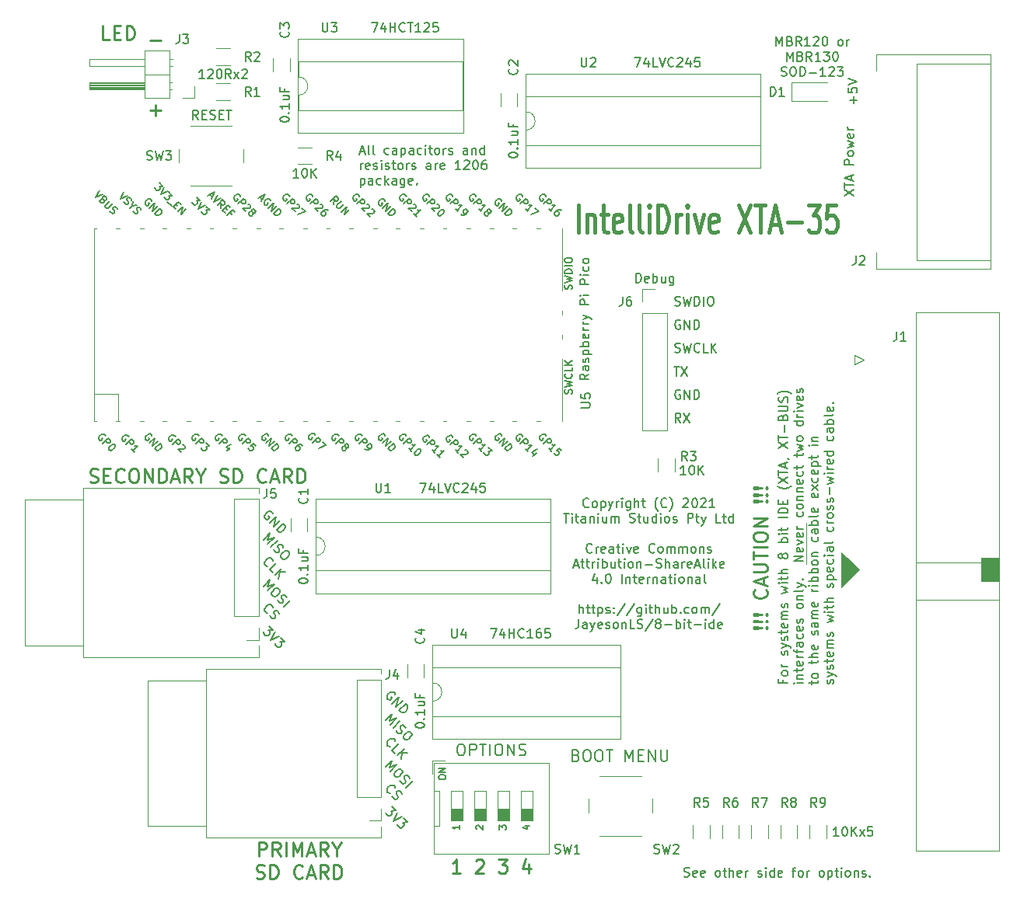
<source format=gbr>
%TF.GenerationSoftware,KiCad,Pcbnew,(5.1.9)-1*%
%TF.CreationDate,2021-10-24T18:26:44+08:00*%
%TF.ProjectId,XTA-35-TH,5854412d-3335-42d5-9448-2e6b69636164,rev?*%
%TF.SameCoordinates,Original*%
%TF.FileFunction,Legend,Top*%
%TF.FilePolarity,Positive*%
%FSLAX46Y46*%
G04 Gerber Fmt 4.6, Leading zero omitted, Abs format (unit mm)*
G04 Created by KiCad (PCBNEW (5.1.9)-1) date 2021-10-24 18:26:44*
%MOMM*%
%LPD*%
G01*
G04 APERTURE LIST*
%ADD10C,0.225000*%
%ADD11C,0.150000*%
%ADD12C,0.120000*%
%ADD13C,0.450000*%
%ADD14C,0.100000*%
%ADD15C,0.187500*%
G04 APERTURE END LIST*
D10*
X224817714Y-100317142D02*
X224889142Y-100245714D01*
X224960571Y-100317142D01*
X224889142Y-100388571D01*
X224817714Y-100317142D01*
X224960571Y-100317142D01*
X224389142Y-100317142D02*
X223532000Y-100388571D01*
X223460571Y-100317142D01*
X223532000Y-100245714D01*
X224389142Y-100317142D01*
X223460571Y-100317142D01*
X224817714Y-99602857D02*
X224889142Y-99531428D01*
X224960571Y-99602857D01*
X224889142Y-99674285D01*
X224817714Y-99602857D01*
X224960571Y-99602857D01*
X224389142Y-99602857D02*
X223532000Y-99674285D01*
X223460571Y-99602857D01*
X223532000Y-99531428D01*
X224389142Y-99602857D01*
X223460571Y-99602857D01*
X224817714Y-98888571D02*
X224889142Y-98817142D01*
X224960571Y-98888571D01*
X224889142Y-98960000D01*
X224817714Y-98888571D01*
X224960571Y-98888571D01*
X224389142Y-98888571D02*
X223532000Y-98960000D01*
X223460571Y-98888571D01*
X223532000Y-98817142D01*
X224389142Y-98888571D01*
X223460571Y-98888571D01*
X224817714Y-96174285D02*
X224889142Y-96245714D01*
X224960571Y-96460000D01*
X224960571Y-96602857D01*
X224889142Y-96817142D01*
X224746285Y-96960000D01*
X224603428Y-97031428D01*
X224317714Y-97102857D01*
X224103428Y-97102857D01*
X223817714Y-97031428D01*
X223674857Y-96960000D01*
X223532000Y-96817142D01*
X223460571Y-96602857D01*
X223460571Y-96460000D01*
X223532000Y-96245714D01*
X223603428Y-96174285D01*
X224532000Y-95602857D02*
X224532000Y-94888571D01*
X224960571Y-95745714D02*
X223460571Y-95245714D01*
X224960571Y-94745714D01*
X223460571Y-94245714D02*
X224674857Y-94245714D01*
X224817714Y-94174285D01*
X224889142Y-94102857D01*
X224960571Y-93960000D01*
X224960571Y-93674285D01*
X224889142Y-93531428D01*
X224817714Y-93460000D01*
X224674857Y-93388571D01*
X223460571Y-93388571D01*
X223460571Y-92888571D02*
X223460571Y-92031428D01*
X224960571Y-92460000D02*
X223460571Y-92460000D01*
X224960571Y-91531428D02*
X223460571Y-91531428D01*
X223460571Y-90531428D02*
X223460571Y-90245714D01*
X223532000Y-90102857D01*
X223674857Y-89960000D01*
X223960571Y-89888571D01*
X224460571Y-89888571D01*
X224746285Y-89960000D01*
X224889142Y-90102857D01*
X224960571Y-90245714D01*
X224960571Y-90531428D01*
X224889142Y-90674285D01*
X224746285Y-90817142D01*
X224460571Y-90888571D01*
X223960571Y-90888571D01*
X223674857Y-90817142D01*
X223532000Y-90674285D01*
X223460571Y-90531428D01*
X224960571Y-89245714D02*
X223460571Y-89245714D01*
X224960571Y-88388571D01*
X223460571Y-88388571D01*
X224817714Y-86531428D02*
X224889142Y-86460000D01*
X224960571Y-86531428D01*
X224889142Y-86602857D01*
X224817714Y-86531428D01*
X224960571Y-86531428D01*
X224389142Y-86531428D02*
X223532000Y-86602857D01*
X223460571Y-86531428D01*
X223532000Y-86460000D01*
X224389142Y-86531428D01*
X223460571Y-86531428D01*
X224817714Y-85817142D02*
X224889142Y-85745714D01*
X224960571Y-85817142D01*
X224889142Y-85888571D01*
X224817714Y-85817142D01*
X224960571Y-85817142D01*
X224389142Y-85817142D02*
X223532000Y-85888571D01*
X223460571Y-85817142D01*
X223532000Y-85745714D01*
X224389142Y-85817142D01*
X223460571Y-85817142D01*
X224817714Y-85102857D02*
X224889142Y-85031428D01*
X224960571Y-85102857D01*
X224889142Y-85174285D01*
X224817714Y-85102857D01*
X224960571Y-85102857D01*
X224389142Y-85102857D02*
X223532000Y-85174285D01*
X223460571Y-85102857D01*
X223532000Y-85031428D01*
X224389142Y-85102857D01*
X223460571Y-85102857D01*
D11*
X205542380Y-87102142D02*
X205494761Y-87149761D01*
X205351904Y-87197380D01*
X205256666Y-87197380D01*
X205113809Y-87149761D01*
X205018571Y-87054523D01*
X204970952Y-86959285D01*
X204923333Y-86768809D01*
X204923333Y-86625952D01*
X204970952Y-86435476D01*
X205018571Y-86340238D01*
X205113809Y-86245000D01*
X205256666Y-86197380D01*
X205351904Y-86197380D01*
X205494761Y-86245000D01*
X205542380Y-86292619D01*
X206113809Y-87197380D02*
X206018571Y-87149761D01*
X205970952Y-87102142D01*
X205923333Y-87006904D01*
X205923333Y-86721190D01*
X205970952Y-86625952D01*
X206018571Y-86578333D01*
X206113809Y-86530714D01*
X206256666Y-86530714D01*
X206351904Y-86578333D01*
X206399523Y-86625952D01*
X206447142Y-86721190D01*
X206447142Y-87006904D01*
X206399523Y-87102142D01*
X206351904Y-87149761D01*
X206256666Y-87197380D01*
X206113809Y-87197380D01*
X206875714Y-86530714D02*
X206875714Y-87530714D01*
X206875714Y-86578333D02*
X206970952Y-86530714D01*
X207161428Y-86530714D01*
X207256666Y-86578333D01*
X207304285Y-86625952D01*
X207351904Y-86721190D01*
X207351904Y-87006904D01*
X207304285Y-87102142D01*
X207256666Y-87149761D01*
X207161428Y-87197380D01*
X206970952Y-87197380D01*
X206875714Y-87149761D01*
X207685238Y-86530714D02*
X207923333Y-87197380D01*
X208161428Y-86530714D02*
X207923333Y-87197380D01*
X207828095Y-87435476D01*
X207780476Y-87483095D01*
X207685238Y-87530714D01*
X208542380Y-87197380D02*
X208542380Y-86530714D01*
X208542380Y-86721190D02*
X208590000Y-86625952D01*
X208637619Y-86578333D01*
X208732857Y-86530714D01*
X208828095Y-86530714D01*
X209161428Y-87197380D02*
X209161428Y-86530714D01*
X209161428Y-86197380D02*
X209113809Y-86245000D01*
X209161428Y-86292619D01*
X209209047Y-86245000D01*
X209161428Y-86197380D01*
X209161428Y-86292619D01*
X210066190Y-86530714D02*
X210066190Y-87340238D01*
X210018571Y-87435476D01*
X209970952Y-87483095D01*
X209875714Y-87530714D01*
X209732857Y-87530714D01*
X209637619Y-87483095D01*
X210066190Y-87149761D02*
X209970952Y-87197380D01*
X209780476Y-87197380D01*
X209685238Y-87149761D01*
X209637619Y-87102142D01*
X209590000Y-87006904D01*
X209590000Y-86721190D01*
X209637619Y-86625952D01*
X209685238Y-86578333D01*
X209780476Y-86530714D01*
X209970952Y-86530714D01*
X210066190Y-86578333D01*
X210542380Y-87197380D02*
X210542380Y-86197380D01*
X210970952Y-87197380D02*
X210970952Y-86673571D01*
X210923333Y-86578333D01*
X210828095Y-86530714D01*
X210685238Y-86530714D01*
X210590000Y-86578333D01*
X210542380Y-86625952D01*
X211304285Y-86530714D02*
X211685238Y-86530714D01*
X211447142Y-86197380D02*
X211447142Y-87054523D01*
X211494761Y-87149761D01*
X211590000Y-87197380D01*
X211685238Y-87197380D01*
X213066190Y-87578333D02*
X213018571Y-87530714D01*
X212923333Y-87387857D01*
X212875714Y-87292619D01*
X212828095Y-87149761D01*
X212780476Y-86911666D01*
X212780476Y-86721190D01*
X212828095Y-86483095D01*
X212875714Y-86340238D01*
X212923333Y-86245000D01*
X213018571Y-86102142D01*
X213066190Y-86054523D01*
X214018571Y-87102142D02*
X213970952Y-87149761D01*
X213828095Y-87197380D01*
X213732857Y-87197380D01*
X213590000Y-87149761D01*
X213494761Y-87054523D01*
X213447142Y-86959285D01*
X213399523Y-86768809D01*
X213399523Y-86625952D01*
X213447142Y-86435476D01*
X213494761Y-86340238D01*
X213590000Y-86245000D01*
X213732857Y-86197380D01*
X213828095Y-86197380D01*
X213970952Y-86245000D01*
X214018571Y-86292619D01*
X214351904Y-87578333D02*
X214399523Y-87530714D01*
X214494761Y-87387857D01*
X214542380Y-87292619D01*
X214590000Y-87149761D01*
X214637619Y-86911666D01*
X214637619Y-86721190D01*
X214590000Y-86483095D01*
X214542380Y-86340238D01*
X214494761Y-86245000D01*
X214399523Y-86102142D01*
X214351904Y-86054523D01*
X215828095Y-86292619D02*
X215875714Y-86245000D01*
X215970952Y-86197380D01*
X216209047Y-86197380D01*
X216304285Y-86245000D01*
X216351904Y-86292619D01*
X216399523Y-86387857D01*
X216399523Y-86483095D01*
X216351904Y-86625952D01*
X215780476Y-87197380D01*
X216399523Y-87197380D01*
X217018571Y-86197380D02*
X217113809Y-86197380D01*
X217209047Y-86245000D01*
X217256666Y-86292619D01*
X217304285Y-86387857D01*
X217351904Y-86578333D01*
X217351904Y-86816428D01*
X217304285Y-87006904D01*
X217256666Y-87102142D01*
X217209047Y-87149761D01*
X217113809Y-87197380D01*
X217018571Y-87197380D01*
X216923333Y-87149761D01*
X216875714Y-87102142D01*
X216828095Y-87006904D01*
X216780476Y-86816428D01*
X216780476Y-86578333D01*
X216828095Y-86387857D01*
X216875714Y-86292619D01*
X216923333Y-86245000D01*
X217018571Y-86197380D01*
X217732857Y-86292619D02*
X217780476Y-86245000D01*
X217875714Y-86197380D01*
X218113809Y-86197380D01*
X218209047Y-86245000D01*
X218256666Y-86292619D01*
X218304285Y-86387857D01*
X218304285Y-86483095D01*
X218256666Y-86625952D01*
X217685238Y-87197380D01*
X218304285Y-87197380D01*
X219256666Y-87197380D02*
X218685238Y-87197380D01*
X218970952Y-87197380D02*
X218970952Y-86197380D01*
X218875714Y-86340238D01*
X218780476Y-86435476D01*
X218685238Y-86483095D01*
X202804285Y-87847380D02*
X203375714Y-87847380D01*
X203090000Y-88847380D02*
X203090000Y-87847380D01*
X203709047Y-88847380D02*
X203709047Y-88180714D01*
X203709047Y-87847380D02*
X203661428Y-87895000D01*
X203709047Y-87942619D01*
X203756666Y-87895000D01*
X203709047Y-87847380D01*
X203709047Y-87942619D01*
X204042380Y-88180714D02*
X204423333Y-88180714D01*
X204185238Y-87847380D02*
X204185238Y-88704523D01*
X204232857Y-88799761D01*
X204328095Y-88847380D01*
X204423333Y-88847380D01*
X205185238Y-88847380D02*
X205185238Y-88323571D01*
X205137619Y-88228333D01*
X205042380Y-88180714D01*
X204851904Y-88180714D01*
X204756666Y-88228333D01*
X205185238Y-88799761D02*
X205090000Y-88847380D01*
X204851904Y-88847380D01*
X204756666Y-88799761D01*
X204709047Y-88704523D01*
X204709047Y-88609285D01*
X204756666Y-88514047D01*
X204851904Y-88466428D01*
X205090000Y-88466428D01*
X205185238Y-88418809D01*
X205661428Y-88180714D02*
X205661428Y-88847380D01*
X205661428Y-88275952D02*
X205709047Y-88228333D01*
X205804285Y-88180714D01*
X205947142Y-88180714D01*
X206042380Y-88228333D01*
X206090000Y-88323571D01*
X206090000Y-88847380D01*
X206566190Y-88847380D02*
X206566190Y-88180714D01*
X206566190Y-87847380D02*
X206518571Y-87895000D01*
X206566190Y-87942619D01*
X206613809Y-87895000D01*
X206566190Y-87847380D01*
X206566190Y-87942619D01*
X207470952Y-88180714D02*
X207470952Y-88847380D01*
X207042380Y-88180714D02*
X207042380Y-88704523D01*
X207090000Y-88799761D01*
X207185238Y-88847380D01*
X207328095Y-88847380D01*
X207423333Y-88799761D01*
X207470952Y-88752142D01*
X207947142Y-88847380D02*
X207947142Y-88180714D01*
X207947142Y-88275952D02*
X207994761Y-88228333D01*
X208090000Y-88180714D01*
X208232857Y-88180714D01*
X208328095Y-88228333D01*
X208375714Y-88323571D01*
X208375714Y-88847380D01*
X208375714Y-88323571D02*
X208423333Y-88228333D01*
X208518571Y-88180714D01*
X208661428Y-88180714D01*
X208756666Y-88228333D01*
X208804285Y-88323571D01*
X208804285Y-88847380D01*
X209994761Y-88799761D02*
X210137619Y-88847380D01*
X210375714Y-88847380D01*
X210470952Y-88799761D01*
X210518571Y-88752142D01*
X210566190Y-88656904D01*
X210566190Y-88561666D01*
X210518571Y-88466428D01*
X210470952Y-88418809D01*
X210375714Y-88371190D01*
X210185238Y-88323571D01*
X210090000Y-88275952D01*
X210042380Y-88228333D01*
X209994761Y-88133095D01*
X209994761Y-88037857D01*
X210042380Y-87942619D01*
X210090000Y-87895000D01*
X210185238Y-87847380D01*
X210423333Y-87847380D01*
X210566190Y-87895000D01*
X210851904Y-88180714D02*
X211232857Y-88180714D01*
X210994761Y-87847380D02*
X210994761Y-88704523D01*
X211042380Y-88799761D01*
X211137619Y-88847380D01*
X211232857Y-88847380D01*
X211994761Y-88180714D02*
X211994761Y-88847380D01*
X211566190Y-88180714D02*
X211566190Y-88704523D01*
X211613809Y-88799761D01*
X211709047Y-88847380D01*
X211851904Y-88847380D01*
X211947142Y-88799761D01*
X211994761Y-88752142D01*
X212899523Y-88847380D02*
X212899523Y-87847380D01*
X212899523Y-88799761D02*
X212804285Y-88847380D01*
X212613809Y-88847380D01*
X212518571Y-88799761D01*
X212470952Y-88752142D01*
X212423333Y-88656904D01*
X212423333Y-88371190D01*
X212470952Y-88275952D01*
X212518571Y-88228333D01*
X212613809Y-88180714D01*
X212804285Y-88180714D01*
X212899523Y-88228333D01*
X213375714Y-88847380D02*
X213375714Y-88180714D01*
X213375714Y-87847380D02*
X213328095Y-87895000D01*
X213375714Y-87942619D01*
X213423333Y-87895000D01*
X213375714Y-87847380D01*
X213375714Y-87942619D01*
X213994761Y-88847380D02*
X213899523Y-88799761D01*
X213851904Y-88752142D01*
X213804285Y-88656904D01*
X213804285Y-88371190D01*
X213851904Y-88275952D01*
X213899523Y-88228333D01*
X213994761Y-88180714D01*
X214137619Y-88180714D01*
X214232857Y-88228333D01*
X214280476Y-88275952D01*
X214328095Y-88371190D01*
X214328095Y-88656904D01*
X214280476Y-88752142D01*
X214232857Y-88799761D01*
X214137619Y-88847380D01*
X213994761Y-88847380D01*
X214709047Y-88799761D02*
X214804285Y-88847380D01*
X214994761Y-88847380D01*
X215090000Y-88799761D01*
X215137619Y-88704523D01*
X215137619Y-88656904D01*
X215090000Y-88561666D01*
X214994761Y-88514047D01*
X214851904Y-88514047D01*
X214756666Y-88466428D01*
X214709047Y-88371190D01*
X214709047Y-88323571D01*
X214756666Y-88228333D01*
X214851904Y-88180714D01*
X214994761Y-88180714D01*
X215090000Y-88228333D01*
X216328095Y-88847380D02*
X216328095Y-87847380D01*
X216709047Y-87847380D01*
X216804285Y-87895000D01*
X216851904Y-87942619D01*
X216899523Y-88037857D01*
X216899523Y-88180714D01*
X216851904Y-88275952D01*
X216804285Y-88323571D01*
X216709047Y-88371190D01*
X216328095Y-88371190D01*
X217185238Y-88180714D02*
X217566190Y-88180714D01*
X217328095Y-87847380D02*
X217328095Y-88704523D01*
X217375714Y-88799761D01*
X217470952Y-88847380D01*
X217566190Y-88847380D01*
X217804285Y-88180714D02*
X218042380Y-88847380D01*
X218280476Y-88180714D02*
X218042380Y-88847380D01*
X217947142Y-89085476D01*
X217899523Y-89133095D01*
X217804285Y-89180714D01*
X219899523Y-88847380D02*
X219423333Y-88847380D01*
X219423333Y-87847380D01*
X220090000Y-88180714D02*
X220470952Y-88180714D01*
X220232857Y-87847380D02*
X220232857Y-88704523D01*
X220280476Y-88799761D01*
X220375714Y-88847380D01*
X220470952Y-88847380D01*
X221232857Y-88847380D02*
X221232857Y-87847380D01*
X221232857Y-88799761D02*
X221137619Y-88847380D01*
X220947142Y-88847380D01*
X220851904Y-88799761D01*
X220804285Y-88752142D01*
X220756666Y-88656904D01*
X220756666Y-88371190D01*
X220804285Y-88275952D01*
X220851904Y-88228333D01*
X220947142Y-88180714D01*
X221137619Y-88180714D01*
X221232857Y-88228333D01*
X205899523Y-92052142D02*
X205851904Y-92099761D01*
X205709047Y-92147380D01*
X205613809Y-92147380D01*
X205470952Y-92099761D01*
X205375714Y-92004523D01*
X205328095Y-91909285D01*
X205280476Y-91718809D01*
X205280476Y-91575952D01*
X205328095Y-91385476D01*
X205375714Y-91290238D01*
X205470952Y-91195000D01*
X205613809Y-91147380D01*
X205709047Y-91147380D01*
X205851904Y-91195000D01*
X205899523Y-91242619D01*
X206328095Y-92147380D02*
X206328095Y-91480714D01*
X206328095Y-91671190D02*
X206375714Y-91575952D01*
X206423333Y-91528333D01*
X206518571Y-91480714D01*
X206613809Y-91480714D01*
X207328095Y-92099761D02*
X207232857Y-92147380D01*
X207042380Y-92147380D01*
X206947142Y-92099761D01*
X206899523Y-92004523D01*
X206899523Y-91623571D01*
X206947142Y-91528333D01*
X207042380Y-91480714D01*
X207232857Y-91480714D01*
X207328095Y-91528333D01*
X207375714Y-91623571D01*
X207375714Y-91718809D01*
X206899523Y-91814047D01*
X208232857Y-92147380D02*
X208232857Y-91623571D01*
X208185238Y-91528333D01*
X208090000Y-91480714D01*
X207899523Y-91480714D01*
X207804285Y-91528333D01*
X208232857Y-92099761D02*
X208137619Y-92147380D01*
X207899523Y-92147380D01*
X207804285Y-92099761D01*
X207756666Y-92004523D01*
X207756666Y-91909285D01*
X207804285Y-91814047D01*
X207899523Y-91766428D01*
X208137619Y-91766428D01*
X208232857Y-91718809D01*
X208566190Y-91480714D02*
X208947142Y-91480714D01*
X208709047Y-91147380D02*
X208709047Y-92004523D01*
X208756666Y-92099761D01*
X208851904Y-92147380D01*
X208947142Y-92147380D01*
X209280476Y-92147380D02*
X209280476Y-91480714D01*
X209280476Y-91147380D02*
X209232857Y-91195000D01*
X209280476Y-91242619D01*
X209328095Y-91195000D01*
X209280476Y-91147380D01*
X209280476Y-91242619D01*
X209661428Y-91480714D02*
X209899523Y-92147380D01*
X210137619Y-91480714D01*
X210899523Y-92099761D02*
X210804285Y-92147380D01*
X210613809Y-92147380D01*
X210518571Y-92099761D01*
X210470952Y-92004523D01*
X210470952Y-91623571D01*
X210518571Y-91528333D01*
X210613809Y-91480714D01*
X210804285Y-91480714D01*
X210899523Y-91528333D01*
X210947142Y-91623571D01*
X210947142Y-91718809D01*
X210470952Y-91814047D01*
X212709047Y-92052142D02*
X212661428Y-92099761D01*
X212518571Y-92147380D01*
X212423333Y-92147380D01*
X212280476Y-92099761D01*
X212185238Y-92004523D01*
X212137619Y-91909285D01*
X212090000Y-91718809D01*
X212090000Y-91575952D01*
X212137619Y-91385476D01*
X212185238Y-91290238D01*
X212280476Y-91195000D01*
X212423333Y-91147380D01*
X212518571Y-91147380D01*
X212661428Y-91195000D01*
X212709047Y-91242619D01*
X213280476Y-92147380D02*
X213185238Y-92099761D01*
X213137619Y-92052142D01*
X213090000Y-91956904D01*
X213090000Y-91671190D01*
X213137619Y-91575952D01*
X213185238Y-91528333D01*
X213280476Y-91480714D01*
X213423333Y-91480714D01*
X213518571Y-91528333D01*
X213566190Y-91575952D01*
X213613809Y-91671190D01*
X213613809Y-91956904D01*
X213566190Y-92052142D01*
X213518571Y-92099761D01*
X213423333Y-92147380D01*
X213280476Y-92147380D01*
X214042380Y-92147380D02*
X214042380Y-91480714D01*
X214042380Y-91575952D02*
X214090000Y-91528333D01*
X214185238Y-91480714D01*
X214328095Y-91480714D01*
X214423333Y-91528333D01*
X214470952Y-91623571D01*
X214470952Y-92147380D01*
X214470952Y-91623571D02*
X214518571Y-91528333D01*
X214613809Y-91480714D01*
X214756666Y-91480714D01*
X214851904Y-91528333D01*
X214899523Y-91623571D01*
X214899523Y-92147380D01*
X215375714Y-92147380D02*
X215375714Y-91480714D01*
X215375714Y-91575952D02*
X215423333Y-91528333D01*
X215518571Y-91480714D01*
X215661428Y-91480714D01*
X215756666Y-91528333D01*
X215804285Y-91623571D01*
X215804285Y-92147380D01*
X215804285Y-91623571D02*
X215851904Y-91528333D01*
X215947142Y-91480714D01*
X216090000Y-91480714D01*
X216185238Y-91528333D01*
X216232857Y-91623571D01*
X216232857Y-92147380D01*
X216851904Y-92147380D02*
X216756666Y-92099761D01*
X216709047Y-92052142D01*
X216661428Y-91956904D01*
X216661428Y-91671190D01*
X216709047Y-91575952D01*
X216756666Y-91528333D01*
X216851904Y-91480714D01*
X216994761Y-91480714D01*
X217090000Y-91528333D01*
X217137619Y-91575952D01*
X217185238Y-91671190D01*
X217185238Y-91956904D01*
X217137619Y-92052142D01*
X217090000Y-92099761D01*
X216994761Y-92147380D01*
X216851904Y-92147380D01*
X217613809Y-91480714D02*
X217613809Y-92147380D01*
X217613809Y-91575952D02*
X217661428Y-91528333D01*
X217756666Y-91480714D01*
X217899523Y-91480714D01*
X217994761Y-91528333D01*
X218042380Y-91623571D01*
X218042380Y-92147380D01*
X218470952Y-92099761D02*
X218566190Y-92147380D01*
X218756666Y-92147380D01*
X218851904Y-92099761D01*
X218899523Y-92004523D01*
X218899523Y-91956904D01*
X218851904Y-91861666D01*
X218756666Y-91814047D01*
X218613809Y-91814047D01*
X218518571Y-91766428D01*
X218470952Y-91671190D01*
X218470952Y-91623571D01*
X218518571Y-91528333D01*
X218613809Y-91480714D01*
X218756666Y-91480714D01*
X218851904Y-91528333D01*
X203899523Y-93511666D02*
X204375714Y-93511666D01*
X203804285Y-93797380D02*
X204137619Y-92797380D01*
X204470952Y-93797380D01*
X204661428Y-93130714D02*
X205042380Y-93130714D01*
X204804285Y-92797380D02*
X204804285Y-93654523D01*
X204851904Y-93749761D01*
X204947142Y-93797380D01*
X205042380Y-93797380D01*
X205232857Y-93130714D02*
X205613809Y-93130714D01*
X205375714Y-92797380D02*
X205375714Y-93654523D01*
X205423333Y-93749761D01*
X205518571Y-93797380D01*
X205613809Y-93797380D01*
X205947142Y-93797380D02*
X205947142Y-93130714D01*
X205947142Y-93321190D02*
X205994761Y-93225952D01*
X206042380Y-93178333D01*
X206137619Y-93130714D01*
X206232857Y-93130714D01*
X206566190Y-93797380D02*
X206566190Y-93130714D01*
X206566190Y-92797380D02*
X206518571Y-92845000D01*
X206566190Y-92892619D01*
X206613809Y-92845000D01*
X206566190Y-92797380D01*
X206566190Y-92892619D01*
X207042380Y-93797380D02*
X207042380Y-92797380D01*
X207042380Y-93178333D02*
X207137619Y-93130714D01*
X207328095Y-93130714D01*
X207423333Y-93178333D01*
X207470952Y-93225952D01*
X207518571Y-93321190D01*
X207518571Y-93606904D01*
X207470952Y-93702142D01*
X207423333Y-93749761D01*
X207328095Y-93797380D01*
X207137619Y-93797380D01*
X207042380Y-93749761D01*
X208375714Y-93130714D02*
X208375714Y-93797380D01*
X207947142Y-93130714D02*
X207947142Y-93654523D01*
X207994761Y-93749761D01*
X208090000Y-93797380D01*
X208232857Y-93797380D01*
X208328095Y-93749761D01*
X208375714Y-93702142D01*
X208709047Y-93130714D02*
X209090000Y-93130714D01*
X208851904Y-92797380D02*
X208851904Y-93654523D01*
X208899523Y-93749761D01*
X208994761Y-93797380D01*
X209090000Y-93797380D01*
X209423333Y-93797380D02*
X209423333Y-93130714D01*
X209423333Y-92797380D02*
X209375714Y-92845000D01*
X209423333Y-92892619D01*
X209470952Y-92845000D01*
X209423333Y-92797380D01*
X209423333Y-92892619D01*
X210042380Y-93797380D02*
X209947142Y-93749761D01*
X209899523Y-93702142D01*
X209851904Y-93606904D01*
X209851904Y-93321190D01*
X209899523Y-93225952D01*
X209947142Y-93178333D01*
X210042380Y-93130714D01*
X210185238Y-93130714D01*
X210280476Y-93178333D01*
X210328095Y-93225952D01*
X210375714Y-93321190D01*
X210375714Y-93606904D01*
X210328095Y-93702142D01*
X210280476Y-93749761D01*
X210185238Y-93797380D01*
X210042380Y-93797380D01*
X210804285Y-93130714D02*
X210804285Y-93797380D01*
X210804285Y-93225952D02*
X210851904Y-93178333D01*
X210947142Y-93130714D01*
X211090000Y-93130714D01*
X211185238Y-93178333D01*
X211232857Y-93273571D01*
X211232857Y-93797380D01*
X211709047Y-93416428D02*
X212470952Y-93416428D01*
X212899523Y-93749761D02*
X213042380Y-93797380D01*
X213280476Y-93797380D01*
X213375714Y-93749761D01*
X213423333Y-93702142D01*
X213470952Y-93606904D01*
X213470952Y-93511666D01*
X213423333Y-93416428D01*
X213375714Y-93368809D01*
X213280476Y-93321190D01*
X213090000Y-93273571D01*
X212994761Y-93225952D01*
X212947142Y-93178333D01*
X212899523Y-93083095D01*
X212899523Y-92987857D01*
X212947142Y-92892619D01*
X212994761Y-92845000D01*
X213090000Y-92797380D01*
X213328095Y-92797380D01*
X213470952Y-92845000D01*
X213899523Y-93797380D02*
X213899523Y-92797380D01*
X214328095Y-93797380D02*
X214328095Y-93273571D01*
X214280476Y-93178333D01*
X214185238Y-93130714D01*
X214042380Y-93130714D01*
X213947142Y-93178333D01*
X213899523Y-93225952D01*
X215232857Y-93797380D02*
X215232857Y-93273571D01*
X215185238Y-93178333D01*
X215090000Y-93130714D01*
X214899523Y-93130714D01*
X214804285Y-93178333D01*
X215232857Y-93749761D02*
X215137619Y-93797380D01*
X214899523Y-93797380D01*
X214804285Y-93749761D01*
X214756666Y-93654523D01*
X214756666Y-93559285D01*
X214804285Y-93464047D01*
X214899523Y-93416428D01*
X215137619Y-93416428D01*
X215232857Y-93368809D01*
X215709047Y-93797380D02*
X215709047Y-93130714D01*
X215709047Y-93321190D02*
X215756666Y-93225952D01*
X215804285Y-93178333D01*
X215899523Y-93130714D01*
X215994761Y-93130714D01*
X216709047Y-93749761D02*
X216613809Y-93797380D01*
X216423333Y-93797380D01*
X216328095Y-93749761D01*
X216280476Y-93654523D01*
X216280476Y-93273571D01*
X216328095Y-93178333D01*
X216423333Y-93130714D01*
X216613809Y-93130714D01*
X216709047Y-93178333D01*
X216756666Y-93273571D01*
X216756666Y-93368809D01*
X216280476Y-93464047D01*
X217137619Y-93511666D02*
X217613809Y-93511666D01*
X217042380Y-93797380D02*
X217375714Y-92797380D01*
X217709047Y-93797380D01*
X218185238Y-93797380D02*
X218090000Y-93749761D01*
X218042380Y-93654523D01*
X218042380Y-92797380D01*
X218566190Y-93797380D02*
X218566190Y-93130714D01*
X218566190Y-92797380D02*
X218518571Y-92845000D01*
X218566190Y-92892619D01*
X218613809Y-92845000D01*
X218566190Y-92797380D01*
X218566190Y-92892619D01*
X219042380Y-93797380D02*
X219042380Y-92797380D01*
X219137619Y-93416428D02*
X219423333Y-93797380D01*
X219423333Y-93130714D02*
X219042380Y-93511666D01*
X220232857Y-93749761D02*
X220137619Y-93797380D01*
X219947142Y-93797380D01*
X219851904Y-93749761D01*
X219804285Y-93654523D01*
X219804285Y-93273571D01*
X219851904Y-93178333D01*
X219947142Y-93130714D01*
X220137619Y-93130714D01*
X220232857Y-93178333D01*
X220280476Y-93273571D01*
X220280476Y-93368809D01*
X219804285Y-93464047D01*
X206423333Y-94780714D02*
X206423333Y-95447380D01*
X206185238Y-94399761D02*
X205947142Y-95114047D01*
X206566190Y-95114047D01*
X206947142Y-95352142D02*
X206994761Y-95399761D01*
X206947142Y-95447380D01*
X206899523Y-95399761D01*
X206947142Y-95352142D01*
X206947142Y-95447380D01*
X207613809Y-94447380D02*
X207709047Y-94447380D01*
X207804285Y-94495000D01*
X207851904Y-94542619D01*
X207899523Y-94637857D01*
X207947142Y-94828333D01*
X207947142Y-95066428D01*
X207899523Y-95256904D01*
X207851904Y-95352142D01*
X207804285Y-95399761D01*
X207709047Y-95447380D01*
X207613809Y-95447380D01*
X207518571Y-95399761D01*
X207470952Y-95352142D01*
X207423333Y-95256904D01*
X207375714Y-95066428D01*
X207375714Y-94828333D01*
X207423333Y-94637857D01*
X207470952Y-94542619D01*
X207518571Y-94495000D01*
X207613809Y-94447380D01*
X209137619Y-95447380D02*
X209137619Y-94447380D01*
X209613809Y-94780714D02*
X209613809Y-95447380D01*
X209613809Y-94875952D02*
X209661428Y-94828333D01*
X209756666Y-94780714D01*
X209899523Y-94780714D01*
X209994761Y-94828333D01*
X210042380Y-94923571D01*
X210042380Y-95447380D01*
X210375714Y-94780714D02*
X210756666Y-94780714D01*
X210518571Y-94447380D02*
X210518571Y-95304523D01*
X210566190Y-95399761D01*
X210661428Y-95447380D01*
X210756666Y-95447380D01*
X211470952Y-95399761D02*
X211375714Y-95447380D01*
X211185238Y-95447380D01*
X211090000Y-95399761D01*
X211042380Y-95304523D01*
X211042380Y-94923571D01*
X211090000Y-94828333D01*
X211185238Y-94780714D01*
X211375714Y-94780714D01*
X211470952Y-94828333D01*
X211518571Y-94923571D01*
X211518571Y-95018809D01*
X211042380Y-95114047D01*
X211947142Y-95447380D02*
X211947142Y-94780714D01*
X211947142Y-94971190D02*
X211994761Y-94875952D01*
X212042380Y-94828333D01*
X212137619Y-94780714D01*
X212232857Y-94780714D01*
X212566190Y-94780714D02*
X212566190Y-95447380D01*
X212566190Y-94875952D02*
X212613809Y-94828333D01*
X212709047Y-94780714D01*
X212851904Y-94780714D01*
X212947142Y-94828333D01*
X212994761Y-94923571D01*
X212994761Y-95447380D01*
X213899523Y-95447380D02*
X213899523Y-94923571D01*
X213851904Y-94828333D01*
X213756666Y-94780714D01*
X213566190Y-94780714D01*
X213470952Y-94828333D01*
X213899523Y-95399761D02*
X213804285Y-95447380D01*
X213566190Y-95447380D01*
X213470952Y-95399761D01*
X213423333Y-95304523D01*
X213423333Y-95209285D01*
X213470952Y-95114047D01*
X213566190Y-95066428D01*
X213804285Y-95066428D01*
X213899523Y-95018809D01*
X214232857Y-94780714D02*
X214613809Y-94780714D01*
X214375714Y-94447380D02*
X214375714Y-95304523D01*
X214423333Y-95399761D01*
X214518571Y-95447380D01*
X214613809Y-95447380D01*
X214947142Y-95447380D02*
X214947142Y-94780714D01*
X214947142Y-94447380D02*
X214899523Y-94495000D01*
X214947142Y-94542619D01*
X214994761Y-94495000D01*
X214947142Y-94447380D01*
X214947142Y-94542619D01*
X215566190Y-95447380D02*
X215470952Y-95399761D01*
X215423333Y-95352142D01*
X215375714Y-95256904D01*
X215375714Y-94971190D01*
X215423333Y-94875952D01*
X215470952Y-94828333D01*
X215566190Y-94780714D01*
X215709047Y-94780714D01*
X215804285Y-94828333D01*
X215851904Y-94875952D01*
X215899523Y-94971190D01*
X215899523Y-95256904D01*
X215851904Y-95352142D01*
X215804285Y-95399761D01*
X215709047Y-95447380D01*
X215566190Y-95447380D01*
X216328095Y-94780714D02*
X216328095Y-95447380D01*
X216328095Y-94875952D02*
X216375714Y-94828333D01*
X216470952Y-94780714D01*
X216613809Y-94780714D01*
X216709047Y-94828333D01*
X216756666Y-94923571D01*
X216756666Y-95447380D01*
X217661428Y-95447380D02*
X217661428Y-94923571D01*
X217613809Y-94828333D01*
X217518571Y-94780714D01*
X217328095Y-94780714D01*
X217232857Y-94828333D01*
X217661428Y-95399761D02*
X217566190Y-95447380D01*
X217328095Y-95447380D01*
X217232857Y-95399761D01*
X217185238Y-95304523D01*
X217185238Y-95209285D01*
X217232857Y-95114047D01*
X217328095Y-95066428D01*
X217566190Y-95066428D01*
X217661428Y-95018809D01*
X218280476Y-95447380D02*
X218185238Y-95399761D01*
X218137619Y-95304523D01*
X218137619Y-94447380D01*
X204518571Y-98747380D02*
X204518571Y-97747380D01*
X204947142Y-98747380D02*
X204947142Y-98223571D01*
X204899523Y-98128333D01*
X204804285Y-98080714D01*
X204661428Y-98080714D01*
X204566190Y-98128333D01*
X204518571Y-98175952D01*
X205280476Y-98080714D02*
X205661428Y-98080714D01*
X205423333Y-97747380D02*
X205423333Y-98604523D01*
X205470952Y-98699761D01*
X205566190Y-98747380D01*
X205661428Y-98747380D01*
X205851904Y-98080714D02*
X206232857Y-98080714D01*
X205994761Y-97747380D02*
X205994761Y-98604523D01*
X206042380Y-98699761D01*
X206137619Y-98747380D01*
X206232857Y-98747380D01*
X206566190Y-98080714D02*
X206566190Y-99080714D01*
X206566190Y-98128333D02*
X206661428Y-98080714D01*
X206851904Y-98080714D01*
X206947142Y-98128333D01*
X206994761Y-98175952D01*
X207042380Y-98271190D01*
X207042380Y-98556904D01*
X206994761Y-98652142D01*
X206947142Y-98699761D01*
X206851904Y-98747380D01*
X206661428Y-98747380D01*
X206566190Y-98699761D01*
X207423333Y-98699761D02*
X207518571Y-98747380D01*
X207709047Y-98747380D01*
X207804285Y-98699761D01*
X207851904Y-98604523D01*
X207851904Y-98556904D01*
X207804285Y-98461666D01*
X207709047Y-98414047D01*
X207566190Y-98414047D01*
X207470952Y-98366428D01*
X207423333Y-98271190D01*
X207423333Y-98223571D01*
X207470952Y-98128333D01*
X207566190Y-98080714D01*
X207709047Y-98080714D01*
X207804285Y-98128333D01*
X208280476Y-98652142D02*
X208328095Y-98699761D01*
X208280476Y-98747380D01*
X208232857Y-98699761D01*
X208280476Y-98652142D01*
X208280476Y-98747380D01*
X208280476Y-98128333D02*
X208328095Y-98175952D01*
X208280476Y-98223571D01*
X208232857Y-98175952D01*
X208280476Y-98128333D01*
X208280476Y-98223571D01*
X209470952Y-97699761D02*
X208613809Y-98985476D01*
X210518571Y-97699761D02*
X209661428Y-98985476D01*
X211280476Y-98080714D02*
X211280476Y-98890238D01*
X211232857Y-98985476D01*
X211185238Y-99033095D01*
X211090000Y-99080714D01*
X210947142Y-99080714D01*
X210851904Y-99033095D01*
X211280476Y-98699761D02*
X211185238Y-98747380D01*
X210994761Y-98747380D01*
X210899523Y-98699761D01*
X210851904Y-98652142D01*
X210804285Y-98556904D01*
X210804285Y-98271190D01*
X210851904Y-98175952D01*
X210899523Y-98128333D01*
X210994761Y-98080714D01*
X211185238Y-98080714D01*
X211280476Y-98128333D01*
X211756666Y-98747380D02*
X211756666Y-98080714D01*
X211756666Y-97747380D02*
X211709047Y-97795000D01*
X211756666Y-97842619D01*
X211804285Y-97795000D01*
X211756666Y-97747380D01*
X211756666Y-97842619D01*
X212090000Y-98080714D02*
X212470952Y-98080714D01*
X212232857Y-97747380D02*
X212232857Y-98604523D01*
X212280476Y-98699761D01*
X212375714Y-98747380D01*
X212470952Y-98747380D01*
X212804285Y-98747380D02*
X212804285Y-97747380D01*
X213232857Y-98747380D02*
X213232857Y-98223571D01*
X213185238Y-98128333D01*
X213090000Y-98080714D01*
X212947142Y-98080714D01*
X212851904Y-98128333D01*
X212804285Y-98175952D01*
X214137619Y-98080714D02*
X214137619Y-98747380D01*
X213709047Y-98080714D02*
X213709047Y-98604523D01*
X213756666Y-98699761D01*
X213851904Y-98747380D01*
X213994761Y-98747380D01*
X214090000Y-98699761D01*
X214137619Y-98652142D01*
X214613809Y-98747380D02*
X214613809Y-97747380D01*
X214613809Y-98128333D02*
X214709047Y-98080714D01*
X214899523Y-98080714D01*
X214994761Y-98128333D01*
X215042380Y-98175952D01*
X215090000Y-98271190D01*
X215090000Y-98556904D01*
X215042380Y-98652142D01*
X214994761Y-98699761D01*
X214899523Y-98747380D01*
X214709047Y-98747380D01*
X214613809Y-98699761D01*
X215518571Y-98652142D02*
X215566190Y-98699761D01*
X215518571Y-98747380D01*
X215470952Y-98699761D01*
X215518571Y-98652142D01*
X215518571Y-98747380D01*
X216423333Y-98699761D02*
X216328095Y-98747380D01*
X216137619Y-98747380D01*
X216042380Y-98699761D01*
X215994761Y-98652142D01*
X215947142Y-98556904D01*
X215947142Y-98271190D01*
X215994761Y-98175952D01*
X216042380Y-98128333D01*
X216137619Y-98080714D01*
X216328095Y-98080714D01*
X216423333Y-98128333D01*
X216994761Y-98747380D02*
X216899523Y-98699761D01*
X216851904Y-98652142D01*
X216804285Y-98556904D01*
X216804285Y-98271190D01*
X216851904Y-98175952D01*
X216899523Y-98128333D01*
X216994761Y-98080714D01*
X217137619Y-98080714D01*
X217232857Y-98128333D01*
X217280476Y-98175952D01*
X217328095Y-98271190D01*
X217328095Y-98556904D01*
X217280476Y-98652142D01*
X217232857Y-98699761D01*
X217137619Y-98747380D01*
X216994761Y-98747380D01*
X217756666Y-98747380D02*
X217756666Y-98080714D01*
X217756666Y-98175952D02*
X217804285Y-98128333D01*
X217899523Y-98080714D01*
X218042380Y-98080714D01*
X218137619Y-98128333D01*
X218185238Y-98223571D01*
X218185238Y-98747380D01*
X218185238Y-98223571D02*
X218232857Y-98128333D01*
X218328095Y-98080714D01*
X218470952Y-98080714D01*
X218566190Y-98128333D01*
X218613809Y-98223571D01*
X218613809Y-98747380D01*
X219804285Y-97699761D02*
X218947142Y-98985476D01*
X204447142Y-99397380D02*
X204447142Y-100111666D01*
X204399523Y-100254523D01*
X204304285Y-100349761D01*
X204161428Y-100397380D01*
X204066190Y-100397380D01*
X205351904Y-100397380D02*
X205351904Y-99873571D01*
X205304285Y-99778333D01*
X205209047Y-99730714D01*
X205018571Y-99730714D01*
X204923333Y-99778333D01*
X205351904Y-100349761D02*
X205256666Y-100397380D01*
X205018571Y-100397380D01*
X204923333Y-100349761D01*
X204875714Y-100254523D01*
X204875714Y-100159285D01*
X204923333Y-100064047D01*
X205018571Y-100016428D01*
X205256666Y-100016428D01*
X205351904Y-99968809D01*
X205732857Y-99730714D02*
X205970952Y-100397380D01*
X206209047Y-99730714D02*
X205970952Y-100397380D01*
X205875714Y-100635476D01*
X205828095Y-100683095D01*
X205732857Y-100730714D01*
X206970952Y-100349761D02*
X206875714Y-100397380D01*
X206685238Y-100397380D01*
X206590000Y-100349761D01*
X206542380Y-100254523D01*
X206542380Y-99873571D01*
X206590000Y-99778333D01*
X206685238Y-99730714D01*
X206875714Y-99730714D01*
X206970952Y-99778333D01*
X207018571Y-99873571D01*
X207018571Y-99968809D01*
X206542380Y-100064047D01*
X207399523Y-100349761D02*
X207494761Y-100397380D01*
X207685238Y-100397380D01*
X207780476Y-100349761D01*
X207828095Y-100254523D01*
X207828095Y-100206904D01*
X207780476Y-100111666D01*
X207685238Y-100064047D01*
X207542380Y-100064047D01*
X207447142Y-100016428D01*
X207399523Y-99921190D01*
X207399523Y-99873571D01*
X207447142Y-99778333D01*
X207542380Y-99730714D01*
X207685238Y-99730714D01*
X207780476Y-99778333D01*
X208399523Y-100397380D02*
X208304285Y-100349761D01*
X208256666Y-100302142D01*
X208209047Y-100206904D01*
X208209047Y-99921190D01*
X208256666Y-99825952D01*
X208304285Y-99778333D01*
X208399523Y-99730714D01*
X208542380Y-99730714D01*
X208637619Y-99778333D01*
X208685238Y-99825952D01*
X208732857Y-99921190D01*
X208732857Y-100206904D01*
X208685238Y-100302142D01*
X208637619Y-100349761D01*
X208542380Y-100397380D01*
X208399523Y-100397380D01*
X209161428Y-99730714D02*
X209161428Y-100397380D01*
X209161428Y-99825952D02*
X209209047Y-99778333D01*
X209304285Y-99730714D01*
X209447142Y-99730714D01*
X209542380Y-99778333D01*
X209590000Y-99873571D01*
X209590000Y-100397380D01*
X210542380Y-100397380D02*
X210066190Y-100397380D01*
X210066190Y-99397380D01*
X210828095Y-100349761D02*
X210970952Y-100397380D01*
X211209047Y-100397380D01*
X211304285Y-100349761D01*
X211351904Y-100302142D01*
X211399523Y-100206904D01*
X211399523Y-100111666D01*
X211351904Y-100016428D01*
X211304285Y-99968809D01*
X211209047Y-99921190D01*
X211018571Y-99873571D01*
X210923333Y-99825952D01*
X210875714Y-99778333D01*
X210828095Y-99683095D01*
X210828095Y-99587857D01*
X210875714Y-99492619D01*
X210923333Y-99445000D01*
X211018571Y-99397380D01*
X211256666Y-99397380D01*
X211399523Y-99445000D01*
X212542380Y-99349761D02*
X211685238Y-100635476D01*
X213018571Y-99825952D02*
X212923333Y-99778333D01*
X212875714Y-99730714D01*
X212828095Y-99635476D01*
X212828095Y-99587857D01*
X212875714Y-99492619D01*
X212923333Y-99445000D01*
X213018571Y-99397380D01*
X213209047Y-99397380D01*
X213304285Y-99445000D01*
X213351904Y-99492619D01*
X213399523Y-99587857D01*
X213399523Y-99635476D01*
X213351904Y-99730714D01*
X213304285Y-99778333D01*
X213209047Y-99825952D01*
X213018571Y-99825952D01*
X212923333Y-99873571D01*
X212875714Y-99921190D01*
X212828095Y-100016428D01*
X212828095Y-100206904D01*
X212875714Y-100302142D01*
X212923333Y-100349761D01*
X213018571Y-100397380D01*
X213209047Y-100397380D01*
X213304285Y-100349761D01*
X213351904Y-100302142D01*
X213399523Y-100206904D01*
X213399523Y-100016428D01*
X213351904Y-99921190D01*
X213304285Y-99873571D01*
X213209047Y-99825952D01*
X213828095Y-100016428D02*
X214590000Y-100016428D01*
X215066190Y-100397380D02*
X215066190Y-99397380D01*
X215066190Y-99778333D02*
X215161428Y-99730714D01*
X215351904Y-99730714D01*
X215447142Y-99778333D01*
X215494761Y-99825952D01*
X215542380Y-99921190D01*
X215542380Y-100206904D01*
X215494761Y-100302142D01*
X215447142Y-100349761D01*
X215351904Y-100397380D01*
X215161428Y-100397380D01*
X215066190Y-100349761D01*
X215970952Y-100397380D02*
X215970952Y-99730714D01*
X215970952Y-99397380D02*
X215923333Y-99445000D01*
X215970952Y-99492619D01*
X216018571Y-99445000D01*
X215970952Y-99397380D01*
X215970952Y-99492619D01*
X216304285Y-99730714D02*
X216685238Y-99730714D01*
X216447142Y-99397380D02*
X216447142Y-100254523D01*
X216494761Y-100349761D01*
X216590000Y-100397380D01*
X216685238Y-100397380D01*
X217018571Y-100016428D02*
X217780476Y-100016428D01*
X218256666Y-100397380D02*
X218256666Y-99730714D01*
X218256666Y-99397380D02*
X218209047Y-99445000D01*
X218256666Y-99492619D01*
X218304285Y-99445000D01*
X218256666Y-99397380D01*
X218256666Y-99492619D01*
X219161428Y-100397380D02*
X219161428Y-99397380D01*
X219161428Y-100349761D02*
X219066190Y-100397380D01*
X218875714Y-100397380D01*
X218780476Y-100349761D01*
X218732857Y-100302142D01*
X218685238Y-100206904D01*
X218685238Y-99921190D01*
X218732857Y-99825952D01*
X218780476Y-99778333D01*
X218875714Y-99730714D01*
X219066190Y-99730714D01*
X219161428Y-99778333D01*
X220018571Y-100349761D02*
X219923333Y-100397380D01*
X219732857Y-100397380D01*
X219637619Y-100349761D01*
X219590000Y-100254523D01*
X219590000Y-99873571D01*
X219637619Y-99778333D01*
X219732857Y-99730714D01*
X219923333Y-99730714D01*
X220018571Y-99778333D01*
X220066190Y-99873571D01*
X220066190Y-99968809D01*
X219590000Y-100064047D01*
X180627976Y-48427666D02*
X181104166Y-48427666D01*
X180532738Y-48713380D02*
X180866071Y-47713380D01*
X181199404Y-48713380D01*
X181675595Y-48713380D02*
X181580357Y-48665761D01*
X181532738Y-48570523D01*
X181532738Y-47713380D01*
X182199404Y-48713380D02*
X182104166Y-48665761D01*
X182056547Y-48570523D01*
X182056547Y-47713380D01*
X183770833Y-48665761D02*
X183675595Y-48713380D01*
X183485119Y-48713380D01*
X183389880Y-48665761D01*
X183342261Y-48618142D01*
X183294642Y-48522904D01*
X183294642Y-48237190D01*
X183342261Y-48141952D01*
X183389880Y-48094333D01*
X183485119Y-48046714D01*
X183675595Y-48046714D01*
X183770833Y-48094333D01*
X184627976Y-48713380D02*
X184627976Y-48189571D01*
X184580357Y-48094333D01*
X184485119Y-48046714D01*
X184294642Y-48046714D01*
X184199404Y-48094333D01*
X184627976Y-48665761D02*
X184532738Y-48713380D01*
X184294642Y-48713380D01*
X184199404Y-48665761D01*
X184151785Y-48570523D01*
X184151785Y-48475285D01*
X184199404Y-48380047D01*
X184294642Y-48332428D01*
X184532738Y-48332428D01*
X184627976Y-48284809D01*
X185104166Y-48046714D02*
X185104166Y-49046714D01*
X185104166Y-48094333D02*
X185199404Y-48046714D01*
X185389880Y-48046714D01*
X185485119Y-48094333D01*
X185532738Y-48141952D01*
X185580357Y-48237190D01*
X185580357Y-48522904D01*
X185532738Y-48618142D01*
X185485119Y-48665761D01*
X185389880Y-48713380D01*
X185199404Y-48713380D01*
X185104166Y-48665761D01*
X186437500Y-48713380D02*
X186437500Y-48189571D01*
X186389880Y-48094333D01*
X186294642Y-48046714D01*
X186104166Y-48046714D01*
X186008928Y-48094333D01*
X186437500Y-48665761D02*
X186342261Y-48713380D01*
X186104166Y-48713380D01*
X186008928Y-48665761D01*
X185961309Y-48570523D01*
X185961309Y-48475285D01*
X186008928Y-48380047D01*
X186104166Y-48332428D01*
X186342261Y-48332428D01*
X186437500Y-48284809D01*
X187342261Y-48665761D02*
X187247023Y-48713380D01*
X187056547Y-48713380D01*
X186961309Y-48665761D01*
X186913690Y-48618142D01*
X186866071Y-48522904D01*
X186866071Y-48237190D01*
X186913690Y-48141952D01*
X186961309Y-48094333D01*
X187056547Y-48046714D01*
X187247023Y-48046714D01*
X187342261Y-48094333D01*
X187770833Y-48713380D02*
X187770833Y-48046714D01*
X187770833Y-47713380D02*
X187723214Y-47761000D01*
X187770833Y-47808619D01*
X187818452Y-47761000D01*
X187770833Y-47713380D01*
X187770833Y-47808619D01*
X188104166Y-48046714D02*
X188485119Y-48046714D01*
X188247023Y-47713380D02*
X188247023Y-48570523D01*
X188294642Y-48665761D01*
X188389880Y-48713380D01*
X188485119Y-48713380D01*
X188961309Y-48713380D02*
X188866071Y-48665761D01*
X188818452Y-48618142D01*
X188770833Y-48522904D01*
X188770833Y-48237190D01*
X188818452Y-48141952D01*
X188866071Y-48094333D01*
X188961309Y-48046714D01*
X189104166Y-48046714D01*
X189199404Y-48094333D01*
X189247023Y-48141952D01*
X189294642Y-48237190D01*
X189294642Y-48522904D01*
X189247023Y-48618142D01*
X189199404Y-48665761D01*
X189104166Y-48713380D01*
X188961309Y-48713380D01*
X189723214Y-48713380D02*
X189723214Y-48046714D01*
X189723214Y-48237190D02*
X189770833Y-48141952D01*
X189818452Y-48094333D01*
X189913690Y-48046714D01*
X190008928Y-48046714D01*
X190294642Y-48665761D02*
X190389880Y-48713380D01*
X190580357Y-48713380D01*
X190675595Y-48665761D01*
X190723214Y-48570523D01*
X190723214Y-48522904D01*
X190675595Y-48427666D01*
X190580357Y-48380047D01*
X190437500Y-48380047D01*
X190342261Y-48332428D01*
X190294642Y-48237190D01*
X190294642Y-48189571D01*
X190342261Y-48094333D01*
X190437500Y-48046714D01*
X190580357Y-48046714D01*
X190675595Y-48094333D01*
X192342261Y-48713380D02*
X192342261Y-48189571D01*
X192294642Y-48094333D01*
X192199404Y-48046714D01*
X192008928Y-48046714D01*
X191913690Y-48094333D01*
X192342261Y-48665761D02*
X192247023Y-48713380D01*
X192008928Y-48713380D01*
X191913690Y-48665761D01*
X191866071Y-48570523D01*
X191866071Y-48475285D01*
X191913690Y-48380047D01*
X192008928Y-48332428D01*
X192247023Y-48332428D01*
X192342261Y-48284809D01*
X192818452Y-48046714D02*
X192818452Y-48713380D01*
X192818452Y-48141952D02*
X192866071Y-48094333D01*
X192961309Y-48046714D01*
X193104166Y-48046714D01*
X193199404Y-48094333D01*
X193247023Y-48189571D01*
X193247023Y-48713380D01*
X194151785Y-48713380D02*
X194151785Y-47713380D01*
X194151785Y-48665761D02*
X194056547Y-48713380D01*
X193866071Y-48713380D01*
X193770833Y-48665761D01*
X193723214Y-48618142D01*
X193675595Y-48522904D01*
X193675595Y-48237190D01*
X193723214Y-48141952D01*
X193770833Y-48094333D01*
X193866071Y-48046714D01*
X194056547Y-48046714D01*
X194151785Y-48094333D01*
X180675595Y-50363380D02*
X180675595Y-49696714D01*
X180675595Y-49887190D02*
X180723214Y-49791952D01*
X180770833Y-49744333D01*
X180866071Y-49696714D01*
X180961309Y-49696714D01*
X181675595Y-50315761D02*
X181580357Y-50363380D01*
X181389880Y-50363380D01*
X181294642Y-50315761D01*
X181247023Y-50220523D01*
X181247023Y-49839571D01*
X181294642Y-49744333D01*
X181389880Y-49696714D01*
X181580357Y-49696714D01*
X181675595Y-49744333D01*
X181723214Y-49839571D01*
X181723214Y-49934809D01*
X181247023Y-50030047D01*
X182104166Y-50315761D02*
X182199404Y-50363380D01*
X182389880Y-50363380D01*
X182485119Y-50315761D01*
X182532738Y-50220523D01*
X182532738Y-50172904D01*
X182485119Y-50077666D01*
X182389880Y-50030047D01*
X182247023Y-50030047D01*
X182151785Y-49982428D01*
X182104166Y-49887190D01*
X182104166Y-49839571D01*
X182151785Y-49744333D01*
X182247023Y-49696714D01*
X182389880Y-49696714D01*
X182485119Y-49744333D01*
X182961309Y-50363380D02*
X182961309Y-49696714D01*
X182961309Y-49363380D02*
X182913690Y-49411000D01*
X182961309Y-49458619D01*
X183008928Y-49411000D01*
X182961309Y-49363380D01*
X182961309Y-49458619D01*
X183389880Y-50315761D02*
X183485119Y-50363380D01*
X183675595Y-50363380D01*
X183770833Y-50315761D01*
X183818452Y-50220523D01*
X183818452Y-50172904D01*
X183770833Y-50077666D01*
X183675595Y-50030047D01*
X183532738Y-50030047D01*
X183437500Y-49982428D01*
X183389880Y-49887190D01*
X183389880Y-49839571D01*
X183437500Y-49744333D01*
X183532738Y-49696714D01*
X183675595Y-49696714D01*
X183770833Y-49744333D01*
X184104166Y-49696714D02*
X184485119Y-49696714D01*
X184247023Y-49363380D02*
X184247023Y-50220523D01*
X184294642Y-50315761D01*
X184389880Y-50363380D01*
X184485119Y-50363380D01*
X184961309Y-50363380D02*
X184866071Y-50315761D01*
X184818452Y-50268142D01*
X184770833Y-50172904D01*
X184770833Y-49887190D01*
X184818452Y-49791952D01*
X184866071Y-49744333D01*
X184961309Y-49696714D01*
X185104166Y-49696714D01*
X185199404Y-49744333D01*
X185247023Y-49791952D01*
X185294642Y-49887190D01*
X185294642Y-50172904D01*
X185247023Y-50268142D01*
X185199404Y-50315761D01*
X185104166Y-50363380D01*
X184961309Y-50363380D01*
X185723214Y-50363380D02*
X185723214Y-49696714D01*
X185723214Y-49887190D02*
X185770833Y-49791952D01*
X185818452Y-49744333D01*
X185913690Y-49696714D01*
X186008928Y-49696714D01*
X186294642Y-50315761D02*
X186389880Y-50363380D01*
X186580357Y-50363380D01*
X186675595Y-50315761D01*
X186723214Y-50220523D01*
X186723214Y-50172904D01*
X186675595Y-50077666D01*
X186580357Y-50030047D01*
X186437500Y-50030047D01*
X186342261Y-49982428D01*
X186294642Y-49887190D01*
X186294642Y-49839571D01*
X186342261Y-49744333D01*
X186437500Y-49696714D01*
X186580357Y-49696714D01*
X186675595Y-49744333D01*
X188342261Y-50363380D02*
X188342261Y-49839571D01*
X188294642Y-49744333D01*
X188199404Y-49696714D01*
X188008928Y-49696714D01*
X187913690Y-49744333D01*
X188342261Y-50315761D02*
X188247023Y-50363380D01*
X188008928Y-50363380D01*
X187913690Y-50315761D01*
X187866071Y-50220523D01*
X187866071Y-50125285D01*
X187913690Y-50030047D01*
X188008928Y-49982428D01*
X188247023Y-49982428D01*
X188342261Y-49934809D01*
X188818452Y-50363380D02*
X188818452Y-49696714D01*
X188818452Y-49887190D02*
X188866071Y-49791952D01*
X188913690Y-49744333D01*
X189008928Y-49696714D01*
X189104166Y-49696714D01*
X189818452Y-50315761D02*
X189723214Y-50363380D01*
X189532738Y-50363380D01*
X189437500Y-50315761D01*
X189389880Y-50220523D01*
X189389880Y-49839571D01*
X189437500Y-49744333D01*
X189532738Y-49696714D01*
X189723214Y-49696714D01*
X189818452Y-49744333D01*
X189866071Y-49839571D01*
X189866071Y-49934809D01*
X189389880Y-50030047D01*
X191580357Y-50363380D02*
X191008928Y-50363380D01*
X191294642Y-50363380D02*
X191294642Y-49363380D01*
X191199404Y-49506238D01*
X191104166Y-49601476D01*
X191008928Y-49649095D01*
X191961309Y-49458619D02*
X192008928Y-49411000D01*
X192104166Y-49363380D01*
X192342261Y-49363380D01*
X192437500Y-49411000D01*
X192485119Y-49458619D01*
X192532738Y-49553857D01*
X192532738Y-49649095D01*
X192485119Y-49791952D01*
X191913690Y-50363380D01*
X192532738Y-50363380D01*
X193151785Y-49363380D02*
X193247023Y-49363380D01*
X193342261Y-49411000D01*
X193389880Y-49458619D01*
X193437500Y-49553857D01*
X193485119Y-49744333D01*
X193485119Y-49982428D01*
X193437500Y-50172904D01*
X193389880Y-50268142D01*
X193342261Y-50315761D01*
X193247023Y-50363380D01*
X193151785Y-50363380D01*
X193056547Y-50315761D01*
X193008928Y-50268142D01*
X192961309Y-50172904D01*
X192913690Y-49982428D01*
X192913690Y-49744333D01*
X192961309Y-49553857D01*
X193008928Y-49458619D01*
X193056547Y-49411000D01*
X193151785Y-49363380D01*
X194342261Y-49363380D02*
X194151785Y-49363380D01*
X194056547Y-49411000D01*
X194008928Y-49458619D01*
X193913690Y-49601476D01*
X193866071Y-49791952D01*
X193866071Y-50172904D01*
X193913690Y-50268142D01*
X193961309Y-50315761D01*
X194056547Y-50363380D01*
X194247023Y-50363380D01*
X194342261Y-50315761D01*
X194389880Y-50268142D01*
X194437500Y-50172904D01*
X194437500Y-49934809D01*
X194389880Y-49839571D01*
X194342261Y-49791952D01*
X194247023Y-49744333D01*
X194056547Y-49744333D01*
X193961309Y-49791952D01*
X193913690Y-49839571D01*
X193866071Y-49934809D01*
X180675595Y-51346714D02*
X180675595Y-52346714D01*
X180675595Y-51394333D02*
X180770833Y-51346714D01*
X180961309Y-51346714D01*
X181056547Y-51394333D01*
X181104166Y-51441952D01*
X181151785Y-51537190D01*
X181151785Y-51822904D01*
X181104166Y-51918142D01*
X181056547Y-51965761D01*
X180961309Y-52013380D01*
X180770833Y-52013380D01*
X180675595Y-51965761D01*
X182008928Y-52013380D02*
X182008928Y-51489571D01*
X181961309Y-51394333D01*
X181866071Y-51346714D01*
X181675595Y-51346714D01*
X181580357Y-51394333D01*
X182008928Y-51965761D02*
X181913690Y-52013380D01*
X181675595Y-52013380D01*
X181580357Y-51965761D01*
X181532738Y-51870523D01*
X181532738Y-51775285D01*
X181580357Y-51680047D01*
X181675595Y-51632428D01*
X181913690Y-51632428D01*
X182008928Y-51584809D01*
X182913690Y-51965761D02*
X182818452Y-52013380D01*
X182627976Y-52013380D01*
X182532738Y-51965761D01*
X182485119Y-51918142D01*
X182437500Y-51822904D01*
X182437500Y-51537190D01*
X182485119Y-51441952D01*
X182532738Y-51394333D01*
X182627976Y-51346714D01*
X182818452Y-51346714D01*
X182913690Y-51394333D01*
X183342261Y-52013380D02*
X183342261Y-51013380D01*
X183437500Y-51632428D02*
X183723214Y-52013380D01*
X183723214Y-51346714D02*
X183342261Y-51727666D01*
X184580357Y-52013380D02*
X184580357Y-51489571D01*
X184532738Y-51394333D01*
X184437500Y-51346714D01*
X184247023Y-51346714D01*
X184151785Y-51394333D01*
X184580357Y-51965761D02*
X184485119Y-52013380D01*
X184247023Y-52013380D01*
X184151785Y-51965761D01*
X184104166Y-51870523D01*
X184104166Y-51775285D01*
X184151785Y-51680047D01*
X184247023Y-51632428D01*
X184485119Y-51632428D01*
X184580357Y-51584809D01*
X185485119Y-51346714D02*
X185485119Y-52156238D01*
X185437500Y-52251476D01*
X185389880Y-52299095D01*
X185294642Y-52346714D01*
X185151785Y-52346714D01*
X185056547Y-52299095D01*
X185485119Y-51965761D02*
X185389880Y-52013380D01*
X185199404Y-52013380D01*
X185104166Y-51965761D01*
X185056547Y-51918142D01*
X185008928Y-51822904D01*
X185008928Y-51537190D01*
X185056547Y-51441952D01*
X185104166Y-51394333D01*
X185199404Y-51346714D01*
X185389880Y-51346714D01*
X185485119Y-51394333D01*
X186342261Y-51965761D02*
X186247023Y-52013380D01*
X186056547Y-52013380D01*
X185961309Y-51965761D01*
X185913690Y-51870523D01*
X185913690Y-51489571D01*
X185961309Y-51394333D01*
X186056547Y-51346714D01*
X186247023Y-51346714D01*
X186342261Y-51394333D01*
X186389880Y-51489571D01*
X186389880Y-51584809D01*
X185913690Y-51680047D01*
X186818452Y-51918142D02*
X186866071Y-51965761D01*
X186818452Y-52013380D01*
X186770833Y-51965761D01*
X186818452Y-51918142D01*
X186818452Y-52013380D01*
X215917142Y-127404761D02*
X216060000Y-127452380D01*
X216298095Y-127452380D01*
X216393333Y-127404761D01*
X216440952Y-127357142D01*
X216488571Y-127261904D01*
X216488571Y-127166666D01*
X216440952Y-127071428D01*
X216393333Y-127023809D01*
X216298095Y-126976190D01*
X216107619Y-126928571D01*
X216012380Y-126880952D01*
X215964761Y-126833333D01*
X215917142Y-126738095D01*
X215917142Y-126642857D01*
X215964761Y-126547619D01*
X216012380Y-126500000D01*
X216107619Y-126452380D01*
X216345714Y-126452380D01*
X216488571Y-126500000D01*
X217298095Y-127404761D02*
X217202857Y-127452380D01*
X217012380Y-127452380D01*
X216917142Y-127404761D01*
X216869523Y-127309523D01*
X216869523Y-126928571D01*
X216917142Y-126833333D01*
X217012380Y-126785714D01*
X217202857Y-126785714D01*
X217298095Y-126833333D01*
X217345714Y-126928571D01*
X217345714Y-127023809D01*
X216869523Y-127119047D01*
X218155238Y-127404761D02*
X218060000Y-127452380D01*
X217869523Y-127452380D01*
X217774285Y-127404761D01*
X217726666Y-127309523D01*
X217726666Y-126928571D01*
X217774285Y-126833333D01*
X217869523Y-126785714D01*
X218060000Y-126785714D01*
X218155238Y-126833333D01*
X218202857Y-126928571D01*
X218202857Y-127023809D01*
X217726666Y-127119047D01*
X219536190Y-127452380D02*
X219440952Y-127404761D01*
X219393333Y-127357142D01*
X219345714Y-127261904D01*
X219345714Y-126976190D01*
X219393333Y-126880952D01*
X219440952Y-126833333D01*
X219536190Y-126785714D01*
X219679047Y-126785714D01*
X219774285Y-126833333D01*
X219821904Y-126880952D01*
X219869523Y-126976190D01*
X219869523Y-127261904D01*
X219821904Y-127357142D01*
X219774285Y-127404761D01*
X219679047Y-127452380D01*
X219536190Y-127452380D01*
X220155238Y-126785714D02*
X220536190Y-126785714D01*
X220298095Y-126452380D02*
X220298095Y-127309523D01*
X220345714Y-127404761D01*
X220440952Y-127452380D01*
X220536190Y-127452380D01*
X220869523Y-127452380D02*
X220869523Y-126452380D01*
X221298095Y-127452380D02*
X221298095Y-126928571D01*
X221250476Y-126833333D01*
X221155238Y-126785714D01*
X221012380Y-126785714D01*
X220917142Y-126833333D01*
X220869523Y-126880952D01*
X222155238Y-127404761D02*
X222060000Y-127452380D01*
X221869523Y-127452380D01*
X221774285Y-127404761D01*
X221726666Y-127309523D01*
X221726666Y-126928571D01*
X221774285Y-126833333D01*
X221869523Y-126785714D01*
X222060000Y-126785714D01*
X222155238Y-126833333D01*
X222202857Y-126928571D01*
X222202857Y-127023809D01*
X221726666Y-127119047D01*
X222631428Y-127452380D02*
X222631428Y-126785714D01*
X222631428Y-126976190D02*
X222679047Y-126880952D01*
X222726666Y-126833333D01*
X222821904Y-126785714D01*
X222917142Y-126785714D01*
X223964761Y-127404761D02*
X224060000Y-127452380D01*
X224250476Y-127452380D01*
X224345714Y-127404761D01*
X224393333Y-127309523D01*
X224393333Y-127261904D01*
X224345714Y-127166666D01*
X224250476Y-127119047D01*
X224107619Y-127119047D01*
X224012380Y-127071428D01*
X223964761Y-126976190D01*
X223964761Y-126928571D01*
X224012380Y-126833333D01*
X224107619Y-126785714D01*
X224250476Y-126785714D01*
X224345714Y-126833333D01*
X224821904Y-127452380D02*
X224821904Y-126785714D01*
X224821904Y-126452380D02*
X224774285Y-126500000D01*
X224821904Y-126547619D01*
X224869523Y-126500000D01*
X224821904Y-126452380D01*
X224821904Y-126547619D01*
X225726666Y-127452380D02*
X225726666Y-126452380D01*
X225726666Y-127404761D02*
X225631428Y-127452380D01*
X225440952Y-127452380D01*
X225345714Y-127404761D01*
X225298095Y-127357142D01*
X225250476Y-127261904D01*
X225250476Y-126976190D01*
X225298095Y-126880952D01*
X225345714Y-126833333D01*
X225440952Y-126785714D01*
X225631428Y-126785714D01*
X225726666Y-126833333D01*
X226583809Y-127404761D02*
X226488571Y-127452380D01*
X226298095Y-127452380D01*
X226202857Y-127404761D01*
X226155238Y-127309523D01*
X226155238Y-126928571D01*
X226202857Y-126833333D01*
X226298095Y-126785714D01*
X226488571Y-126785714D01*
X226583809Y-126833333D01*
X226631428Y-126928571D01*
X226631428Y-127023809D01*
X226155238Y-127119047D01*
X227679047Y-126785714D02*
X228060000Y-126785714D01*
X227821904Y-127452380D02*
X227821904Y-126595238D01*
X227869523Y-126500000D01*
X227964761Y-126452380D01*
X228060000Y-126452380D01*
X228536190Y-127452380D02*
X228440952Y-127404761D01*
X228393333Y-127357142D01*
X228345714Y-127261904D01*
X228345714Y-126976190D01*
X228393333Y-126880952D01*
X228440952Y-126833333D01*
X228536190Y-126785714D01*
X228679047Y-126785714D01*
X228774285Y-126833333D01*
X228821904Y-126880952D01*
X228869523Y-126976190D01*
X228869523Y-127261904D01*
X228821904Y-127357142D01*
X228774285Y-127404761D01*
X228679047Y-127452380D01*
X228536190Y-127452380D01*
X229298095Y-127452380D02*
X229298095Y-126785714D01*
X229298095Y-126976190D02*
X229345714Y-126880952D01*
X229393333Y-126833333D01*
X229488571Y-126785714D01*
X229583809Y-126785714D01*
X230821904Y-127452380D02*
X230726666Y-127404761D01*
X230679047Y-127357142D01*
X230631428Y-127261904D01*
X230631428Y-126976190D01*
X230679047Y-126880952D01*
X230726666Y-126833333D01*
X230821904Y-126785714D01*
X230964761Y-126785714D01*
X231060000Y-126833333D01*
X231107619Y-126880952D01*
X231155238Y-126976190D01*
X231155238Y-127261904D01*
X231107619Y-127357142D01*
X231060000Y-127404761D01*
X230964761Y-127452380D01*
X230821904Y-127452380D01*
X231583809Y-126785714D02*
X231583809Y-127785714D01*
X231583809Y-126833333D02*
X231679047Y-126785714D01*
X231869523Y-126785714D01*
X231964761Y-126833333D01*
X232012380Y-126880952D01*
X232060000Y-126976190D01*
X232060000Y-127261904D01*
X232012380Y-127357142D01*
X231964761Y-127404761D01*
X231869523Y-127452380D01*
X231679047Y-127452380D01*
X231583809Y-127404761D01*
X232345714Y-126785714D02*
X232726666Y-126785714D01*
X232488571Y-126452380D02*
X232488571Y-127309523D01*
X232536190Y-127404761D01*
X232631428Y-127452380D01*
X232726666Y-127452380D01*
X233060000Y-127452380D02*
X233060000Y-126785714D01*
X233060000Y-126452380D02*
X233012380Y-126500000D01*
X233060000Y-126547619D01*
X233107619Y-126500000D01*
X233060000Y-126452380D01*
X233060000Y-126547619D01*
X233679047Y-127452380D02*
X233583809Y-127404761D01*
X233536190Y-127357142D01*
X233488571Y-127261904D01*
X233488571Y-126976190D01*
X233536190Y-126880952D01*
X233583809Y-126833333D01*
X233679047Y-126785714D01*
X233821904Y-126785714D01*
X233917142Y-126833333D01*
X233964761Y-126880952D01*
X234012380Y-126976190D01*
X234012380Y-127261904D01*
X233964761Y-127357142D01*
X233917142Y-127404761D01*
X233821904Y-127452380D01*
X233679047Y-127452380D01*
X234440952Y-126785714D02*
X234440952Y-127452380D01*
X234440952Y-126880952D02*
X234488571Y-126833333D01*
X234583809Y-126785714D01*
X234726666Y-126785714D01*
X234821904Y-126833333D01*
X234869523Y-126928571D01*
X234869523Y-127452380D01*
X235298095Y-127404761D02*
X235393333Y-127452380D01*
X235583809Y-127452380D01*
X235679047Y-127404761D01*
X235726666Y-127309523D01*
X235726666Y-127261904D01*
X235679047Y-127166666D01*
X235583809Y-127119047D01*
X235440952Y-127119047D01*
X235345714Y-127071428D01*
X235298095Y-126976190D01*
X235298095Y-126928571D01*
X235345714Y-126833333D01*
X235440952Y-126785714D01*
X235583809Y-126785714D01*
X235679047Y-126833333D01*
X236155238Y-127357142D02*
X236202857Y-127404761D01*
X236155238Y-127452380D01*
X236107619Y-127404761D01*
X236155238Y-127357142D01*
X236155238Y-127452380D01*
D12*
X229235000Y-93345000D02*
X229235000Y-88900000D01*
D11*
X226688571Y-106011071D02*
X226688571Y-106344404D01*
X227212380Y-106344404D02*
X226212380Y-106344404D01*
X226212380Y-105868214D01*
X227212380Y-105344404D02*
X227164761Y-105439642D01*
X227117142Y-105487261D01*
X227021904Y-105534880D01*
X226736190Y-105534880D01*
X226640952Y-105487261D01*
X226593333Y-105439642D01*
X226545714Y-105344404D01*
X226545714Y-105201547D01*
X226593333Y-105106309D01*
X226640952Y-105058690D01*
X226736190Y-105011071D01*
X227021904Y-105011071D01*
X227117142Y-105058690D01*
X227164761Y-105106309D01*
X227212380Y-105201547D01*
X227212380Y-105344404D01*
X227212380Y-104582500D02*
X226545714Y-104582500D01*
X226736190Y-104582500D02*
X226640952Y-104534880D01*
X226593333Y-104487261D01*
X226545714Y-104392023D01*
X226545714Y-104296785D01*
X227164761Y-103249166D02*
X227212380Y-103153928D01*
X227212380Y-102963452D01*
X227164761Y-102868214D01*
X227069523Y-102820595D01*
X227021904Y-102820595D01*
X226926666Y-102868214D01*
X226879047Y-102963452D01*
X226879047Y-103106309D01*
X226831428Y-103201547D01*
X226736190Y-103249166D01*
X226688571Y-103249166D01*
X226593333Y-103201547D01*
X226545714Y-103106309D01*
X226545714Y-102963452D01*
X226593333Y-102868214D01*
X226545714Y-102487261D02*
X227212380Y-102249166D01*
X226545714Y-102011071D02*
X227212380Y-102249166D01*
X227450476Y-102344404D01*
X227498095Y-102392023D01*
X227545714Y-102487261D01*
X227164761Y-101677738D02*
X227212380Y-101582500D01*
X227212380Y-101392023D01*
X227164761Y-101296785D01*
X227069523Y-101249166D01*
X227021904Y-101249166D01*
X226926666Y-101296785D01*
X226879047Y-101392023D01*
X226879047Y-101534880D01*
X226831428Y-101630119D01*
X226736190Y-101677738D01*
X226688571Y-101677738D01*
X226593333Y-101630119D01*
X226545714Y-101534880D01*
X226545714Y-101392023D01*
X226593333Y-101296785D01*
X226545714Y-100963452D02*
X226545714Y-100582500D01*
X226212380Y-100820595D02*
X227069523Y-100820595D01*
X227164761Y-100772976D01*
X227212380Y-100677738D01*
X227212380Y-100582500D01*
X227164761Y-99868214D02*
X227212380Y-99963452D01*
X227212380Y-100153928D01*
X227164761Y-100249166D01*
X227069523Y-100296785D01*
X226688571Y-100296785D01*
X226593333Y-100249166D01*
X226545714Y-100153928D01*
X226545714Y-99963452D01*
X226593333Y-99868214D01*
X226688571Y-99820595D01*
X226783809Y-99820595D01*
X226879047Y-100296785D01*
X227212380Y-99392023D02*
X226545714Y-99392023D01*
X226640952Y-99392023D02*
X226593333Y-99344404D01*
X226545714Y-99249166D01*
X226545714Y-99106309D01*
X226593333Y-99011071D01*
X226688571Y-98963452D01*
X227212380Y-98963452D01*
X226688571Y-98963452D02*
X226593333Y-98915833D01*
X226545714Y-98820595D01*
X226545714Y-98677738D01*
X226593333Y-98582500D01*
X226688571Y-98534880D01*
X227212380Y-98534880D01*
X227164761Y-98106309D02*
X227212380Y-98011071D01*
X227212380Y-97820595D01*
X227164761Y-97725357D01*
X227069523Y-97677738D01*
X227021904Y-97677738D01*
X226926666Y-97725357D01*
X226879047Y-97820595D01*
X226879047Y-97963452D01*
X226831428Y-98058690D01*
X226736190Y-98106309D01*
X226688571Y-98106309D01*
X226593333Y-98058690D01*
X226545714Y-97963452D01*
X226545714Y-97820595D01*
X226593333Y-97725357D01*
X226545714Y-96582500D02*
X227212380Y-96392023D01*
X226736190Y-96201547D01*
X227212380Y-96011071D01*
X226545714Y-95820595D01*
X227212380Y-95439642D02*
X226545714Y-95439642D01*
X226212380Y-95439642D02*
X226260000Y-95487261D01*
X226307619Y-95439642D01*
X226260000Y-95392023D01*
X226212380Y-95439642D01*
X226307619Y-95439642D01*
X226545714Y-95106309D02*
X226545714Y-94725357D01*
X226212380Y-94963452D02*
X227069523Y-94963452D01*
X227164761Y-94915833D01*
X227212380Y-94820595D01*
X227212380Y-94725357D01*
X227212380Y-94392023D02*
X226212380Y-94392023D01*
X227212380Y-93963452D02*
X226688571Y-93963452D01*
X226593333Y-94011071D01*
X226545714Y-94106309D01*
X226545714Y-94249166D01*
X226593333Y-94344404D01*
X226640952Y-94392023D01*
X226640952Y-92582500D02*
X226593333Y-92677738D01*
X226545714Y-92725357D01*
X226450476Y-92772976D01*
X226402857Y-92772976D01*
X226307619Y-92725357D01*
X226260000Y-92677738D01*
X226212380Y-92582500D01*
X226212380Y-92392023D01*
X226260000Y-92296785D01*
X226307619Y-92249166D01*
X226402857Y-92201547D01*
X226450476Y-92201547D01*
X226545714Y-92249166D01*
X226593333Y-92296785D01*
X226640952Y-92392023D01*
X226640952Y-92582500D01*
X226688571Y-92677738D01*
X226736190Y-92725357D01*
X226831428Y-92772976D01*
X227021904Y-92772976D01*
X227117142Y-92725357D01*
X227164761Y-92677738D01*
X227212380Y-92582500D01*
X227212380Y-92392023D01*
X227164761Y-92296785D01*
X227117142Y-92249166D01*
X227021904Y-92201547D01*
X226831428Y-92201547D01*
X226736190Y-92249166D01*
X226688571Y-92296785D01*
X226640952Y-92392023D01*
X227212380Y-91011071D02*
X226212380Y-91011071D01*
X226593333Y-91011071D02*
X226545714Y-90915833D01*
X226545714Y-90725357D01*
X226593333Y-90630119D01*
X226640952Y-90582500D01*
X226736190Y-90534880D01*
X227021904Y-90534880D01*
X227117142Y-90582500D01*
X227164761Y-90630119D01*
X227212380Y-90725357D01*
X227212380Y-90915833D01*
X227164761Y-91011071D01*
X227212380Y-90106309D02*
X226545714Y-90106309D01*
X226212380Y-90106309D02*
X226260000Y-90153928D01*
X226307619Y-90106309D01*
X226260000Y-90058690D01*
X226212380Y-90106309D01*
X226307619Y-90106309D01*
X226545714Y-89772976D02*
X226545714Y-89392023D01*
X226212380Y-89630119D02*
X227069523Y-89630119D01*
X227164761Y-89582500D01*
X227212380Y-89487261D01*
X227212380Y-89392023D01*
X227212380Y-88296785D02*
X226212380Y-88296785D01*
X227212380Y-87820595D02*
X226212380Y-87820595D01*
X226212380Y-87582500D01*
X226260000Y-87439642D01*
X226355238Y-87344404D01*
X226450476Y-87296785D01*
X226640952Y-87249166D01*
X226783809Y-87249166D01*
X226974285Y-87296785D01*
X227069523Y-87344404D01*
X227164761Y-87439642D01*
X227212380Y-87582500D01*
X227212380Y-87820595D01*
X226688571Y-86820595D02*
X226688571Y-86487261D01*
X227212380Y-86344404D02*
X227212380Y-86820595D01*
X226212380Y-86820595D01*
X226212380Y-86344404D01*
X227593333Y-84868214D02*
X227545714Y-84915833D01*
X227402857Y-85011071D01*
X227307619Y-85058690D01*
X227164761Y-85106309D01*
X226926666Y-85153928D01*
X226736190Y-85153928D01*
X226498095Y-85106309D01*
X226355238Y-85058690D01*
X226260000Y-85011071D01*
X226117142Y-84915833D01*
X226069523Y-84868214D01*
X226212380Y-84582500D02*
X227212380Y-83915833D01*
X226212380Y-83915833D02*
X227212380Y-84582500D01*
X226212380Y-83677738D02*
X226212380Y-83106309D01*
X227212380Y-83392023D02*
X226212380Y-83392023D01*
X226926666Y-82820595D02*
X226926666Y-82344404D01*
X227212380Y-82915833D02*
X226212380Y-82582500D01*
X227212380Y-82249166D01*
X227164761Y-81868214D02*
X227212380Y-81868214D01*
X227307619Y-81915833D01*
X227355238Y-81963452D01*
X226212380Y-80772976D02*
X227212380Y-80106309D01*
X226212380Y-80106309D02*
X227212380Y-80772976D01*
X226212380Y-79868214D02*
X226212380Y-79296785D01*
X227212380Y-79582500D02*
X226212380Y-79582500D01*
X226831428Y-78963452D02*
X226831428Y-78201547D01*
X226688571Y-77392023D02*
X226736190Y-77249166D01*
X226783809Y-77201547D01*
X226879047Y-77153928D01*
X227021904Y-77153928D01*
X227117142Y-77201547D01*
X227164761Y-77249166D01*
X227212380Y-77344404D01*
X227212380Y-77725357D01*
X226212380Y-77725357D01*
X226212380Y-77392023D01*
X226260000Y-77296785D01*
X226307619Y-77249166D01*
X226402857Y-77201547D01*
X226498095Y-77201547D01*
X226593333Y-77249166D01*
X226640952Y-77296785D01*
X226688571Y-77392023D01*
X226688571Y-77725357D01*
X226212380Y-76725357D02*
X227021904Y-76725357D01*
X227117142Y-76677738D01*
X227164761Y-76630119D01*
X227212380Y-76534880D01*
X227212380Y-76344404D01*
X227164761Y-76249166D01*
X227117142Y-76201547D01*
X227021904Y-76153928D01*
X226212380Y-76153928D01*
X227164761Y-75725357D02*
X227212380Y-75582500D01*
X227212380Y-75344404D01*
X227164761Y-75249166D01*
X227117142Y-75201547D01*
X227021904Y-75153928D01*
X226926666Y-75153928D01*
X226831428Y-75201547D01*
X226783809Y-75249166D01*
X226736190Y-75344404D01*
X226688571Y-75534880D01*
X226640952Y-75630119D01*
X226593333Y-75677738D01*
X226498095Y-75725357D01*
X226402857Y-75725357D01*
X226307619Y-75677738D01*
X226260000Y-75630119D01*
X226212380Y-75534880D01*
X226212380Y-75296785D01*
X226260000Y-75153928D01*
X227593333Y-74820595D02*
X227545714Y-74772976D01*
X227402857Y-74677738D01*
X227307619Y-74630119D01*
X227164761Y-74582500D01*
X226926666Y-74534880D01*
X226736190Y-74534880D01*
X226498095Y-74582500D01*
X226355238Y-74630119D01*
X226260000Y-74677738D01*
X226117142Y-74772976D01*
X226069523Y-74820595D01*
X228862380Y-106344404D02*
X228195714Y-106344404D01*
X227862380Y-106344404D02*
X227910000Y-106392023D01*
X227957619Y-106344404D01*
X227910000Y-106296785D01*
X227862380Y-106344404D01*
X227957619Y-106344404D01*
X228195714Y-105868214D02*
X228862380Y-105868214D01*
X228290952Y-105868214D02*
X228243333Y-105820595D01*
X228195714Y-105725357D01*
X228195714Y-105582500D01*
X228243333Y-105487261D01*
X228338571Y-105439642D01*
X228862380Y-105439642D01*
X228195714Y-105106309D02*
X228195714Y-104725357D01*
X227862380Y-104963452D02*
X228719523Y-104963452D01*
X228814761Y-104915833D01*
X228862380Y-104820595D01*
X228862380Y-104725357D01*
X228814761Y-104011071D02*
X228862380Y-104106309D01*
X228862380Y-104296785D01*
X228814761Y-104392023D01*
X228719523Y-104439642D01*
X228338571Y-104439642D01*
X228243333Y-104392023D01*
X228195714Y-104296785D01*
X228195714Y-104106309D01*
X228243333Y-104011071D01*
X228338571Y-103963452D01*
X228433809Y-103963452D01*
X228529047Y-104439642D01*
X228862380Y-103534880D02*
X228195714Y-103534880D01*
X228386190Y-103534880D02*
X228290952Y-103487261D01*
X228243333Y-103439642D01*
X228195714Y-103344404D01*
X228195714Y-103249166D01*
X228195714Y-103058690D02*
X228195714Y-102677738D01*
X228862380Y-102915833D02*
X228005238Y-102915833D01*
X227910000Y-102868214D01*
X227862380Y-102772976D01*
X227862380Y-102677738D01*
X228862380Y-101915833D02*
X228338571Y-101915833D01*
X228243333Y-101963452D01*
X228195714Y-102058690D01*
X228195714Y-102249166D01*
X228243333Y-102344404D01*
X228814761Y-101915833D02*
X228862380Y-102011071D01*
X228862380Y-102249166D01*
X228814761Y-102344404D01*
X228719523Y-102392023D01*
X228624285Y-102392023D01*
X228529047Y-102344404D01*
X228481428Y-102249166D01*
X228481428Y-102011071D01*
X228433809Y-101915833D01*
X228814761Y-101011071D02*
X228862380Y-101106309D01*
X228862380Y-101296785D01*
X228814761Y-101392023D01*
X228767142Y-101439642D01*
X228671904Y-101487261D01*
X228386190Y-101487261D01*
X228290952Y-101439642D01*
X228243333Y-101392023D01*
X228195714Y-101296785D01*
X228195714Y-101106309D01*
X228243333Y-101011071D01*
X228814761Y-100201547D02*
X228862380Y-100296785D01*
X228862380Y-100487261D01*
X228814761Y-100582500D01*
X228719523Y-100630119D01*
X228338571Y-100630119D01*
X228243333Y-100582500D01*
X228195714Y-100487261D01*
X228195714Y-100296785D01*
X228243333Y-100201547D01*
X228338571Y-100153928D01*
X228433809Y-100153928D01*
X228529047Y-100630119D01*
X228814761Y-99772976D02*
X228862380Y-99677738D01*
X228862380Y-99487261D01*
X228814761Y-99392023D01*
X228719523Y-99344404D01*
X228671904Y-99344404D01*
X228576666Y-99392023D01*
X228529047Y-99487261D01*
X228529047Y-99630119D01*
X228481428Y-99725357D01*
X228386190Y-99772976D01*
X228338571Y-99772976D01*
X228243333Y-99725357D01*
X228195714Y-99630119D01*
X228195714Y-99487261D01*
X228243333Y-99392023D01*
X228862380Y-98011071D02*
X228814761Y-98106309D01*
X228767142Y-98153928D01*
X228671904Y-98201547D01*
X228386190Y-98201547D01*
X228290952Y-98153928D01*
X228243333Y-98106309D01*
X228195714Y-98011071D01*
X228195714Y-97868214D01*
X228243333Y-97772976D01*
X228290952Y-97725357D01*
X228386190Y-97677738D01*
X228671904Y-97677738D01*
X228767142Y-97725357D01*
X228814761Y-97772976D01*
X228862380Y-97868214D01*
X228862380Y-98011071D01*
X228195714Y-97249166D02*
X228862380Y-97249166D01*
X228290952Y-97249166D02*
X228243333Y-97201547D01*
X228195714Y-97106309D01*
X228195714Y-96963452D01*
X228243333Y-96868214D01*
X228338571Y-96820595D01*
X228862380Y-96820595D01*
X228862380Y-96201547D02*
X228814761Y-96296785D01*
X228719523Y-96344404D01*
X227862380Y-96344404D01*
X228195714Y-95915833D02*
X228862380Y-95677738D01*
X228195714Y-95439642D02*
X228862380Y-95677738D01*
X229100476Y-95772976D01*
X229148095Y-95820595D01*
X229195714Y-95915833D01*
X228767142Y-95058690D02*
X228814761Y-95011071D01*
X228862380Y-95058690D01*
X228814761Y-95106309D01*
X228767142Y-95058690D01*
X228862380Y-95058690D01*
X228862380Y-93058690D02*
X227862380Y-93058690D01*
X228862380Y-92487261D01*
X227862380Y-92487261D01*
X228814761Y-91630119D02*
X228862380Y-91725357D01*
X228862380Y-91915833D01*
X228814761Y-92011071D01*
X228719523Y-92058690D01*
X228338571Y-92058690D01*
X228243333Y-92011071D01*
X228195714Y-91915833D01*
X228195714Y-91725357D01*
X228243333Y-91630119D01*
X228338571Y-91582500D01*
X228433809Y-91582500D01*
X228529047Y-92058690D01*
X228195714Y-91249166D02*
X228862380Y-91011071D01*
X228195714Y-90772976D01*
X228814761Y-90011071D02*
X228862380Y-90106309D01*
X228862380Y-90296785D01*
X228814761Y-90392023D01*
X228719523Y-90439642D01*
X228338571Y-90439642D01*
X228243333Y-90392023D01*
X228195714Y-90296785D01*
X228195714Y-90106309D01*
X228243333Y-90011071D01*
X228338571Y-89963452D01*
X228433809Y-89963452D01*
X228529047Y-90439642D01*
X228862380Y-89534880D02*
X228195714Y-89534880D01*
X228386190Y-89534880D02*
X228290952Y-89487261D01*
X228243333Y-89439642D01*
X228195714Y-89344404D01*
X228195714Y-89249166D01*
X228814761Y-87725357D02*
X228862380Y-87820595D01*
X228862380Y-88011071D01*
X228814761Y-88106309D01*
X228767142Y-88153928D01*
X228671904Y-88201547D01*
X228386190Y-88201547D01*
X228290952Y-88153928D01*
X228243333Y-88106309D01*
X228195714Y-88011071D01*
X228195714Y-87820595D01*
X228243333Y-87725357D01*
X228862380Y-87153928D02*
X228814761Y-87249166D01*
X228767142Y-87296785D01*
X228671904Y-87344404D01*
X228386190Y-87344404D01*
X228290952Y-87296785D01*
X228243333Y-87249166D01*
X228195714Y-87153928D01*
X228195714Y-87011071D01*
X228243333Y-86915833D01*
X228290952Y-86868214D01*
X228386190Y-86820595D01*
X228671904Y-86820595D01*
X228767142Y-86868214D01*
X228814761Y-86915833D01*
X228862380Y-87011071D01*
X228862380Y-87153928D01*
X228195714Y-86392023D02*
X228862380Y-86392023D01*
X228290952Y-86392023D02*
X228243333Y-86344404D01*
X228195714Y-86249166D01*
X228195714Y-86106309D01*
X228243333Y-86011071D01*
X228338571Y-85963452D01*
X228862380Y-85963452D01*
X228195714Y-85487261D02*
X228862380Y-85487261D01*
X228290952Y-85487261D02*
X228243333Y-85439642D01*
X228195714Y-85344404D01*
X228195714Y-85201547D01*
X228243333Y-85106309D01*
X228338571Y-85058690D01*
X228862380Y-85058690D01*
X228814761Y-84201547D02*
X228862380Y-84296785D01*
X228862380Y-84487261D01*
X228814761Y-84582500D01*
X228719523Y-84630119D01*
X228338571Y-84630119D01*
X228243333Y-84582500D01*
X228195714Y-84487261D01*
X228195714Y-84296785D01*
X228243333Y-84201547D01*
X228338571Y-84153928D01*
X228433809Y-84153928D01*
X228529047Y-84630119D01*
X228814761Y-83296785D02*
X228862380Y-83392023D01*
X228862380Y-83582500D01*
X228814761Y-83677738D01*
X228767142Y-83725357D01*
X228671904Y-83772976D01*
X228386190Y-83772976D01*
X228290952Y-83725357D01*
X228243333Y-83677738D01*
X228195714Y-83582500D01*
X228195714Y-83392023D01*
X228243333Y-83296785D01*
X228195714Y-83011071D02*
X228195714Y-82630119D01*
X227862380Y-82868214D02*
X228719523Y-82868214D01*
X228814761Y-82820595D01*
X228862380Y-82725357D01*
X228862380Y-82630119D01*
X228195714Y-81677738D02*
X228195714Y-81296785D01*
X227862380Y-81534880D02*
X228719523Y-81534880D01*
X228814761Y-81487261D01*
X228862380Y-81392023D01*
X228862380Y-81296785D01*
X228195714Y-81058690D02*
X228862380Y-80868214D01*
X228386190Y-80677738D01*
X228862380Y-80487261D01*
X228195714Y-80296785D01*
X228862380Y-79772976D02*
X228814761Y-79868214D01*
X228767142Y-79915833D01*
X228671904Y-79963452D01*
X228386190Y-79963452D01*
X228290952Y-79915833D01*
X228243333Y-79868214D01*
X228195714Y-79772976D01*
X228195714Y-79630119D01*
X228243333Y-79534880D01*
X228290952Y-79487261D01*
X228386190Y-79439642D01*
X228671904Y-79439642D01*
X228767142Y-79487261D01*
X228814761Y-79534880D01*
X228862380Y-79630119D01*
X228862380Y-79772976D01*
X228862380Y-77820595D02*
X227862380Y-77820595D01*
X228814761Y-77820595D02*
X228862380Y-77915833D01*
X228862380Y-78106309D01*
X228814761Y-78201547D01*
X228767142Y-78249166D01*
X228671904Y-78296785D01*
X228386190Y-78296785D01*
X228290952Y-78249166D01*
X228243333Y-78201547D01*
X228195714Y-78106309D01*
X228195714Y-77915833D01*
X228243333Y-77820595D01*
X228862380Y-77344404D02*
X228195714Y-77344404D01*
X228386190Y-77344404D02*
X228290952Y-77296785D01*
X228243333Y-77249166D01*
X228195714Y-77153928D01*
X228195714Y-77058690D01*
X228862380Y-76725357D02*
X228195714Y-76725357D01*
X227862380Y-76725357D02*
X227910000Y-76772976D01*
X227957619Y-76725357D01*
X227910000Y-76677738D01*
X227862380Y-76725357D01*
X227957619Y-76725357D01*
X228195714Y-76344404D02*
X228862380Y-76106309D01*
X228195714Y-75868214D01*
X228814761Y-75106309D02*
X228862380Y-75201547D01*
X228862380Y-75392023D01*
X228814761Y-75487261D01*
X228719523Y-75534880D01*
X228338571Y-75534880D01*
X228243333Y-75487261D01*
X228195714Y-75392023D01*
X228195714Y-75201547D01*
X228243333Y-75106309D01*
X228338571Y-75058690D01*
X228433809Y-75058690D01*
X228529047Y-75534880D01*
X228814761Y-74677738D02*
X228862380Y-74582500D01*
X228862380Y-74392023D01*
X228814761Y-74296785D01*
X228719523Y-74249166D01*
X228671904Y-74249166D01*
X228576666Y-74296785D01*
X228529047Y-74392023D01*
X228529047Y-74534880D01*
X228481428Y-74630119D01*
X228386190Y-74677738D01*
X228338571Y-74677738D01*
X228243333Y-74630119D01*
X228195714Y-74534880D01*
X228195714Y-74392023D01*
X228243333Y-74296785D01*
X229845714Y-106487261D02*
X229845714Y-106106309D01*
X229512380Y-106344404D02*
X230369523Y-106344404D01*
X230464761Y-106296785D01*
X230512380Y-106201547D01*
X230512380Y-106106309D01*
X230512380Y-105630119D02*
X230464761Y-105725357D01*
X230417142Y-105772976D01*
X230321904Y-105820595D01*
X230036190Y-105820595D01*
X229940952Y-105772976D01*
X229893333Y-105725357D01*
X229845714Y-105630119D01*
X229845714Y-105487261D01*
X229893333Y-105392023D01*
X229940952Y-105344404D01*
X230036190Y-105296785D01*
X230321904Y-105296785D01*
X230417142Y-105344404D01*
X230464761Y-105392023D01*
X230512380Y-105487261D01*
X230512380Y-105630119D01*
X229845714Y-104249166D02*
X229845714Y-103868214D01*
X229512380Y-104106309D02*
X230369523Y-104106309D01*
X230464761Y-104058690D01*
X230512380Y-103963452D01*
X230512380Y-103868214D01*
X230512380Y-103534880D02*
X229512380Y-103534880D01*
X230512380Y-103106309D02*
X229988571Y-103106309D01*
X229893333Y-103153928D01*
X229845714Y-103249166D01*
X229845714Y-103392023D01*
X229893333Y-103487261D01*
X229940952Y-103534880D01*
X230464761Y-102249166D02*
X230512380Y-102344404D01*
X230512380Y-102534880D01*
X230464761Y-102630119D01*
X230369523Y-102677738D01*
X229988571Y-102677738D01*
X229893333Y-102630119D01*
X229845714Y-102534880D01*
X229845714Y-102344404D01*
X229893333Y-102249166D01*
X229988571Y-102201547D01*
X230083809Y-102201547D01*
X230179047Y-102677738D01*
X230464761Y-101058690D02*
X230512380Y-100963452D01*
X230512380Y-100772976D01*
X230464761Y-100677738D01*
X230369523Y-100630119D01*
X230321904Y-100630119D01*
X230226666Y-100677738D01*
X230179047Y-100772976D01*
X230179047Y-100915833D01*
X230131428Y-101011071D01*
X230036190Y-101058690D01*
X229988571Y-101058690D01*
X229893333Y-101011071D01*
X229845714Y-100915833D01*
X229845714Y-100772976D01*
X229893333Y-100677738D01*
X230512380Y-99772976D02*
X229988571Y-99772976D01*
X229893333Y-99820595D01*
X229845714Y-99915833D01*
X229845714Y-100106309D01*
X229893333Y-100201547D01*
X230464761Y-99772976D02*
X230512380Y-99868214D01*
X230512380Y-100106309D01*
X230464761Y-100201547D01*
X230369523Y-100249166D01*
X230274285Y-100249166D01*
X230179047Y-100201547D01*
X230131428Y-100106309D01*
X230131428Y-99868214D01*
X230083809Y-99772976D01*
X230512380Y-99296785D02*
X229845714Y-99296785D01*
X229940952Y-99296785D02*
X229893333Y-99249166D01*
X229845714Y-99153928D01*
X229845714Y-99011071D01*
X229893333Y-98915833D01*
X229988571Y-98868214D01*
X230512380Y-98868214D01*
X229988571Y-98868214D02*
X229893333Y-98820595D01*
X229845714Y-98725357D01*
X229845714Y-98582500D01*
X229893333Y-98487261D01*
X229988571Y-98439642D01*
X230512380Y-98439642D01*
X230464761Y-97582500D02*
X230512380Y-97677738D01*
X230512380Y-97868214D01*
X230464761Y-97963452D01*
X230369523Y-98011071D01*
X229988571Y-98011071D01*
X229893333Y-97963452D01*
X229845714Y-97868214D01*
X229845714Y-97677738D01*
X229893333Y-97582500D01*
X229988571Y-97534880D01*
X230083809Y-97534880D01*
X230179047Y-98011071D01*
X230512380Y-96344404D02*
X229845714Y-96344404D01*
X230036190Y-96344404D02*
X229940952Y-96296785D01*
X229893333Y-96249166D01*
X229845714Y-96153928D01*
X229845714Y-96058690D01*
X230512380Y-95725357D02*
X229845714Y-95725357D01*
X229512380Y-95725357D02*
X229560000Y-95772976D01*
X229607619Y-95725357D01*
X229560000Y-95677738D01*
X229512380Y-95725357D01*
X229607619Y-95725357D01*
X230512380Y-95249166D02*
X229512380Y-95249166D01*
X229893333Y-95249166D02*
X229845714Y-95153928D01*
X229845714Y-94963452D01*
X229893333Y-94868214D01*
X229940952Y-94820595D01*
X230036190Y-94772976D01*
X230321904Y-94772976D01*
X230417142Y-94820595D01*
X230464761Y-94868214D01*
X230512380Y-94963452D01*
X230512380Y-95153928D01*
X230464761Y-95249166D01*
X230512380Y-94344404D02*
X229512380Y-94344404D01*
X229893333Y-94344404D02*
X229845714Y-94249166D01*
X229845714Y-94058690D01*
X229893333Y-93963452D01*
X229940952Y-93915833D01*
X230036190Y-93868214D01*
X230321904Y-93868214D01*
X230417142Y-93915833D01*
X230464761Y-93963452D01*
X230512380Y-94058690D01*
X230512380Y-94249166D01*
X230464761Y-94344404D01*
X230512380Y-93296785D02*
X230464761Y-93392023D01*
X230417142Y-93439642D01*
X230321904Y-93487261D01*
X230036190Y-93487261D01*
X229940952Y-93439642D01*
X229893333Y-93392023D01*
X229845714Y-93296785D01*
X229845714Y-93153928D01*
X229893333Y-93058690D01*
X229940952Y-93011071D01*
X230036190Y-92963452D01*
X230321904Y-92963452D01*
X230417142Y-93011071D01*
X230464761Y-93058690D01*
X230512380Y-93153928D01*
X230512380Y-93296785D01*
X229845714Y-92534880D02*
X230512380Y-92534880D01*
X229940952Y-92534880D02*
X229893333Y-92487261D01*
X229845714Y-92392023D01*
X229845714Y-92249166D01*
X229893333Y-92153928D01*
X229988571Y-92106309D01*
X230512380Y-92106309D01*
X230464761Y-90439642D02*
X230512380Y-90534880D01*
X230512380Y-90725357D01*
X230464761Y-90820595D01*
X230417142Y-90868214D01*
X230321904Y-90915833D01*
X230036190Y-90915833D01*
X229940952Y-90868214D01*
X229893333Y-90820595D01*
X229845714Y-90725357D01*
X229845714Y-90534880D01*
X229893333Y-90439642D01*
X230512380Y-89582500D02*
X229988571Y-89582500D01*
X229893333Y-89630119D01*
X229845714Y-89725357D01*
X229845714Y-89915833D01*
X229893333Y-90011071D01*
X230464761Y-89582500D02*
X230512380Y-89677738D01*
X230512380Y-89915833D01*
X230464761Y-90011071D01*
X230369523Y-90058690D01*
X230274285Y-90058690D01*
X230179047Y-90011071D01*
X230131428Y-89915833D01*
X230131428Y-89677738D01*
X230083809Y-89582500D01*
X230512380Y-89106309D02*
X229512380Y-89106309D01*
X229893333Y-89106309D02*
X229845714Y-89011071D01*
X229845714Y-88820595D01*
X229893333Y-88725357D01*
X229940952Y-88677738D01*
X230036190Y-88630119D01*
X230321904Y-88630119D01*
X230417142Y-88677738D01*
X230464761Y-88725357D01*
X230512380Y-88820595D01*
X230512380Y-89011071D01*
X230464761Y-89106309D01*
X230512380Y-88058690D02*
X230464761Y-88153928D01*
X230369523Y-88201547D01*
X229512380Y-88201547D01*
X230464761Y-87296785D02*
X230512380Y-87392023D01*
X230512380Y-87582500D01*
X230464761Y-87677738D01*
X230369523Y-87725357D01*
X229988571Y-87725357D01*
X229893333Y-87677738D01*
X229845714Y-87582500D01*
X229845714Y-87392023D01*
X229893333Y-87296785D01*
X229988571Y-87249166D01*
X230083809Y-87249166D01*
X230179047Y-87725357D01*
X230464761Y-85677738D02*
X230512380Y-85772976D01*
X230512380Y-85963452D01*
X230464761Y-86058690D01*
X230369523Y-86106309D01*
X229988571Y-86106309D01*
X229893333Y-86058690D01*
X229845714Y-85963452D01*
X229845714Y-85772976D01*
X229893333Y-85677738D01*
X229988571Y-85630119D01*
X230083809Y-85630119D01*
X230179047Y-86106309D01*
X230512380Y-85296785D02*
X229845714Y-84772976D01*
X229845714Y-85296785D02*
X230512380Y-84772976D01*
X230464761Y-83963452D02*
X230512380Y-84058690D01*
X230512380Y-84249166D01*
X230464761Y-84344404D01*
X230417142Y-84392023D01*
X230321904Y-84439642D01*
X230036190Y-84439642D01*
X229940952Y-84392023D01*
X229893333Y-84344404D01*
X229845714Y-84249166D01*
X229845714Y-84058690D01*
X229893333Y-83963452D01*
X230464761Y-83153928D02*
X230512380Y-83249166D01*
X230512380Y-83439642D01*
X230464761Y-83534880D01*
X230369523Y-83582500D01*
X229988571Y-83582500D01*
X229893333Y-83534880D01*
X229845714Y-83439642D01*
X229845714Y-83249166D01*
X229893333Y-83153928D01*
X229988571Y-83106309D01*
X230083809Y-83106309D01*
X230179047Y-83582500D01*
X229845714Y-82677738D02*
X230845714Y-82677738D01*
X229893333Y-82677738D02*
X229845714Y-82582500D01*
X229845714Y-82392023D01*
X229893333Y-82296785D01*
X229940952Y-82249166D01*
X230036190Y-82201547D01*
X230321904Y-82201547D01*
X230417142Y-82249166D01*
X230464761Y-82296785D01*
X230512380Y-82392023D01*
X230512380Y-82582500D01*
X230464761Y-82677738D01*
X229845714Y-81915833D02*
X229845714Y-81534880D01*
X229512380Y-81772976D02*
X230369523Y-81772976D01*
X230464761Y-81725357D01*
X230512380Y-81630119D01*
X230512380Y-81534880D01*
X230512380Y-80439642D02*
X229845714Y-80439642D01*
X229512380Y-80439642D02*
X229560000Y-80487261D01*
X229607619Y-80439642D01*
X229560000Y-80392023D01*
X229512380Y-80439642D01*
X229607619Y-80439642D01*
X229845714Y-79963452D02*
X230512380Y-79963452D01*
X229940952Y-79963452D02*
X229893333Y-79915833D01*
X229845714Y-79820595D01*
X229845714Y-79677738D01*
X229893333Y-79582500D01*
X229988571Y-79534880D01*
X230512380Y-79534880D01*
X232114761Y-106392023D02*
X232162380Y-106296785D01*
X232162380Y-106106309D01*
X232114761Y-106011071D01*
X232019523Y-105963452D01*
X231971904Y-105963452D01*
X231876666Y-106011071D01*
X231829047Y-106106309D01*
X231829047Y-106249166D01*
X231781428Y-106344404D01*
X231686190Y-106392023D01*
X231638571Y-106392023D01*
X231543333Y-106344404D01*
X231495714Y-106249166D01*
X231495714Y-106106309D01*
X231543333Y-106011071D01*
X231495714Y-105630119D02*
X232162380Y-105392023D01*
X231495714Y-105153928D02*
X232162380Y-105392023D01*
X232400476Y-105487261D01*
X232448095Y-105534880D01*
X232495714Y-105630119D01*
X232114761Y-104820595D02*
X232162380Y-104725357D01*
X232162380Y-104534880D01*
X232114761Y-104439642D01*
X232019523Y-104392023D01*
X231971904Y-104392023D01*
X231876666Y-104439642D01*
X231829047Y-104534880D01*
X231829047Y-104677738D01*
X231781428Y-104772976D01*
X231686190Y-104820595D01*
X231638571Y-104820595D01*
X231543333Y-104772976D01*
X231495714Y-104677738D01*
X231495714Y-104534880D01*
X231543333Y-104439642D01*
X231495714Y-104106309D02*
X231495714Y-103725357D01*
X231162380Y-103963452D02*
X232019523Y-103963452D01*
X232114761Y-103915833D01*
X232162380Y-103820595D01*
X232162380Y-103725357D01*
X232114761Y-103011071D02*
X232162380Y-103106309D01*
X232162380Y-103296785D01*
X232114761Y-103392023D01*
X232019523Y-103439642D01*
X231638571Y-103439642D01*
X231543333Y-103392023D01*
X231495714Y-103296785D01*
X231495714Y-103106309D01*
X231543333Y-103011071D01*
X231638571Y-102963452D01*
X231733809Y-102963452D01*
X231829047Y-103439642D01*
X232162380Y-102534880D02*
X231495714Y-102534880D01*
X231590952Y-102534880D02*
X231543333Y-102487261D01*
X231495714Y-102392023D01*
X231495714Y-102249166D01*
X231543333Y-102153928D01*
X231638571Y-102106309D01*
X232162380Y-102106309D01*
X231638571Y-102106309D02*
X231543333Y-102058690D01*
X231495714Y-101963452D01*
X231495714Y-101820595D01*
X231543333Y-101725357D01*
X231638571Y-101677738D01*
X232162380Y-101677738D01*
X232114761Y-101249166D02*
X232162380Y-101153928D01*
X232162380Y-100963452D01*
X232114761Y-100868214D01*
X232019523Y-100820595D01*
X231971904Y-100820595D01*
X231876666Y-100868214D01*
X231829047Y-100963452D01*
X231829047Y-101106309D01*
X231781428Y-101201547D01*
X231686190Y-101249166D01*
X231638571Y-101249166D01*
X231543333Y-101201547D01*
X231495714Y-101106309D01*
X231495714Y-100963452D01*
X231543333Y-100868214D01*
X231495714Y-99725357D02*
X232162380Y-99534880D01*
X231686190Y-99344404D01*
X232162380Y-99153928D01*
X231495714Y-98963452D01*
X232162380Y-98582500D02*
X231495714Y-98582500D01*
X231162380Y-98582500D02*
X231210000Y-98630119D01*
X231257619Y-98582500D01*
X231210000Y-98534880D01*
X231162380Y-98582500D01*
X231257619Y-98582500D01*
X231495714Y-98249166D02*
X231495714Y-97868214D01*
X231162380Y-98106309D02*
X232019523Y-98106309D01*
X232114761Y-98058690D01*
X232162380Y-97963452D01*
X232162380Y-97868214D01*
X232162380Y-97534880D02*
X231162380Y-97534880D01*
X232162380Y-97106309D02*
X231638571Y-97106309D01*
X231543333Y-97153928D01*
X231495714Y-97249166D01*
X231495714Y-97392023D01*
X231543333Y-97487261D01*
X231590952Y-97534880D01*
X232114761Y-95915833D02*
X232162380Y-95820595D01*
X232162380Y-95630119D01*
X232114761Y-95534880D01*
X232019523Y-95487261D01*
X231971904Y-95487261D01*
X231876666Y-95534880D01*
X231829047Y-95630119D01*
X231829047Y-95772976D01*
X231781428Y-95868214D01*
X231686190Y-95915833D01*
X231638571Y-95915833D01*
X231543333Y-95868214D01*
X231495714Y-95772976D01*
X231495714Y-95630119D01*
X231543333Y-95534880D01*
X231495714Y-95058690D02*
X232495714Y-95058690D01*
X231543333Y-95058690D02*
X231495714Y-94963452D01*
X231495714Y-94772976D01*
X231543333Y-94677738D01*
X231590952Y-94630119D01*
X231686190Y-94582500D01*
X231971904Y-94582500D01*
X232067142Y-94630119D01*
X232114761Y-94677738D01*
X232162380Y-94772976D01*
X232162380Y-94963452D01*
X232114761Y-95058690D01*
X232114761Y-93772976D02*
X232162380Y-93868214D01*
X232162380Y-94058690D01*
X232114761Y-94153928D01*
X232019523Y-94201547D01*
X231638571Y-94201547D01*
X231543333Y-94153928D01*
X231495714Y-94058690D01*
X231495714Y-93868214D01*
X231543333Y-93772976D01*
X231638571Y-93725357D01*
X231733809Y-93725357D01*
X231829047Y-94201547D01*
X232114761Y-92868214D02*
X232162380Y-92963452D01*
X232162380Y-93153928D01*
X232114761Y-93249166D01*
X232067142Y-93296785D01*
X231971904Y-93344404D01*
X231686190Y-93344404D01*
X231590952Y-93296785D01*
X231543333Y-93249166D01*
X231495714Y-93153928D01*
X231495714Y-92963452D01*
X231543333Y-92868214D01*
X232162380Y-92439642D02*
X231495714Y-92439642D01*
X231162380Y-92439642D02*
X231210000Y-92487261D01*
X231257619Y-92439642D01*
X231210000Y-92392023D01*
X231162380Y-92439642D01*
X231257619Y-92439642D01*
X232162380Y-91534880D02*
X231638571Y-91534880D01*
X231543333Y-91582500D01*
X231495714Y-91677738D01*
X231495714Y-91868214D01*
X231543333Y-91963452D01*
X232114761Y-91534880D02*
X232162380Y-91630119D01*
X232162380Y-91868214D01*
X232114761Y-91963452D01*
X232019523Y-92011071D01*
X231924285Y-92011071D01*
X231829047Y-91963452D01*
X231781428Y-91868214D01*
X231781428Y-91630119D01*
X231733809Y-91534880D01*
X232162380Y-90915833D02*
X232114761Y-91011071D01*
X232019523Y-91058690D01*
X231162380Y-91058690D01*
X232114761Y-89344404D02*
X232162380Y-89439642D01*
X232162380Y-89630119D01*
X232114761Y-89725357D01*
X232067142Y-89772976D01*
X231971904Y-89820595D01*
X231686190Y-89820595D01*
X231590952Y-89772976D01*
X231543333Y-89725357D01*
X231495714Y-89630119D01*
X231495714Y-89439642D01*
X231543333Y-89344404D01*
X232162380Y-88915833D02*
X231495714Y-88915833D01*
X231686190Y-88915833D02*
X231590952Y-88868214D01*
X231543333Y-88820595D01*
X231495714Y-88725357D01*
X231495714Y-88630119D01*
X232162380Y-88153928D02*
X232114761Y-88249166D01*
X232067142Y-88296785D01*
X231971904Y-88344404D01*
X231686190Y-88344404D01*
X231590952Y-88296785D01*
X231543333Y-88249166D01*
X231495714Y-88153928D01*
X231495714Y-88011071D01*
X231543333Y-87915833D01*
X231590952Y-87868214D01*
X231686190Y-87820595D01*
X231971904Y-87820595D01*
X232067142Y-87868214D01*
X232114761Y-87915833D01*
X232162380Y-88011071D01*
X232162380Y-88153928D01*
X232114761Y-87439642D02*
X232162380Y-87344404D01*
X232162380Y-87153928D01*
X232114761Y-87058690D01*
X232019523Y-87011071D01*
X231971904Y-87011071D01*
X231876666Y-87058690D01*
X231829047Y-87153928D01*
X231829047Y-87296785D01*
X231781428Y-87392023D01*
X231686190Y-87439642D01*
X231638571Y-87439642D01*
X231543333Y-87392023D01*
X231495714Y-87296785D01*
X231495714Y-87153928D01*
X231543333Y-87058690D01*
X232114761Y-86630119D02*
X232162380Y-86534880D01*
X232162380Y-86344404D01*
X232114761Y-86249166D01*
X232019523Y-86201547D01*
X231971904Y-86201547D01*
X231876666Y-86249166D01*
X231829047Y-86344404D01*
X231829047Y-86487261D01*
X231781428Y-86582500D01*
X231686190Y-86630119D01*
X231638571Y-86630119D01*
X231543333Y-86582500D01*
X231495714Y-86487261D01*
X231495714Y-86344404D01*
X231543333Y-86249166D01*
X231781428Y-85772976D02*
X231781428Y-85011071D01*
X231495714Y-84630119D02*
X232162380Y-84439642D01*
X231686190Y-84249166D01*
X232162380Y-84058690D01*
X231495714Y-83868214D01*
X232162380Y-83487261D02*
X231495714Y-83487261D01*
X231162380Y-83487261D02*
X231210000Y-83534880D01*
X231257619Y-83487261D01*
X231210000Y-83439642D01*
X231162380Y-83487261D01*
X231257619Y-83487261D01*
X232162380Y-83011071D02*
X231495714Y-83011071D01*
X231686190Y-83011071D02*
X231590952Y-82963452D01*
X231543333Y-82915833D01*
X231495714Y-82820595D01*
X231495714Y-82725357D01*
X232114761Y-82011071D02*
X232162380Y-82106309D01*
X232162380Y-82296785D01*
X232114761Y-82392023D01*
X232019523Y-82439642D01*
X231638571Y-82439642D01*
X231543333Y-82392023D01*
X231495714Y-82296785D01*
X231495714Y-82106309D01*
X231543333Y-82011071D01*
X231638571Y-81963452D01*
X231733809Y-81963452D01*
X231829047Y-82439642D01*
X232162380Y-81106309D02*
X231162380Y-81106309D01*
X232114761Y-81106309D02*
X232162380Y-81201547D01*
X232162380Y-81392023D01*
X232114761Y-81487261D01*
X232067142Y-81534880D01*
X231971904Y-81582500D01*
X231686190Y-81582500D01*
X231590952Y-81534880D01*
X231543333Y-81487261D01*
X231495714Y-81392023D01*
X231495714Y-81201547D01*
X231543333Y-81106309D01*
X232114761Y-79439642D02*
X232162380Y-79534880D01*
X232162380Y-79725357D01*
X232114761Y-79820595D01*
X232067142Y-79868214D01*
X231971904Y-79915833D01*
X231686190Y-79915833D01*
X231590952Y-79868214D01*
X231543333Y-79820595D01*
X231495714Y-79725357D01*
X231495714Y-79534880D01*
X231543333Y-79439642D01*
X232162380Y-78582500D02*
X231638571Y-78582500D01*
X231543333Y-78630119D01*
X231495714Y-78725357D01*
X231495714Y-78915833D01*
X231543333Y-79011071D01*
X232114761Y-78582500D02*
X232162380Y-78677738D01*
X232162380Y-78915833D01*
X232114761Y-79011071D01*
X232019523Y-79058690D01*
X231924285Y-79058690D01*
X231829047Y-79011071D01*
X231781428Y-78915833D01*
X231781428Y-78677738D01*
X231733809Y-78582500D01*
X232162380Y-78106309D02*
X231162380Y-78106309D01*
X231543333Y-78106309D02*
X231495714Y-78011071D01*
X231495714Y-77820595D01*
X231543333Y-77725357D01*
X231590952Y-77677738D01*
X231686190Y-77630119D01*
X231971904Y-77630119D01*
X232067142Y-77677738D01*
X232114761Y-77725357D01*
X232162380Y-77820595D01*
X232162380Y-78011071D01*
X232114761Y-78106309D01*
X232162380Y-77058690D02*
X232114761Y-77153928D01*
X232019523Y-77201547D01*
X231162380Y-77201547D01*
X232114761Y-76296785D02*
X232162380Y-76392023D01*
X232162380Y-76582500D01*
X232114761Y-76677738D01*
X232019523Y-76725357D01*
X231638571Y-76725357D01*
X231543333Y-76677738D01*
X231495714Y-76582500D01*
X231495714Y-76392023D01*
X231543333Y-76296785D01*
X231638571Y-76249166D01*
X231733809Y-76249166D01*
X231829047Y-76725357D01*
X232067142Y-75820595D02*
X232114761Y-75772976D01*
X232162380Y-75820595D01*
X232114761Y-75868214D01*
X232067142Y-75820595D01*
X232162380Y-75820595D01*
D13*
X204392380Y-57237142D02*
X204392380Y-54237142D01*
X205344761Y-55237142D02*
X205344761Y-57237142D01*
X205344761Y-55522857D02*
X205440000Y-55380000D01*
X205630476Y-55237142D01*
X205916190Y-55237142D01*
X206106666Y-55380000D01*
X206201904Y-55665714D01*
X206201904Y-57237142D01*
X206868571Y-55237142D02*
X207630476Y-55237142D01*
X207154285Y-54237142D02*
X207154285Y-56808571D01*
X207249523Y-57094285D01*
X207440000Y-57237142D01*
X207630476Y-57237142D01*
X209059047Y-57094285D02*
X208868571Y-57237142D01*
X208487619Y-57237142D01*
X208297142Y-57094285D01*
X208201904Y-56808571D01*
X208201904Y-55665714D01*
X208297142Y-55380000D01*
X208487619Y-55237142D01*
X208868571Y-55237142D01*
X209059047Y-55380000D01*
X209154285Y-55665714D01*
X209154285Y-55951428D01*
X208201904Y-56237142D01*
X210297142Y-57237142D02*
X210106666Y-57094285D01*
X210011428Y-56808571D01*
X210011428Y-54237142D01*
X211344761Y-57237142D02*
X211154285Y-57094285D01*
X211059047Y-56808571D01*
X211059047Y-54237142D01*
X212106666Y-57237142D02*
X212106666Y-55237142D01*
X212106666Y-54237142D02*
X212011428Y-54380000D01*
X212106666Y-54522857D01*
X212201904Y-54380000D01*
X212106666Y-54237142D01*
X212106666Y-54522857D01*
X213059047Y-57237142D02*
X213059047Y-54237142D01*
X213535238Y-54237142D01*
X213820952Y-54380000D01*
X214011428Y-54665714D01*
X214106666Y-54951428D01*
X214201904Y-55522857D01*
X214201904Y-55951428D01*
X214106666Y-56522857D01*
X214011428Y-56808571D01*
X213820952Y-57094285D01*
X213535238Y-57237142D01*
X213059047Y-57237142D01*
X215059047Y-57237142D02*
X215059047Y-55237142D01*
X215059047Y-55808571D02*
X215154285Y-55522857D01*
X215249523Y-55380000D01*
X215440000Y-55237142D01*
X215630476Y-55237142D01*
X216297142Y-57237142D02*
X216297142Y-55237142D01*
X216297142Y-54237142D02*
X216201904Y-54380000D01*
X216297142Y-54522857D01*
X216392380Y-54380000D01*
X216297142Y-54237142D01*
X216297142Y-54522857D01*
X217059047Y-55237142D02*
X217535238Y-57237142D01*
X218011428Y-55237142D01*
X219535238Y-57094285D02*
X219344761Y-57237142D01*
X218963809Y-57237142D01*
X218773333Y-57094285D01*
X218678095Y-56808571D01*
X218678095Y-55665714D01*
X218773333Y-55380000D01*
X218963809Y-55237142D01*
X219344761Y-55237142D01*
X219535238Y-55380000D01*
X219630476Y-55665714D01*
X219630476Y-55951428D01*
X218678095Y-56237142D01*
X221820952Y-54237142D02*
X223154285Y-57237142D01*
X223154285Y-54237142D02*
X221820952Y-57237142D01*
X223630476Y-54237142D02*
X224773333Y-54237142D01*
X224201904Y-57237142D02*
X224201904Y-54237142D01*
X225344761Y-56380000D02*
X226297142Y-56380000D01*
X225154285Y-57237142D02*
X225820952Y-54237142D01*
X226487619Y-57237142D01*
X227154285Y-56094285D02*
X228678095Y-56094285D01*
X229440000Y-54237142D02*
X230678095Y-54237142D01*
X230011428Y-55380000D01*
X230297142Y-55380000D01*
X230487619Y-55522857D01*
X230582857Y-55665714D01*
X230678095Y-55951428D01*
X230678095Y-56665714D01*
X230582857Y-56951428D01*
X230487619Y-57094285D01*
X230297142Y-57237142D01*
X229725714Y-57237142D01*
X229535238Y-57094285D01*
X229440000Y-56951428D01*
X232487619Y-54237142D02*
X231535238Y-54237142D01*
X231440000Y-55665714D01*
X231535238Y-55522857D01*
X231725714Y-55380000D01*
X232201904Y-55380000D01*
X232392380Y-55522857D01*
X232487619Y-55665714D01*
X232582857Y-55951428D01*
X232582857Y-56665714D01*
X232487619Y-56951428D01*
X232392380Y-57094285D01*
X232201904Y-57237142D01*
X231725714Y-57237142D01*
X231535238Y-57094285D01*
X231440000Y-56951428D01*
D11*
X225965238Y-36902380D02*
X225965238Y-35902380D01*
X226298571Y-36616666D01*
X226631904Y-35902380D01*
X226631904Y-36902380D01*
X227441428Y-36378571D02*
X227584285Y-36426190D01*
X227631904Y-36473809D01*
X227679523Y-36569047D01*
X227679523Y-36711904D01*
X227631904Y-36807142D01*
X227584285Y-36854761D01*
X227489047Y-36902380D01*
X227108095Y-36902380D01*
X227108095Y-35902380D01*
X227441428Y-35902380D01*
X227536666Y-35950000D01*
X227584285Y-35997619D01*
X227631904Y-36092857D01*
X227631904Y-36188095D01*
X227584285Y-36283333D01*
X227536666Y-36330952D01*
X227441428Y-36378571D01*
X227108095Y-36378571D01*
X228679523Y-36902380D02*
X228346190Y-36426190D01*
X228108095Y-36902380D02*
X228108095Y-35902380D01*
X228489047Y-35902380D01*
X228584285Y-35950000D01*
X228631904Y-35997619D01*
X228679523Y-36092857D01*
X228679523Y-36235714D01*
X228631904Y-36330952D01*
X228584285Y-36378571D01*
X228489047Y-36426190D01*
X228108095Y-36426190D01*
X229631904Y-36902380D02*
X229060476Y-36902380D01*
X229346190Y-36902380D02*
X229346190Y-35902380D01*
X229250952Y-36045238D01*
X229155714Y-36140476D01*
X229060476Y-36188095D01*
X230012857Y-35997619D02*
X230060476Y-35950000D01*
X230155714Y-35902380D01*
X230393809Y-35902380D01*
X230489047Y-35950000D01*
X230536666Y-35997619D01*
X230584285Y-36092857D01*
X230584285Y-36188095D01*
X230536666Y-36330952D01*
X229965238Y-36902380D01*
X230584285Y-36902380D01*
X231203333Y-35902380D02*
X231298571Y-35902380D01*
X231393809Y-35950000D01*
X231441428Y-35997619D01*
X231489047Y-36092857D01*
X231536666Y-36283333D01*
X231536666Y-36521428D01*
X231489047Y-36711904D01*
X231441428Y-36807142D01*
X231393809Y-36854761D01*
X231298571Y-36902380D01*
X231203333Y-36902380D01*
X231108095Y-36854761D01*
X231060476Y-36807142D01*
X231012857Y-36711904D01*
X230965238Y-36521428D01*
X230965238Y-36283333D01*
X231012857Y-36092857D01*
X231060476Y-35997619D01*
X231108095Y-35950000D01*
X231203333Y-35902380D01*
X232870000Y-36902380D02*
X232774761Y-36854761D01*
X232727142Y-36807142D01*
X232679523Y-36711904D01*
X232679523Y-36426190D01*
X232727142Y-36330952D01*
X232774761Y-36283333D01*
X232870000Y-36235714D01*
X233012857Y-36235714D01*
X233108095Y-36283333D01*
X233155714Y-36330952D01*
X233203333Y-36426190D01*
X233203333Y-36711904D01*
X233155714Y-36807142D01*
X233108095Y-36854761D01*
X233012857Y-36902380D01*
X232870000Y-36902380D01*
X233631904Y-36902380D02*
X233631904Y-36235714D01*
X233631904Y-36426190D02*
X233679523Y-36330952D01*
X233727142Y-36283333D01*
X233822380Y-36235714D01*
X233917619Y-36235714D01*
X227108095Y-38552380D02*
X227108095Y-37552380D01*
X227441428Y-38266666D01*
X227774761Y-37552380D01*
X227774761Y-38552380D01*
X228584285Y-38028571D02*
X228727142Y-38076190D01*
X228774761Y-38123809D01*
X228822380Y-38219047D01*
X228822380Y-38361904D01*
X228774761Y-38457142D01*
X228727142Y-38504761D01*
X228631904Y-38552380D01*
X228250952Y-38552380D01*
X228250952Y-37552380D01*
X228584285Y-37552380D01*
X228679523Y-37600000D01*
X228727142Y-37647619D01*
X228774761Y-37742857D01*
X228774761Y-37838095D01*
X228727142Y-37933333D01*
X228679523Y-37980952D01*
X228584285Y-38028571D01*
X228250952Y-38028571D01*
X229822380Y-38552380D02*
X229489047Y-38076190D01*
X229250952Y-38552380D02*
X229250952Y-37552380D01*
X229631904Y-37552380D01*
X229727142Y-37600000D01*
X229774761Y-37647619D01*
X229822380Y-37742857D01*
X229822380Y-37885714D01*
X229774761Y-37980952D01*
X229727142Y-38028571D01*
X229631904Y-38076190D01*
X229250952Y-38076190D01*
X230774761Y-38552380D02*
X230203333Y-38552380D01*
X230489047Y-38552380D02*
X230489047Y-37552380D01*
X230393809Y-37695238D01*
X230298571Y-37790476D01*
X230203333Y-37838095D01*
X231108095Y-37552380D02*
X231727142Y-37552380D01*
X231393809Y-37933333D01*
X231536666Y-37933333D01*
X231631904Y-37980952D01*
X231679523Y-38028571D01*
X231727142Y-38123809D01*
X231727142Y-38361904D01*
X231679523Y-38457142D01*
X231631904Y-38504761D01*
X231536666Y-38552380D01*
X231250952Y-38552380D01*
X231155714Y-38504761D01*
X231108095Y-38457142D01*
X232346190Y-37552380D02*
X232441428Y-37552380D01*
X232536666Y-37600000D01*
X232584285Y-37647619D01*
X232631904Y-37742857D01*
X232679523Y-37933333D01*
X232679523Y-38171428D01*
X232631904Y-38361904D01*
X232584285Y-38457142D01*
X232536666Y-38504761D01*
X232441428Y-38552380D01*
X232346190Y-38552380D01*
X232250952Y-38504761D01*
X232203333Y-38457142D01*
X232155714Y-38361904D01*
X232108095Y-38171428D01*
X232108095Y-37933333D01*
X232155714Y-37742857D01*
X232203333Y-37647619D01*
X232250952Y-37600000D01*
X232346190Y-37552380D01*
X226512857Y-40154761D02*
X226655714Y-40202380D01*
X226893809Y-40202380D01*
X226989047Y-40154761D01*
X227036666Y-40107142D01*
X227084285Y-40011904D01*
X227084285Y-39916666D01*
X227036666Y-39821428D01*
X226989047Y-39773809D01*
X226893809Y-39726190D01*
X226703333Y-39678571D01*
X226608095Y-39630952D01*
X226560476Y-39583333D01*
X226512857Y-39488095D01*
X226512857Y-39392857D01*
X226560476Y-39297619D01*
X226608095Y-39250000D01*
X226703333Y-39202380D01*
X226941428Y-39202380D01*
X227084285Y-39250000D01*
X227703333Y-39202380D02*
X227893809Y-39202380D01*
X227989047Y-39250000D01*
X228084285Y-39345238D01*
X228131904Y-39535714D01*
X228131904Y-39869047D01*
X228084285Y-40059523D01*
X227989047Y-40154761D01*
X227893809Y-40202380D01*
X227703333Y-40202380D01*
X227608095Y-40154761D01*
X227512857Y-40059523D01*
X227465238Y-39869047D01*
X227465238Y-39535714D01*
X227512857Y-39345238D01*
X227608095Y-39250000D01*
X227703333Y-39202380D01*
X228560476Y-40202380D02*
X228560476Y-39202380D01*
X228798571Y-39202380D01*
X228941428Y-39250000D01*
X229036666Y-39345238D01*
X229084285Y-39440476D01*
X229131904Y-39630952D01*
X229131904Y-39773809D01*
X229084285Y-39964285D01*
X229036666Y-40059523D01*
X228941428Y-40154761D01*
X228798571Y-40202380D01*
X228560476Y-40202380D01*
X229560476Y-39821428D02*
X230322380Y-39821428D01*
X231322380Y-40202380D02*
X230750952Y-40202380D01*
X231036666Y-40202380D02*
X231036666Y-39202380D01*
X230941428Y-39345238D01*
X230846190Y-39440476D01*
X230750952Y-39488095D01*
X231703333Y-39297619D02*
X231750952Y-39250000D01*
X231846190Y-39202380D01*
X232084285Y-39202380D01*
X232179523Y-39250000D01*
X232227142Y-39297619D01*
X232274761Y-39392857D01*
X232274761Y-39488095D01*
X232227142Y-39630952D01*
X231655714Y-40202380D01*
X232274761Y-40202380D01*
X232608095Y-39202380D02*
X233227142Y-39202380D01*
X232893809Y-39583333D01*
X233036666Y-39583333D01*
X233131904Y-39630952D01*
X233179523Y-39678571D01*
X233227142Y-39773809D01*
X233227142Y-40011904D01*
X233179523Y-40107142D01*
X233131904Y-40154761D01*
X233036666Y-40202380D01*
X232750952Y-40202380D01*
X232655714Y-40154761D01*
X232608095Y-40107142D01*
D14*
G36*
X250190000Y-95250000D02*
G01*
X248285000Y-95250000D01*
X248285000Y-92710000D01*
X250190000Y-92710000D01*
X250190000Y-95250000D01*
G37*
X250190000Y-95250000D02*
X248285000Y-95250000D01*
X248285000Y-92710000D01*
X250190000Y-92710000D01*
X250190000Y-95250000D01*
G36*
X234950000Y-93980000D02*
G01*
X233045000Y-95885000D01*
X233045000Y-92075000D01*
X234950000Y-93980000D01*
G37*
X234950000Y-93980000D02*
X233045000Y-95885000D01*
X233045000Y-92075000D01*
X234950000Y-93980000D01*
D10*
X151226714Y-84427142D02*
X151441000Y-84498571D01*
X151798142Y-84498571D01*
X151941000Y-84427142D01*
X152012428Y-84355714D01*
X152083857Y-84212857D01*
X152083857Y-84070000D01*
X152012428Y-83927142D01*
X151941000Y-83855714D01*
X151798142Y-83784285D01*
X151512428Y-83712857D01*
X151369571Y-83641428D01*
X151298142Y-83570000D01*
X151226714Y-83427142D01*
X151226714Y-83284285D01*
X151298142Y-83141428D01*
X151369571Y-83070000D01*
X151512428Y-82998571D01*
X151869571Y-82998571D01*
X152083857Y-83070000D01*
X152726714Y-83712857D02*
X153226714Y-83712857D01*
X153441000Y-84498571D02*
X152726714Y-84498571D01*
X152726714Y-82998571D01*
X153441000Y-82998571D01*
X154941000Y-84355714D02*
X154869571Y-84427142D01*
X154655285Y-84498571D01*
X154512428Y-84498571D01*
X154298142Y-84427142D01*
X154155285Y-84284285D01*
X154083857Y-84141428D01*
X154012428Y-83855714D01*
X154012428Y-83641428D01*
X154083857Y-83355714D01*
X154155285Y-83212857D01*
X154298142Y-83070000D01*
X154512428Y-82998571D01*
X154655285Y-82998571D01*
X154869571Y-83070000D01*
X154941000Y-83141428D01*
X155869571Y-82998571D02*
X156155285Y-82998571D01*
X156298142Y-83070000D01*
X156441000Y-83212857D01*
X156512428Y-83498571D01*
X156512428Y-83998571D01*
X156441000Y-84284285D01*
X156298142Y-84427142D01*
X156155285Y-84498571D01*
X155869571Y-84498571D01*
X155726714Y-84427142D01*
X155583857Y-84284285D01*
X155512428Y-83998571D01*
X155512428Y-83498571D01*
X155583857Y-83212857D01*
X155726714Y-83070000D01*
X155869571Y-82998571D01*
X157155285Y-84498571D02*
X157155285Y-82998571D01*
X158012428Y-84498571D01*
X158012428Y-82998571D01*
X158726714Y-84498571D02*
X158726714Y-82998571D01*
X159083857Y-82998571D01*
X159298142Y-83070000D01*
X159441000Y-83212857D01*
X159512428Y-83355714D01*
X159583857Y-83641428D01*
X159583857Y-83855714D01*
X159512428Y-84141428D01*
X159441000Y-84284285D01*
X159298142Y-84427142D01*
X159083857Y-84498571D01*
X158726714Y-84498571D01*
X160155285Y-84070000D02*
X160869571Y-84070000D01*
X160012428Y-84498571D02*
X160512428Y-82998571D01*
X161012428Y-84498571D01*
X162369571Y-84498571D02*
X161869571Y-83784285D01*
X161512428Y-84498571D02*
X161512428Y-82998571D01*
X162083857Y-82998571D01*
X162226714Y-83070000D01*
X162298142Y-83141428D01*
X162369571Y-83284285D01*
X162369571Y-83498571D01*
X162298142Y-83641428D01*
X162226714Y-83712857D01*
X162083857Y-83784285D01*
X161512428Y-83784285D01*
X163298142Y-83784285D02*
X163298142Y-84498571D01*
X162798142Y-82998571D02*
X163298142Y-83784285D01*
X163798142Y-82998571D01*
X165369571Y-84427142D02*
X165583857Y-84498571D01*
X165941000Y-84498571D01*
X166083857Y-84427142D01*
X166155285Y-84355714D01*
X166226714Y-84212857D01*
X166226714Y-84070000D01*
X166155285Y-83927142D01*
X166083857Y-83855714D01*
X165941000Y-83784285D01*
X165655285Y-83712857D01*
X165512428Y-83641428D01*
X165441000Y-83570000D01*
X165369571Y-83427142D01*
X165369571Y-83284285D01*
X165441000Y-83141428D01*
X165512428Y-83070000D01*
X165655285Y-82998571D01*
X166012428Y-82998571D01*
X166226714Y-83070000D01*
X166869571Y-84498571D02*
X166869571Y-82998571D01*
X167226714Y-82998571D01*
X167441000Y-83070000D01*
X167583857Y-83212857D01*
X167655285Y-83355714D01*
X167726714Y-83641428D01*
X167726714Y-83855714D01*
X167655285Y-84141428D01*
X167583857Y-84284285D01*
X167441000Y-84427142D01*
X167226714Y-84498571D01*
X166869571Y-84498571D01*
X170369571Y-84355714D02*
X170298142Y-84427142D01*
X170083857Y-84498571D01*
X169941000Y-84498571D01*
X169726714Y-84427142D01*
X169583857Y-84284285D01*
X169512428Y-84141428D01*
X169441000Y-83855714D01*
X169441000Y-83641428D01*
X169512428Y-83355714D01*
X169583857Y-83212857D01*
X169726714Y-83070000D01*
X169941000Y-82998571D01*
X170083857Y-82998571D01*
X170298142Y-83070000D01*
X170369571Y-83141428D01*
X170941000Y-84070000D02*
X171655285Y-84070000D01*
X170798142Y-84498571D02*
X171298142Y-82998571D01*
X171798142Y-84498571D01*
X173155285Y-84498571D02*
X172655285Y-83784285D01*
X172298142Y-84498571D02*
X172298142Y-82998571D01*
X172869571Y-82998571D01*
X173012428Y-83070000D01*
X173083857Y-83141428D01*
X173155285Y-83284285D01*
X173155285Y-83498571D01*
X173083857Y-83641428D01*
X173012428Y-83712857D01*
X172869571Y-83784285D01*
X172298142Y-83784285D01*
X173798142Y-84498571D02*
X173798142Y-82998571D01*
X174155285Y-82998571D01*
X174369571Y-83070000D01*
X174512428Y-83212857D01*
X174583857Y-83355714D01*
X174655285Y-83641428D01*
X174655285Y-83855714D01*
X174583857Y-84141428D01*
X174512428Y-84284285D01*
X174369571Y-84427142D01*
X174155285Y-84498571D01*
X173798142Y-84498571D01*
X169597142Y-125171071D02*
X169597142Y-123671071D01*
X170168571Y-123671071D01*
X170311428Y-123742500D01*
X170382857Y-123813928D01*
X170454285Y-123956785D01*
X170454285Y-124171071D01*
X170382857Y-124313928D01*
X170311428Y-124385357D01*
X170168571Y-124456785D01*
X169597142Y-124456785D01*
X171954285Y-125171071D02*
X171454285Y-124456785D01*
X171097142Y-125171071D02*
X171097142Y-123671071D01*
X171668571Y-123671071D01*
X171811428Y-123742500D01*
X171882857Y-123813928D01*
X171954285Y-123956785D01*
X171954285Y-124171071D01*
X171882857Y-124313928D01*
X171811428Y-124385357D01*
X171668571Y-124456785D01*
X171097142Y-124456785D01*
X172597142Y-125171071D02*
X172597142Y-123671071D01*
X173311428Y-125171071D02*
X173311428Y-123671071D01*
X173811428Y-124742500D01*
X174311428Y-123671071D01*
X174311428Y-125171071D01*
X174954285Y-124742500D02*
X175668571Y-124742500D01*
X174811428Y-125171071D02*
X175311428Y-123671071D01*
X175811428Y-125171071D01*
X177168571Y-125171071D02*
X176668571Y-124456785D01*
X176311428Y-125171071D02*
X176311428Y-123671071D01*
X176882857Y-123671071D01*
X177025714Y-123742500D01*
X177097142Y-123813928D01*
X177168571Y-123956785D01*
X177168571Y-124171071D01*
X177097142Y-124313928D01*
X177025714Y-124385357D01*
X176882857Y-124456785D01*
X176311428Y-124456785D01*
X178097142Y-124456785D02*
X178097142Y-125171071D01*
X177597142Y-123671071D02*
X178097142Y-124456785D01*
X178597142Y-123671071D01*
X169347142Y-127574642D02*
X169561428Y-127646071D01*
X169918571Y-127646071D01*
X170061428Y-127574642D01*
X170132857Y-127503214D01*
X170204285Y-127360357D01*
X170204285Y-127217500D01*
X170132857Y-127074642D01*
X170061428Y-127003214D01*
X169918571Y-126931785D01*
X169632857Y-126860357D01*
X169490000Y-126788928D01*
X169418571Y-126717500D01*
X169347142Y-126574642D01*
X169347142Y-126431785D01*
X169418571Y-126288928D01*
X169490000Y-126217500D01*
X169632857Y-126146071D01*
X169990000Y-126146071D01*
X170204285Y-126217500D01*
X170847142Y-127646071D02*
X170847142Y-126146071D01*
X171204285Y-126146071D01*
X171418571Y-126217500D01*
X171561428Y-126360357D01*
X171632857Y-126503214D01*
X171704285Y-126788928D01*
X171704285Y-127003214D01*
X171632857Y-127288928D01*
X171561428Y-127431785D01*
X171418571Y-127574642D01*
X171204285Y-127646071D01*
X170847142Y-127646071D01*
X174347142Y-127503214D02*
X174275714Y-127574642D01*
X174061428Y-127646071D01*
X173918571Y-127646071D01*
X173704285Y-127574642D01*
X173561428Y-127431785D01*
X173490000Y-127288928D01*
X173418571Y-127003214D01*
X173418571Y-126788928D01*
X173490000Y-126503214D01*
X173561428Y-126360357D01*
X173704285Y-126217500D01*
X173918571Y-126146071D01*
X174061428Y-126146071D01*
X174275714Y-126217500D01*
X174347142Y-126288928D01*
X174918571Y-127217500D02*
X175632857Y-127217500D01*
X174775714Y-127646071D02*
X175275714Y-126146071D01*
X175775714Y-127646071D01*
X177132857Y-127646071D02*
X176632857Y-126931785D01*
X176275714Y-127646071D02*
X176275714Y-126146071D01*
X176847142Y-126146071D01*
X176990000Y-126217500D01*
X177061428Y-126288928D01*
X177132857Y-126431785D01*
X177132857Y-126646071D01*
X177061428Y-126788928D01*
X176990000Y-126860357D01*
X176847142Y-126931785D01*
X176275714Y-126931785D01*
X177775714Y-127646071D02*
X177775714Y-126146071D01*
X178132857Y-126146071D01*
X178347142Y-126217500D01*
X178490000Y-126360357D01*
X178561428Y-126503214D01*
X178632857Y-126788928D01*
X178632857Y-127003214D01*
X178561428Y-127288928D01*
X178490000Y-127431785D01*
X178347142Y-127574642D01*
X178132857Y-127646071D01*
X177775714Y-127646071D01*
D11*
X232743571Y-123007380D02*
X232172142Y-123007380D01*
X232457857Y-123007380D02*
X232457857Y-122007380D01*
X232362619Y-122150238D01*
X232267380Y-122245476D01*
X232172142Y-122293095D01*
X233362619Y-122007380D02*
X233457857Y-122007380D01*
X233553095Y-122055000D01*
X233600714Y-122102619D01*
X233648333Y-122197857D01*
X233695952Y-122388333D01*
X233695952Y-122626428D01*
X233648333Y-122816904D01*
X233600714Y-122912142D01*
X233553095Y-122959761D01*
X233457857Y-123007380D01*
X233362619Y-123007380D01*
X233267380Y-122959761D01*
X233219761Y-122912142D01*
X233172142Y-122816904D01*
X233124523Y-122626428D01*
X233124523Y-122388333D01*
X233172142Y-122197857D01*
X233219761Y-122102619D01*
X233267380Y-122055000D01*
X233362619Y-122007380D01*
X234124523Y-123007380D02*
X234124523Y-122007380D01*
X234695952Y-123007380D02*
X234267380Y-122435952D01*
X234695952Y-122007380D02*
X234124523Y-122578809D01*
X235029285Y-123007380D02*
X235553095Y-122340714D01*
X235029285Y-122340714D02*
X235553095Y-123007380D01*
X236410238Y-122007380D02*
X235934047Y-122007380D01*
X235886428Y-122483571D01*
X235934047Y-122435952D01*
X236029285Y-122388333D01*
X236267380Y-122388333D01*
X236362619Y-122435952D01*
X236410238Y-122483571D01*
X236457857Y-122578809D01*
X236457857Y-122816904D01*
X236410238Y-122912142D01*
X236362619Y-122959761D01*
X236267380Y-123007380D01*
X236029285Y-123007380D01*
X235934047Y-122959761D01*
X235886428Y-122912142D01*
X234386428Y-43195714D02*
X234386428Y-42433809D01*
X234767380Y-42814761D02*
X234005476Y-42814761D01*
X233767380Y-41481428D02*
X233767380Y-41957619D01*
X234243571Y-42005238D01*
X234195952Y-41957619D01*
X234148333Y-41862380D01*
X234148333Y-41624285D01*
X234195952Y-41529047D01*
X234243571Y-41481428D01*
X234338809Y-41433809D01*
X234576904Y-41433809D01*
X234672142Y-41481428D01*
X234719761Y-41529047D01*
X234767380Y-41624285D01*
X234767380Y-41862380D01*
X234719761Y-41957619D01*
X234672142Y-42005238D01*
X233767380Y-41148095D02*
X234767380Y-40814761D01*
X233767380Y-40481428D01*
X163012619Y-44902380D02*
X162679285Y-44426190D01*
X162441190Y-44902380D02*
X162441190Y-43902380D01*
X162822142Y-43902380D01*
X162917380Y-43950000D01*
X162965000Y-43997619D01*
X163012619Y-44092857D01*
X163012619Y-44235714D01*
X162965000Y-44330952D01*
X162917380Y-44378571D01*
X162822142Y-44426190D01*
X162441190Y-44426190D01*
X163441190Y-44378571D02*
X163774523Y-44378571D01*
X163917380Y-44902380D02*
X163441190Y-44902380D01*
X163441190Y-43902380D01*
X163917380Y-43902380D01*
X164298333Y-44854761D02*
X164441190Y-44902380D01*
X164679285Y-44902380D01*
X164774523Y-44854761D01*
X164822142Y-44807142D01*
X164869761Y-44711904D01*
X164869761Y-44616666D01*
X164822142Y-44521428D01*
X164774523Y-44473809D01*
X164679285Y-44426190D01*
X164488809Y-44378571D01*
X164393571Y-44330952D01*
X164345952Y-44283333D01*
X164298333Y-44188095D01*
X164298333Y-44092857D01*
X164345952Y-43997619D01*
X164393571Y-43950000D01*
X164488809Y-43902380D01*
X164726904Y-43902380D01*
X164869761Y-43950000D01*
X165298333Y-44378571D02*
X165631666Y-44378571D01*
X165774523Y-44902380D02*
X165298333Y-44902380D01*
X165298333Y-43902380D01*
X165774523Y-43902380D01*
X166060238Y-43902380D02*
X166631666Y-43902380D01*
X166345952Y-44902380D02*
X166345952Y-43902380D01*
X163687380Y-40457380D02*
X163115952Y-40457380D01*
X163401666Y-40457380D02*
X163401666Y-39457380D01*
X163306428Y-39600238D01*
X163211190Y-39695476D01*
X163115952Y-39743095D01*
X164068333Y-39552619D02*
X164115952Y-39505000D01*
X164211190Y-39457380D01*
X164449285Y-39457380D01*
X164544523Y-39505000D01*
X164592142Y-39552619D01*
X164639761Y-39647857D01*
X164639761Y-39743095D01*
X164592142Y-39885952D01*
X164020714Y-40457380D01*
X164639761Y-40457380D01*
X165258809Y-39457380D02*
X165354047Y-39457380D01*
X165449285Y-39505000D01*
X165496904Y-39552619D01*
X165544523Y-39647857D01*
X165592142Y-39838333D01*
X165592142Y-40076428D01*
X165544523Y-40266904D01*
X165496904Y-40362142D01*
X165449285Y-40409761D01*
X165354047Y-40457380D01*
X165258809Y-40457380D01*
X165163571Y-40409761D01*
X165115952Y-40362142D01*
X165068333Y-40266904D01*
X165020714Y-40076428D01*
X165020714Y-39838333D01*
X165068333Y-39647857D01*
X165115952Y-39552619D01*
X165163571Y-39505000D01*
X165258809Y-39457380D01*
X166592142Y-40457380D02*
X166258809Y-39981190D01*
X166020714Y-40457380D02*
X166020714Y-39457380D01*
X166401666Y-39457380D01*
X166496904Y-39505000D01*
X166544523Y-39552619D01*
X166592142Y-39647857D01*
X166592142Y-39790714D01*
X166544523Y-39885952D01*
X166496904Y-39933571D01*
X166401666Y-39981190D01*
X166020714Y-39981190D01*
X166925476Y-40457380D02*
X167449285Y-39790714D01*
X166925476Y-39790714D02*
X167449285Y-40457380D01*
X167782619Y-39552619D02*
X167830238Y-39505000D01*
X167925476Y-39457380D01*
X168163571Y-39457380D01*
X168258809Y-39505000D01*
X168306428Y-39552619D01*
X168354047Y-39647857D01*
X168354047Y-39743095D01*
X168306428Y-39885952D01*
X167735000Y-40457380D01*
X168354047Y-40457380D01*
D10*
X153340714Y-36238571D02*
X152626428Y-36238571D01*
X152626428Y-34738571D01*
X153840714Y-35452857D02*
X154340714Y-35452857D01*
X154555000Y-36238571D02*
X153840714Y-36238571D01*
X153840714Y-34738571D01*
X154555000Y-34738571D01*
X155197857Y-36238571D02*
X155197857Y-34738571D01*
X155555000Y-34738571D01*
X155769285Y-34810000D01*
X155912142Y-34952857D01*
X155983571Y-35095714D01*
X156055000Y-35381428D01*
X156055000Y-35595714D01*
X155983571Y-35881428D01*
X155912142Y-36024285D01*
X155769285Y-36167142D01*
X155555000Y-36238571D01*
X155197857Y-36238571D01*
X157797571Y-36302142D02*
X158940428Y-36302142D01*
X157797571Y-43922142D02*
X158940428Y-43922142D01*
X158369000Y-44493571D02*
X158369000Y-43350714D01*
D15*
X191522380Y-112980476D02*
X191760476Y-112980476D01*
X191879523Y-113040000D01*
X191998571Y-113159047D01*
X192058095Y-113397142D01*
X192058095Y-113813809D01*
X191998571Y-114051904D01*
X191879523Y-114170952D01*
X191760476Y-114230476D01*
X191522380Y-114230476D01*
X191403333Y-114170952D01*
X191284285Y-114051904D01*
X191224761Y-113813809D01*
X191224761Y-113397142D01*
X191284285Y-113159047D01*
X191403333Y-113040000D01*
X191522380Y-112980476D01*
X192593809Y-114230476D02*
X192593809Y-112980476D01*
X193070000Y-112980476D01*
X193189047Y-113040000D01*
X193248571Y-113099523D01*
X193308095Y-113218571D01*
X193308095Y-113397142D01*
X193248571Y-113516190D01*
X193189047Y-113575714D01*
X193070000Y-113635238D01*
X192593809Y-113635238D01*
X193665238Y-112980476D02*
X194379523Y-112980476D01*
X194022380Y-114230476D02*
X194022380Y-112980476D01*
X194796190Y-114230476D02*
X194796190Y-112980476D01*
X195629523Y-112980476D02*
X195867619Y-112980476D01*
X195986666Y-113040000D01*
X196105714Y-113159047D01*
X196165238Y-113397142D01*
X196165238Y-113813809D01*
X196105714Y-114051904D01*
X195986666Y-114170952D01*
X195867619Y-114230476D01*
X195629523Y-114230476D01*
X195510476Y-114170952D01*
X195391428Y-114051904D01*
X195331904Y-113813809D01*
X195331904Y-113397142D01*
X195391428Y-113159047D01*
X195510476Y-113040000D01*
X195629523Y-112980476D01*
X196700952Y-114230476D02*
X196700952Y-112980476D01*
X197415238Y-114230476D01*
X197415238Y-112980476D01*
X197950952Y-114170952D02*
X198129523Y-114230476D01*
X198427142Y-114230476D01*
X198546190Y-114170952D01*
X198605714Y-114111428D01*
X198665238Y-113992380D01*
X198665238Y-113873333D01*
X198605714Y-113754285D01*
X198546190Y-113694761D01*
X198427142Y-113635238D01*
X198189047Y-113575714D01*
X198070000Y-113516190D01*
X198010476Y-113456666D01*
X197950952Y-113337619D01*
X197950952Y-113218571D01*
X198010476Y-113099523D01*
X198070000Y-113040000D01*
X198189047Y-112980476D01*
X198486666Y-112980476D01*
X198665238Y-113040000D01*
X204153095Y-114210714D02*
X204331666Y-114270238D01*
X204391190Y-114329761D01*
X204450714Y-114448809D01*
X204450714Y-114627380D01*
X204391190Y-114746428D01*
X204331666Y-114805952D01*
X204212619Y-114865476D01*
X203736428Y-114865476D01*
X203736428Y-113615476D01*
X204153095Y-113615476D01*
X204272142Y-113675000D01*
X204331666Y-113734523D01*
X204391190Y-113853571D01*
X204391190Y-113972619D01*
X204331666Y-114091666D01*
X204272142Y-114151190D01*
X204153095Y-114210714D01*
X203736428Y-114210714D01*
X205224523Y-113615476D02*
X205462619Y-113615476D01*
X205581666Y-113675000D01*
X205700714Y-113794047D01*
X205760238Y-114032142D01*
X205760238Y-114448809D01*
X205700714Y-114686904D01*
X205581666Y-114805952D01*
X205462619Y-114865476D01*
X205224523Y-114865476D01*
X205105476Y-114805952D01*
X204986428Y-114686904D01*
X204926904Y-114448809D01*
X204926904Y-114032142D01*
X204986428Y-113794047D01*
X205105476Y-113675000D01*
X205224523Y-113615476D01*
X206534047Y-113615476D02*
X206772142Y-113615476D01*
X206891190Y-113675000D01*
X207010238Y-113794047D01*
X207069761Y-114032142D01*
X207069761Y-114448809D01*
X207010238Y-114686904D01*
X206891190Y-114805952D01*
X206772142Y-114865476D01*
X206534047Y-114865476D01*
X206415000Y-114805952D01*
X206295952Y-114686904D01*
X206236428Y-114448809D01*
X206236428Y-114032142D01*
X206295952Y-113794047D01*
X206415000Y-113675000D01*
X206534047Y-113615476D01*
X207426904Y-113615476D02*
X208141190Y-113615476D01*
X207784047Y-114865476D02*
X207784047Y-113615476D01*
X209510238Y-114865476D02*
X209510238Y-113615476D01*
X209926904Y-114508333D01*
X210343571Y-113615476D01*
X210343571Y-114865476D01*
X210938809Y-114210714D02*
X211355476Y-114210714D01*
X211534047Y-114865476D02*
X210938809Y-114865476D01*
X210938809Y-113615476D01*
X211534047Y-113615476D01*
X212069761Y-114865476D02*
X212069761Y-113615476D01*
X212784047Y-114865476D01*
X212784047Y-113615476D01*
X213379285Y-113615476D02*
X213379285Y-114627380D01*
X213438809Y-114746428D01*
X213498333Y-114805952D01*
X213617380Y-114865476D01*
X213855476Y-114865476D01*
X213974523Y-114805952D01*
X214034047Y-114746428D01*
X214093571Y-114627380D01*
X214093571Y-113615476D01*
D10*
X199040714Y-126043571D02*
X199040714Y-127043571D01*
X198683571Y-125472142D02*
X198326428Y-126543571D01*
X199255000Y-126543571D01*
X195715000Y-125543571D02*
X196643571Y-125543571D01*
X196143571Y-126115000D01*
X196357857Y-126115000D01*
X196500714Y-126186428D01*
X196572142Y-126257857D01*
X196643571Y-126400714D01*
X196643571Y-126757857D01*
X196572142Y-126900714D01*
X196500714Y-126972142D01*
X196357857Y-127043571D01*
X195929285Y-127043571D01*
X195786428Y-126972142D01*
X195715000Y-126900714D01*
X193246428Y-125686428D02*
X193317857Y-125615000D01*
X193460714Y-125543571D01*
X193817857Y-125543571D01*
X193960714Y-125615000D01*
X194032142Y-125686428D01*
X194103571Y-125829285D01*
X194103571Y-125972142D01*
X194032142Y-126186428D01*
X193175000Y-127043571D01*
X194103571Y-127043571D01*
X191563571Y-127043571D02*
X190706428Y-127043571D01*
X191135000Y-127043571D02*
X191135000Y-125543571D01*
X190992142Y-125757857D01*
X190849285Y-125900714D01*
X190706428Y-125972142D01*
D12*
%TO.C,U5*%
X151665000Y-77810000D02*
X151665000Y-56810000D01*
X202665000Y-71010000D02*
X202665000Y-77810000D01*
X154332000Y-77810000D02*
X154332000Y-74803000D01*
X154332000Y-74803000D02*
X151665000Y-74803000D01*
X151665000Y-77810000D02*
X151965000Y-77810000D01*
X154065000Y-77810000D02*
X154465000Y-77810000D01*
X156665000Y-77810000D02*
X157065000Y-77810000D01*
X159165000Y-77810000D02*
X159565000Y-77810000D01*
X161765000Y-77810000D02*
X162165000Y-77810000D01*
X164265000Y-77810000D02*
X164665000Y-77810000D01*
X166765000Y-77810000D02*
X167165000Y-77810000D01*
X169365000Y-77810000D02*
X169765000Y-77810000D01*
X171865000Y-77810000D02*
X172265000Y-77810000D01*
X174465000Y-77810000D02*
X174865000Y-77810000D01*
X176965000Y-77810000D02*
X177365000Y-77810000D01*
X179465000Y-77810000D02*
X179865000Y-77810000D01*
X182065000Y-77810000D02*
X182465000Y-77810000D01*
X184565000Y-77810000D02*
X184965000Y-77810000D01*
X187165000Y-77810000D02*
X187565000Y-77810000D01*
X189665000Y-77810000D02*
X190065000Y-77810000D01*
X192265000Y-77810000D02*
X192665000Y-77810000D01*
X194765000Y-77810000D02*
X195165000Y-77810000D01*
X197265000Y-77810000D02*
X197665000Y-77810000D01*
X199865000Y-77810000D02*
X200265000Y-77810000D01*
X166765000Y-56810000D02*
X167165000Y-56810000D01*
X171865000Y-56810000D02*
X172265000Y-56810000D01*
X179465000Y-56810000D02*
X179865000Y-56810000D01*
X187165000Y-56810000D02*
X187565000Y-56810000D01*
X156665000Y-56810000D02*
X157065000Y-56810000D01*
X154065000Y-56810000D02*
X154465000Y-56810000D01*
X161765000Y-56810000D02*
X162165000Y-56810000D01*
X194765000Y-56810000D02*
X195165000Y-56810000D01*
X199865000Y-56810000D02*
X200265000Y-56810000D01*
X197265000Y-56810000D02*
X197665000Y-56810000D01*
X182065000Y-56810000D02*
X182465000Y-56810000D01*
X176965000Y-56810000D02*
X177365000Y-56810000D01*
X164265000Y-56810000D02*
X164665000Y-56810000D01*
X169365000Y-56810000D02*
X169765000Y-56810000D01*
X189665000Y-56810000D02*
X190065000Y-56810000D01*
X174465000Y-56810000D02*
X174865000Y-56810000D01*
X151665000Y-56810000D02*
X151965000Y-56810000D01*
X159165000Y-56810000D02*
X159565000Y-56810000D01*
X184565000Y-56810000D02*
X184965000Y-56810000D01*
X192265000Y-56810000D02*
X192665000Y-56810000D01*
X202665000Y-56810000D02*
X202665000Y-63610000D01*
X202665000Y-68810000D02*
X202665000Y-68410000D01*
X202665000Y-66210000D02*
X202665000Y-65810000D01*
%TO.C,D1*%
X227620000Y-40910000D02*
X227620000Y-42910000D01*
X227620000Y-42910000D02*
X231520000Y-42910000D01*
X227620000Y-40910000D02*
X231520000Y-40910000D01*
%TO.C,U3*%
X173930000Y-42275000D02*
X173930000Y-43925000D01*
X173930000Y-43925000D02*
X191830000Y-43925000D01*
X191830000Y-43925000D02*
X191830000Y-38625000D01*
X191830000Y-38625000D02*
X173930000Y-38625000D01*
X173930000Y-38625000D02*
X173930000Y-40275000D01*
X173870000Y-46415000D02*
X191890000Y-46415000D01*
X191890000Y-46415000D02*
X191890000Y-36135000D01*
X191890000Y-36135000D02*
X173870000Y-36135000D01*
X173870000Y-36135000D02*
X173870000Y-46415000D01*
X173930000Y-40275000D02*
G75*
G02*
X173930000Y-42275000I0J-1000000D01*
G01*
%TO.C,U4*%
X188535000Y-108315000D02*
X188535000Y-109965000D01*
X188535000Y-109965000D02*
X208975000Y-109965000D01*
X208975000Y-109965000D02*
X208975000Y-104665000D01*
X208975000Y-104665000D02*
X188535000Y-104665000D01*
X188535000Y-104665000D02*
X188535000Y-106315000D01*
X188475000Y-112455000D02*
X209035000Y-112455000D01*
X209035000Y-112455000D02*
X209035000Y-102175000D01*
X209035000Y-102175000D02*
X188475000Y-102175000D01*
X188475000Y-102175000D02*
X188475000Y-112455000D01*
X188535000Y-106315000D02*
G75*
G02*
X188535000Y-108315000I0J-1000000D01*
G01*
%TO.C,U1*%
X175835000Y-92440000D02*
X175835000Y-94090000D01*
X175835000Y-94090000D02*
X201355000Y-94090000D01*
X201355000Y-94090000D02*
X201355000Y-88790000D01*
X201355000Y-88790000D02*
X175835000Y-88790000D01*
X175835000Y-88790000D02*
X175835000Y-90440000D01*
X175775000Y-96580000D02*
X201415000Y-96580000D01*
X201415000Y-96580000D02*
X201415000Y-86300000D01*
X201415000Y-86300000D02*
X175775000Y-86300000D01*
X175775000Y-86300000D02*
X175775000Y-96580000D01*
X175835000Y-90440000D02*
G75*
G02*
X175835000Y-92440000I0J-1000000D01*
G01*
%TO.C,U2*%
X198695000Y-46085000D02*
X198695000Y-47735000D01*
X198695000Y-47735000D02*
X224215000Y-47735000D01*
X224215000Y-47735000D02*
X224215000Y-42435000D01*
X224215000Y-42435000D02*
X198695000Y-42435000D01*
X198695000Y-42435000D02*
X198695000Y-44085000D01*
X198635000Y-50225000D02*
X224275000Y-50225000D01*
X224275000Y-50225000D02*
X224275000Y-39945000D01*
X224275000Y-39945000D02*
X198635000Y-39945000D01*
X198635000Y-39945000D02*
X198635000Y-50225000D01*
X198695000Y-44085000D02*
G75*
G02*
X198695000Y-46085000I0J-1000000D01*
G01*
%TO.C,C2*%
X197760000Y-42038748D02*
X197760000Y-43461252D01*
X195940000Y-42038748D02*
X195940000Y-43461252D01*
%TO.C,C1*%
X174900000Y-88393748D02*
X174900000Y-89816252D01*
X173080000Y-88393748D02*
X173080000Y-89816252D01*
%TO.C,C4*%
X187600000Y-104268748D02*
X187600000Y-105691252D01*
X185780000Y-104268748D02*
X185780000Y-105691252D01*
%TO.C,C3*%
X172995000Y-38228748D02*
X172995000Y-39651252D01*
X171175000Y-38228748D02*
X171175000Y-39651252D01*
%TO.C,R4*%
X175352064Y-49805000D02*
X173897936Y-49805000D01*
X175352064Y-47985000D02*
X173897936Y-47985000D01*
%TO.C,J6*%
X211395000Y-78800000D02*
X214055000Y-78800000D01*
X211395000Y-66040000D02*
X211395000Y-78800000D01*
X214055000Y-66040000D02*
X214055000Y-78800000D01*
X211395000Y-66040000D02*
X214055000Y-66040000D01*
X211395000Y-64770000D02*
X211395000Y-63440000D01*
X211395000Y-63440000D02*
X212725000Y-63440000D01*
%TO.C,R3*%
X214905000Y-81822936D02*
X214905000Y-83277064D01*
X213085000Y-81822936D02*
X213085000Y-83277064D01*
%TO.C,J5*%
X169605000Y-101660000D02*
X168275000Y-101660000D01*
X169605000Y-100330000D02*
X169605000Y-101660000D01*
X169605000Y-99060000D02*
X166945000Y-99060000D01*
X166945000Y-99060000D02*
X166945000Y-86300000D01*
X169605000Y-99060000D02*
X169605000Y-86300000D01*
X169605000Y-86300000D02*
X166945000Y-86300000D01*
X169605000Y-85665000D02*
X169605000Y-85090000D01*
X169605000Y-102295000D02*
X169605000Y-103505000D01*
X169605000Y-85090000D02*
X150495000Y-85090000D01*
X150495000Y-85090000D02*
X150495000Y-103505000D01*
X150495000Y-103505000D02*
X169545000Y-103505000D01*
X150495000Y-102235000D02*
X144145000Y-102235000D01*
X144145000Y-102235000D02*
X144145000Y-86360000D01*
X144145000Y-86360000D02*
X150495000Y-86360000D01*
%TO.C,J4*%
X182940000Y-121345000D02*
X181610000Y-121345000D01*
X182940000Y-120015000D02*
X182940000Y-121345000D01*
X182940000Y-118745000D02*
X180280000Y-118745000D01*
X180280000Y-118745000D02*
X180280000Y-105985000D01*
X182940000Y-118745000D02*
X182940000Y-105985000D01*
X182940000Y-105985000D02*
X180280000Y-105985000D01*
X182940000Y-105350000D02*
X182940000Y-104775000D01*
X182940000Y-121980000D02*
X182940000Y-123190000D01*
X182940000Y-104775000D02*
X163830000Y-104775000D01*
X163830000Y-104775000D02*
X163830000Y-123190000D01*
X163830000Y-123190000D02*
X182880000Y-123190000D01*
X163830000Y-121920000D02*
X157480000Y-121920000D01*
X157480000Y-121920000D02*
X157480000Y-106045000D01*
X157480000Y-106045000D02*
X163830000Y-106045000D01*
%TO.C,J1*%
X241125000Y-93200000D02*
X250245000Y-93200000D01*
X241125000Y-97300000D02*
X250245000Y-97300000D01*
X241125000Y-65910000D02*
X250245000Y-65910000D01*
X250245000Y-65910000D02*
X250245000Y-124590000D01*
X250245000Y-124590000D02*
X241125000Y-124590000D01*
X241125000Y-124590000D02*
X241125000Y-65910000D01*
X235505000Y-71120000D02*
X234505000Y-70620000D01*
X234505000Y-70620000D02*
X234505000Y-71620000D01*
X234505000Y-71620000D02*
X235505000Y-71120000D01*
%TO.C,R2*%
X166462064Y-39010000D02*
X165007936Y-39010000D01*
X166462064Y-37190000D02*
X165007936Y-37190000D01*
%TO.C,R1*%
X165007936Y-41000000D02*
X166462064Y-41000000D01*
X165007936Y-42820000D02*
X166462064Y-42820000D01*
%TO.C,SW3*%
X166640000Y-45620000D02*
X162140000Y-45620000D01*
X167890000Y-49620000D02*
X167890000Y-48120000D01*
X162140000Y-52120000D02*
X166640000Y-52120000D01*
X160890000Y-48120000D02*
X160890000Y-49620000D01*
%TO.C,SW2*%
X206740000Y-122975000D02*
X211240000Y-122975000D01*
X205490000Y-118975000D02*
X205490000Y-120475000D01*
X211240000Y-116475000D02*
X206740000Y-116475000D01*
X212490000Y-120475000D02*
X212490000Y-118975000D01*
%TO.C,SW1*%
X189230000Y-121920000D02*
X188715000Y-121920000D01*
X189230000Y-118110000D02*
X189230000Y-121920000D01*
X188715000Y-118110000D02*
X189230000Y-118110000D01*
X199390000Y-121285000D02*
X198120000Y-121285000D01*
X198120000Y-121285000D02*
X198120000Y-118110000D01*
X199390000Y-118110000D02*
X199390000Y-121285000D01*
D14*
G36*
X199390000Y-120015000D02*
G01*
X199390000Y-121285000D01*
X198120000Y-121285000D01*
X198120000Y-120015000D01*
X199390000Y-120015000D01*
G37*
X199390000Y-120015000D02*
X199390000Y-121285000D01*
X198120000Y-121285000D01*
X198120000Y-120015000D01*
X199390000Y-120015000D01*
D12*
X198120000Y-118110000D02*
X199390000Y-118110000D01*
X196850000Y-121285000D02*
X195580000Y-121285000D01*
X196850000Y-118110000D02*
X196850000Y-121285000D01*
X195580000Y-121285000D02*
X195580000Y-118110000D01*
X195580000Y-118110000D02*
X196850000Y-118110000D01*
D14*
G36*
X196850000Y-120015000D02*
G01*
X196850000Y-121285000D01*
X195580000Y-121285000D01*
X195580000Y-120015000D01*
X196850000Y-120015000D01*
G37*
X196850000Y-120015000D02*
X196850000Y-121285000D01*
X195580000Y-121285000D01*
X195580000Y-120015000D01*
X196850000Y-120015000D01*
D12*
X193040000Y-121285000D02*
X193040000Y-118110000D01*
X194310000Y-121285000D02*
X193040000Y-121285000D01*
X194310000Y-118110000D02*
X194310000Y-121285000D01*
D14*
G36*
X194310000Y-120015000D02*
G01*
X194310000Y-121285000D01*
X193040000Y-121285000D01*
X193040000Y-120015000D01*
X194310000Y-120015000D01*
G37*
X194310000Y-120015000D02*
X194310000Y-121285000D01*
X193040000Y-121285000D01*
X193040000Y-120015000D01*
X194310000Y-120015000D01*
D12*
X193040000Y-118110000D02*
X194310000Y-118110000D01*
D14*
G36*
X191770000Y-120015000D02*
G01*
X191770000Y-121285000D01*
X190500000Y-121285000D01*
X190500000Y-120015000D01*
X191770000Y-120015000D01*
G37*
X191770000Y-120015000D02*
X191770000Y-121285000D01*
X190500000Y-121285000D01*
X190500000Y-120015000D01*
X191770000Y-120015000D01*
D12*
X191770000Y-121285000D02*
X190500000Y-121285000D01*
X191770000Y-118110000D02*
X191770000Y-121285000D01*
X190500000Y-118110000D02*
X191770000Y-118110000D01*
X190500000Y-121285000D02*
X190500000Y-118110000D01*
X188715000Y-115065000D02*
X188715000Y-124965000D01*
X201175000Y-115065000D02*
X201175000Y-124965000D01*
X188715000Y-115065000D02*
X201175000Y-115065000D01*
X188715000Y-124965000D02*
X201175000Y-124965000D01*
X188475000Y-114825000D02*
X188475000Y-116209000D01*
X188475000Y-114825000D02*
X189858000Y-114825000D01*
%TO.C,R9*%
X231415000Y-121827936D02*
X231415000Y-123282064D01*
X229595000Y-121827936D02*
X229595000Y-123282064D01*
%TO.C,R5*%
X218715000Y-121827936D02*
X218715000Y-123282064D01*
X216895000Y-121827936D02*
X216895000Y-123282064D01*
%TO.C,R7*%
X225065000Y-121827936D02*
X225065000Y-123282064D01*
X223245000Y-121827936D02*
X223245000Y-123282064D01*
%TO.C,R6*%
X221890000Y-121827936D02*
X221890000Y-123282064D01*
X220070000Y-121827936D02*
X220070000Y-123282064D01*
%TO.C,R8*%
X228240000Y-121827936D02*
X228240000Y-123282064D01*
X226420000Y-121827936D02*
X226420000Y-123282064D01*
%TO.C,J3*%
X159850000Y-42605000D02*
X159850000Y-37405000D01*
X159850000Y-37405000D02*
X157190000Y-37405000D01*
X157190000Y-37405000D02*
X157190000Y-42605000D01*
X157190000Y-42605000D02*
X159850000Y-42605000D01*
X157190000Y-41655000D02*
X151190000Y-41655000D01*
X151190000Y-41655000D02*
X151190000Y-40895000D01*
X151190000Y-40895000D02*
X157190000Y-40895000D01*
X157190000Y-41595000D02*
X151190000Y-41595000D01*
X157190000Y-41475000D02*
X151190000Y-41475000D01*
X157190000Y-41355000D02*
X151190000Y-41355000D01*
X157190000Y-41235000D02*
X151190000Y-41235000D01*
X157190000Y-41115000D02*
X151190000Y-41115000D01*
X157190000Y-40995000D02*
X151190000Y-40995000D01*
X160180000Y-41655000D02*
X159850000Y-41655000D01*
X160180000Y-40895000D02*
X159850000Y-40895000D01*
X159850000Y-40005000D02*
X157190000Y-40005000D01*
X157190000Y-39115000D02*
X151190000Y-39115000D01*
X151190000Y-39115000D02*
X151190000Y-38355000D01*
X151190000Y-38355000D02*
X157190000Y-38355000D01*
X160247071Y-39115000D02*
X159850000Y-39115000D01*
X160247071Y-38355000D02*
X159850000Y-38355000D01*
X162560000Y-41275000D02*
X162560000Y-42545000D01*
X162560000Y-42545000D02*
X161290000Y-42545000D01*
%TO.C,J2*%
X236870000Y-59430000D02*
X236870000Y-61230000D01*
X236870000Y-37830000D02*
X236870000Y-39630000D01*
X241270000Y-60230000D02*
X241270000Y-38830000D01*
X241270000Y-38830000D02*
X249270000Y-38830000D01*
X241270000Y-60230000D02*
X249270000Y-60230000D01*
X249270000Y-61230000D02*
X249270000Y-37830000D01*
X236870000Y-61230000D02*
X249270000Y-61230000D01*
X236870000Y-37830000D02*
X249270000Y-37830000D01*
%TO.C,U5*%
D11*
X204684380Y-76326904D02*
X205493904Y-76326904D01*
X205589142Y-76279285D01*
X205636761Y-76231666D01*
X205684380Y-76136428D01*
X205684380Y-75945952D01*
X205636761Y-75850714D01*
X205589142Y-75803095D01*
X205493904Y-75755476D01*
X204684380Y-75755476D01*
X204684380Y-74803095D02*
X204684380Y-75279285D01*
X205160571Y-75326904D01*
X205112952Y-75279285D01*
X205065333Y-75184047D01*
X205065333Y-74945952D01*
X205112952Y-74850714D01*
X205160571Y-74803095D01*
X205255809Y-74755476D01*
X205493904Y-74755476D01*
X205589142Y-74803095D01*
X205636761Y-74850714D01*
X205684380Y-74945952D01*
X205684380Y-75184047D01*
X205636761Y-75279285D01*
X205589142Y-75326904D01*
X155443781Y-79523096D02*
X155416844Y-79442284D01*
X155336032Y-79361471D01*
X155228282Y-79307597D01*
X155120532Y-79307597D01*
X155039720Y-79334534D01*
X154905033Y-79415346D01*
X154824221Y-79496158D01*
X154743409Y-79630845D01*
X154716471Y-79711658D01*
X154716471Y-79819407D01*
X154770346Y-79927157D01*
X154824221Y-79981032D01*
X154931971Y-80034906D01*
X154985845Y-80034906D01*
X155174407Y-79846345D01*
X155066658Y-79738595D01*
X155174407Y-80331218D02*
X155740093Y-79765532D01*
X155955592Y-79981032D01*
X155982529Y-80061844D01*
X155982529Y-80115719D01*
X155955592Y-80196531D01*
X155874780Y-80277343D01*
X155793967Y-80304280D01*
X155740093Y-80304280D01*
X155659280Y-80277343D01*
X155443781Y-80061844D01*
X156036404Y-81193215D02*
X155713155Y-80869966D01*
X155874780Y-81031590D02*
X156440465Y-80465905D01*
X156305778Y-80492842D01*
X156198028Y-80492842D01*
X156117216Y-80465905D01*
X160533781Y-79523096D02*
X160506844Y-79442284D01*
X160426032Y-79361471D01*
X160318282Y-79307597D01*
X160210532Y-79307597D01*
X160129720Y-79334534D01*
X159995033Y-79415346D01*
X159914221Y-79496158D01*
X159833409Y-79630845D01*
X159806471Y-79711658D01*
X159806471Y-79819407D01*
X159860346Y-79927157D01*
X159914221Y-79981032D01*
X160021971Y-80034906D01*
X160075845Y-80034906D01*
X160264407Y-79846345D01*
X160156658Y-79738595D01*
X160264407Y-80331218D02*
X160830093Y-79765532D01*
X161045592Y-79981032D01*
X161072529Y-80061844D01*
X161072529Y-80115719D01*
X161045592Y-80196531D01*
X160964780Y-80277343D01*
X160883967Y-80304280D01*
X160830093Y-80304280D01*
X160749280Y-80277343D01*
X160533781Y-80061844D01*
X161314966Y-80358155D02*
X161368841Y-80358155D01*
X161449653Y-80385093D01*
X161584340Y-80519780D01*
X161611277Y-80600592D01*
X161611277Y-80654467D01*
X161584340Y-80735279D01*
X161530465Y-80789154D01*
X161422715Y-80843028D01*
X160776218Y-80843028D01*
X161126404Y-81193215D01*
X152913781Y-79423096D02*
X152886844Y-79342284D01*
X152806032Y-79261471D01*
X152698282Y-79207597D01*
X152590532Y-79207597D01*
X152509720Y-79234534D01*
X152375033Y-79315346D01*
X152294221Y-79396158D01*
X152213409Y-79530845D01*
X152186471Y-79611658D01*
X152186471Y-79719407D01*
X152240346Y-79827157D01*
X152294221Y-79881032D01*
X152401971Y-79934906D01*
X152455845Y-79934906D01*
X152644407Y-79746345D01*
X152536658Y-79638595D01*
X152644407Y-80231218D02*
X153210093Y-79665532D01*
X153425592Y-79881032D01*
X153452529Y-79961844D01*
X153452529Y-80015719D01*
X153425592Y-80096531D01*
X153344780Y-80177343D01*
X153263967Y-80204280D01*
X153210093Y-80204280D01*
X153129280Y-80177343D01*
X152913781Y-79961844D01*
X153883528Y-80338967D02*
X153937402Y-80392842D01*
X153964340Y-80473654D01*
X153964340Y-80527529D01*
X153937402Y-80608341D01*
X153856590Y-80743028D01*
X153721903Y-80877715D01*
X153587216Y-80958528D01*
X153506404Y-80985465D01*
X153452529Y-80985465D01*
X153371717Y-80958528D01*
X153317842Y-80904653D01*
X153290905Y-80823841D01*
X153290905Y-80769966D01*
X153317842Y-80689154D01*
X153398654Y-80554467D01*
X153533341Y-80419780D01*
X153668028Y-80338967D01*
X153748841Y-80312030D01*
X153802715Y-80312030D01*
X153883528Y-80338967D01*
X163073781Y-79423096D02*
X163046844Y-79342284D01*
X162966032Y-79261471D01*
X162858282Y-79207597D01*
X162750532Y-79207597D01*
X162669720Y-79234534D01*
X162535033Y-79315346D01*
X162454221Y-79396158D01*
X162373409Y-79530845D01*
X162346471Y-79611658D01*
X162346471Y-79719407D01*
X162400346Y-79827157D01*
X162454221Y-79881032D01*
X162561971Y-79934906D01*
X162615845Y-79934906D01*
X162804407Y-79746345D01*
X162696658Y-79638595D01*
X162804407Y-80231218D02*
X163370093Y-79665532D01*
X163585592Y-79881032D01*
X163612529Y-79961844D01*
X163612529Y-80015719D01*
X163585592Y-80096531D01*
X163504780Y-80177343D01*
X163423967Y-80204280D01*
X163370093Y-80204280D01*
X163289280Y-80177343D01*
X163073781Y-79961844D01*
X163881903Y-80177343D02*
X164232089Y-80527529D01*
X163828028Y-80554467D01*
X163908841Y-80635279D01*
X163935778Y-80716091D01*
X163935778Y-80769966D01*
X163908841Y-80850778D01*
X163774154Y-80985465D01*
X163693341Y-81012402D01*
X163639467Y-81012402D01*
X163558654Y-80985465D01*
X163397030Y-80823841D01*
X163370093Y-80743028D01*
X163370093Y-80689154D01*
X165613781Y-79423096D02*
X165586844Y-79342284D01*
X165506032Y-79261471D01*
X165398282Y-79207597D01*
X165290532Y-79207597D01*
X165209720Y-79234534D01*
X165075033Y-79315346D01*
X164994221Y-79396158D01*
X164913409Y-79530845D01*
X164886471Y-79611658D01*
X164886471Y-79719407D01*
X164940346Y-79827157D01*
X164994221Y-79881032D01*
X165101971Y-79934906D01*
X165155845Y-79934906D01*
X165344407Y-79746345D01*
X165236658Y-79638595D01*
X165344407Y-80231218D02*
X165910093Y-79665532D01*
X166125592Y-79881032D01*
X166152529Y-79961844D01*
X166152529Y-80015719D01*
X166125592Y-80096531D01*
X166044780Y-80177343D01*
X165963967Y-80204280D01*
X165910093Y-80204280D01*
X165829280Y-80177343D01*
X165613781Y-79961844D01*
X166529653Y-80662216D02*
X166152529Y-81039340D01*
X166610465Y-80312030D02*
X166071717Y-80581404D01*
X166421903Y-80931590D01*
X168153781Y-79423096D02*
X168126844Y-79342284D01*
X168046032Y-79261471D01*
X167938282Y-79207597D01*
X167830532Y-79207597D01*
X167749720Y-79234534D01*
X167615033Y-79315346D01*
X167534221Y-79396158D01*
X167453409Y-79530845D01*
X167426471Y-79611658D01*
X167426471Y-79719407D01*
X167480346Y-79827157D01*
X167534221Y-79881032D01*
X167641971Y-79934906D01*
X167695845Y-79934906D01*
X167884407Y-79746345D01*
X167776658Y-79638595D01*
X167884407Y-80231218D02*
X168450093Y-79665532D01*
X168665592Y-79881032D01*
X168692529Y-79961844D01*
X168692529Y-80015719D01*
X168665592Y-80096531D01*
X168584780Y-80177343D01*
X168503967Y-80204280D01*
X168450093Y-80204280D01*
X168369280Y-80177343D01*
X168153781Y-79961844D01*
X169285152Y-80500592D02*
X169015778Y-80231218D01*
X168719467Y-80473654D01*
X168773341Y-80473654D01*
X168854154Y-80500592D01*
X168988841Y-80635279D01*
X169015778Y-80716091D01*
X169015778Y-80769966D01*
X168988841Y-80850778D01*
X168854154Y-80985465D01*
X168773341Y-81012402D01*
X168719467Y-81012402D01*
X168638654Y-80985465D01*
X168503967Y-80850778D01*
X168477030Y-80769966D01*
X168477030Y-80716091D01*
X173233781Y-79423096D02*
X173206844Y-79342284D01*
X173126032Y-79261471D01*
X173018282Y-79207597D01*
X172910532Y-79207597D01*
X172829720Y-79234534D01*
X172695033Y-79315346D01*
X172614221Y-79396158D01*
X172533409Y-79530845D01*
X172506471Y-79611658D01*
X172506471Y-79719407D01*
X172560346Y-79827157D01*
X172614221Y-79881032D01*
X172721971Y-79934906D01*
X172775845Y-79934906D01*
X172964407Y-79746345D01*
X172856658Y-79638595D01*
X172964407Y-80231218D02*
X173530093Y-79665532D01*
X173745592Y-79881032D01*
X173772529Y-79961844D01*
X173772529Y-80015719D01*
X173745592Y-80096531D01*
X173664780Y-80177343D01*
X173583967Y-80204280D01*
X173530093Y-80204280D01*
X173449280Y-80177343D01*
X173233781Y-79961844D01*
X174338215Y-80473654D02*
X174230465Y-80365905D01*
X174149653Y-80338967D01*
X174095778Y-80338967D01*
X173961091Y-80365905D01*
X173826404Y-80446717D01*
X173610905Y-80662216D01*
X173583967Y-80743028D01*
X173583967Y-80796903D01*
X173610905Y-80877715D01*
X173718654Y-80985465D01*
X173799467Y-81012402D01*
X173853341Y-81012402D01*
X173934154Y-80985465D01*
X174068841Y-80850778D01*
X174095778Y-80769966D01*
X174095778Y-80716091D01*
X174068841Y-80635279D01*
X173961091Y-80527529D01*
X173880279Y-80500592D01*
X173826404Y-80500592D01*
X173745592Y-80527529D01*
X175743781Y-79323096D02*
X175716844Y-79242284D01*
X175636032Y-79161471D01*
X175528282Y-79107597D01*
X175420532Y-79107597D01*
X175339720Y-79134534D01*
X175205033Y-79215346D01*
X175124221Y-79296158D01*
X175043409Y-79430845D01*
X175016471Y-79511658D01*
X175016471Y-79619407D01*
X175070346Y-79727157D01*
X175124221Y-79781032D01*
X175231971Y-79834906D01*
X175285845Y-79834906D01*
X175474407Y-79646345D01*
X175366658Y-79538595D01*
X175474407Y-80131218D02*
X176040093Y-79565532D01*
X176255592Y-79781032D01*
X176282529Y-79861844D01*
X176282529Y-79915719D01*
X176255592Y-79996531D01*
X176174780Y-80077343D01*
X176093967Y-80104280D01*
X176040093Y-80104280D01*
X175959280Y-80077343D01*
X175743781Y-79861844D01*
X176551903Y-80077343D02*
X176929027Y-80454467D01*
X176120905Y-80777715D01*
X178313781Y-79423096D02*
X178286844Y-79342284D01*
X178206032Y-79261471D01*
X178098282Y-79207597D01*
X177990532Y-79207597D01*
X177909720Y-79234534D01*
X177775033Y-79315346D01*
X177694221Y-79396158D01*
X177613409Y-79530845D01*
X177586471Y-79611658D01*
X177586471Y-79719407D01*
X177640346Y-79827157D01*
X177694221Y-79881032D01*
X177801971Y-79934906D01*
X177855845Y-79934906D01*
X178044407Y-79746345D01*
X177936658Y-79638595D01*
X178044407Y-80231218D02*
X178610093Y-79665532D01*
X178825592Y-79881032D01*
X178852529Y-79961844D01*
X178852529Y-80015719D01*
X178825592Y-80096531D01*
X178744780Y-80177343D01*
X178663967Y-80204280D01*
X178610093Y-80204280D01*
X178529280Y-80177343D01*
X178313781Y-79961844D01*
X179014154Y-80554467D02*
X178987216Y-80473654D01*
X178987216Y-80419780D01*
X179014154Y-80338967D01*
X179041091Y-80312030D01*
X179121903Y-80285093D01*
X179175778Y-80285093D01*
X179256590Y-80312030D01*
X179364340Y-80419780D01*
X179391277Y-80500592D01*
X179391277Y-80554467D01*
X179364340Y-80635279D01*
X179337402Y-80662216D01*
X179256590Y-80689154D01*
X179202715Y-80689154D01*
X179121903Y-80662216D01*
X179014154Y-80554467D01*
X178933341Y-80527529D01*
X178879467Y-80527529D01*
X178798654Y-80554467D01*
X178690905Y-80662216D01*
X178663967Y-80743028D01*
X178663967Y-80796903D01*
X178690905Y-80877715D01*
X178798654Y-80985465D01*
X178879467Y-81012402D01*
X178933341Y-81012402D01*
X179014154Y-80985465D01*
X179121903Y-80877715D01*
X179148841Y-80796903D01*
X179148841Y-80743028D01*
X179121903Y-80662216D01*
X180853781Y-79423096D02*
X180826844Y-79342284D01*
X180746032Y-79261471D01*
X180638282Y-79207597D01*
X180530532Y-79207597D01*
X180449720Y-79234534D01*
X180315033Y-79315346D01*
X180234221Y-79396158D01*
X180153409Y-79530845D01*
X180126471Y-79611658D01*
X180126471Y-79719407D01*
X180180346Y-79827157D01*
X180234221Y-79881032D01*
X180341971Y-79934906D01*
X180395845Y-79934906D01*
X180584407Y-79746345D01*
X180476658Y-79638595D01*
X180584407Y-80231218D02*
X181150093Y-79665532D01*
X181365592Y-79881032D01*
X181392529Y-79961844D01*
X181392529Y-80015719D01*
X181365592Y-80096531D01*
X181284780Y-80177343D01*
X181203967Y-80204280D01*
X181150093Y-80204280D01*
X181069280Y-80177343D01*
X180853781Y-79961844D01*
X181177030Y-80823841D02*
X181284780Y-80931590D01*
X181365592Y-80958528D01*
X181419467Y-80958528D01*
X181554154Y-80931590D01*
X181688841Y-80850778D01*
X181904340Y-80635279D01*
X181931277Y-80554467D01*
X181931277Y-80500592D01*
X181904340Y-80419780D01*
X181796590Y-80312030D01*
X181715778Y-80285093D01*
X181661903Y-80285093D01*
X181581091Y-80312030D01*
X181446404Y-80446717D01*
X181419467Y-80527529D01*
X181419467Y-80581404D01*
X181446404Y-80662216D01*
X181554154Y-80769966D01*
X181634966Y-80796903D01*
X181688841Y-80796903D01*
X181769653Y-80769966D01*
X185664407Y-79407722D02*
X185637470Y-79326910D01*
X185556658Y-79246097D01*
X185448908Y-79192223D01*
X185341158Y-79192223D01*
X185260346Y-79219160D01*
X185125659Y-79299972D01*
X185044847Y-79380784D01*
X184964035Y-79515471D01*
X184937097Y-79596284D01*
X184937097Y-79704033D01*
X184990972Y-79811783D01*
X185044847Y-79865658D01*
X185152597Y-79919532D01*
X185206471Y-79919532D01*
X185395033Y-79730971D01*
X185287284Y-79623221D01*
X185395033Y-80215844D02*
X185960719Y-79650158D01*
X186176218Y-79865658D01*
X186203155Y-79946470D01*
X186203155Y-80000345D01*
X186176218Y-80081157D01*
X186095406Y-80161969D01*
X186014593Y-80188906D01*
X185960719Y-80188906D01*
X185879906Y-80161969D01*
X185664407Y-79946470D01*
X186257030Y-81077841D02*
X185933781Y-80754592D01*
X186095406Y-80916216D02*
X186661091Y-80350531D01*
X186526404Y-80377468D01*
X186418654Y-80377468D01*
X186337842Y-80350531D01*
X187172902Y-80862341D02*
X187226776Y-80916216D01*
X187253714Y-80997028D01*
X187253714Y-81050903D01*
X187226776Y-81131715D01*
X187145964Y-81266402D01*
X187011277Y-81401089D01*
X186876590Y-81481902D01*
X186795778Y-81508839D01*
X186741903Y-81508839D01*
X186661091Y-81481902D01*
X186607216Y-81428027D01*
X186580279Y-81347215D01*
X186580279Y-81293340D01*
X186607216Y-81212528D01*
X186688028Y-81077841D01*
X186822715Y-80943154D01*
X186957402Y-80862341D01*
X187038215Y-80835404D01*
X187092089Y-80835404D01*
X187172902Y-80862341D01*
X188204407Y-79553722D02*
X188177470Y-79472910D01*
X188096658Y-79392097D01*
X187988908Y-79338223D01*
X187881158Y-79338223D01*
X187800346Y-79365160D01*
X187665659Y-79445972D01*
X187584847Y-79526784D01*
X187504035Y-79661471D01*
X187477097Y-79742284D01*
X187477097Y-79850033D01*
X187530972Y-79957783D01*
X187584847Y-80011658D01*
X187692597Y-80065532D01*
X187746471Y-80065532D01*
X187935033Y-79876971D01*
X187827284Y-79769221D01*
X187935033Y-80361844D02*
X188500719Y-79796158D01*
X188716218Y-80011658D01*
X188743155Y-80092470D01*
X188743155Y-80146345D01*
X188716218Y-80227157D01*
X188635406Y-80307969D01*
X188554593Y-80334906D01*
X188500719Y-80334906D01*
X188419906Y-80307969D01*
X188204407Y-80092470D01*
X188797030Y-81223841D02*
X188473781Y-80900592D01*
X188635406Y-81062216D02*
X189201091Y-80496531D01*
X189066404Y-80523468D01*
X188958654Y-80523468D01*
X188877842Y-80496531D01*
X189335778Y-81762589D02*
X189012529Y-81439340D01*
X189174154Y-81600964D02*
X189739839Y-81035279D01*
X189605152Y-81062216D01*
X189497402Y-81062216D01*
X189416590Y-81035279D01*
X190744407Y-79553722D02*
X190717470Y-79472910D01*
X190636658Y-79392097D01*
X190528908Y-79338223D01*
X190421158Y-79338223D01*
X190340346Y-79365160D01*
X190205659Y-79445972D01*
X190124847Y-79526784D01*
X190044035Y-79661471D01*
X190017097Y-79742284D01*
X190017097Y-79850033D01*
X190070972Y-79957783D01*
X190124847Y-80011658D01*
X190232597Y-80065532D01*
X190286471Y-80065532D01*
X190475033Y-79876971D01*
X190367284Y-79769221D01*
X190475033Y-80361844D02*
X191040719Y-79796158D01*
X191256218Y-80011658D01*
X191283155Y-80092470D01*
X191283155Y-80146345D01*
X191256218Y-80227157D01*
X191175406Y-80307969D01*
X191094593Y-80334906D01*
X191040719Y-80334906D01*
X190959906Y-80307969D01*
X190744407Y-80092470D01*
X191337030Y-81223841D02*
X191013781Y-80900592D01*
X191175406Y-81062216D02*
X191741091Y-80496531D01*
X191606404Y-80523468D01*
X191498654Y-80523468D01*
X191417842Y-80496531D01*
X192064340Y-80927529D02*
X192118215Y-80927529D01*
X192199027Y-80954467D01*
X192333714Y-81089154D01*
X192360651Y-81169966D01*
X192360651Y-81223841D01*
X192333714Y-81304653D01*
X192279839Y-81358528D01*
X192172089Y-81412402D01*
X191525592Y-81412402D01*
X191875778Y-81762589D01*
X193284407Y-79407722D02*
X193257470Y-79326910D01*
X193176658Y-79246097D01*
X193068908Y-79192223D01*
X192961158Y-79192223D01*
X192880346Y-79219160D01*
X192745659Y-79299972D01*
X192664847Y-79380784D01*
X192584035Y-79515471D01*
X192557097Y-79596284D01*
X192557097Y-79704033D01*
X192610972Y-79811783D01*
X192664847Y-79865658D01*
X192772597Y-79919532D01*
X192826471Y-79919532D01*
X193015033Y-79730971D01*
X192907284Y-79623221D01*
X193015033Y-80215844D02*
X193580719Y-79650158D01*
X193796218Y-79865658D01*
X193823155Y-79946470D01*
X193823155Y-80000345D01*
X193796218Y-80081157D01*
X193715406Y-80161969D01*
X193634593Y-80188906D01*
X193580719Y-80188906D01*
X193499906Y-80161969D01*
X193284407Y-79946470D01*
X193877030Y-81077841D02*
X193553781Y-80754592D01*
X193715406Y-80916216D02*
X194281091Y-80350531D01*
X194146404Y-80377468D01*
X194038654Y-80377468D01*
X193957842Y-80350531D01*
X194631277Y-80700717D02*
X194981463Y-81050903D01*
X194577402Y-81077841D01*
X194658215Y-81158653D01*
X194685152Y-81239465D01*
X194685152Y-81293340D01*
X194658215Y-81374152D01*
X194523528Y-81508839D01*
X194442715Y-81535776D01*
X194388841Y-81535776D01*
X194308028Y-81508839D01*
X194146404Y-81347215D01*
X194119467Y-81266402D01*
X194119467Y-81212528D01*
X198364407Y-79453722D02*
X198337470Y-79372910D01*
X198256658Y-79292097D01*
X198148908Y-79238223D01*
X198041158Y-79238223D01*
X197960346Y-79265160D01*
X197825659Y-79345972D01*
X197744847Y-79426784D01*
X197664035Y-79561471D01*
X197637097Y-79642284D01*
X197637097Y-79750033D01*
X197690972Y-79857783D01*
X197744847Y-79911658D01*
X197852597Y-79965532D01*
X197906471Y-79965532D01*
X198095033Y-79776971D01*
X197987284Y-79669221D01*
X198095033Y-80261844D02*
X198660719Y-79696158D01*
X198876218Y-79911658D01*
X198903155Y-79992470D01*
X198903155Y-80046345D01*
X198876218Y-80127157D01*
X198795406Y-80207969D01*
X198714593Y-80234906D01*
X198660719Y-80234906D01*
X198579906Y-80207969D01*
X198364407Y-79992470D01*
X198957030Y-81123841D02*
X198633781Y-80800592D01*
X198795406Y-80962216D02*
X199361091Y-80396531D01*
X199226404Y-80423468D01*
X199118654Y-80423468D01*
X199037842Y-80396531D01*
X199819027Y-81231590D02*
X199441903Y-81608714D01*
X199899839Y-80881404D02*
X199361091Y-81150778D01*
X199711277Y-81500964D01*
X200904407Y-79407722D02*
X200877470Y-79326910D01*
X200796658Y-79246097D01*
X200688908Y-79192223D01*
X200581158Y-79192223D01*
X200500346Y-79219160D01*
X200365659Y-79299972D01*
X200284847Y-79380784D01*
X200204035Y-79515471D01*
X200177097Y-79596284D01*
X200177097Y-79704033D01*
X200230972Y-79811783D01*
X200284847Y-79865658D01*
X200392597Y-79919532D01*
X200446471Y-79919532D01*
X200635033Y-79730971D01*
X200527284Y-79623221D01*
X200635033Y-80215844D02*
X201200719Y-79650158D01*
X201416218Y-79865658D01*
X201443155Y-79946470D01*
X201443155Y-80000345D01*
X201416218Y-80081157D01*
X201335406Y-80161969D01*
X201254593Y-80188906D01*
X201200719Y-80188906D01*
X201119906Y-80161969D01*
X200904407Y-79946470D01*
X201497030Y-81077841D02*
X201173781Y-80754592D01*
X201335406Y-80916216D02*
X201901091Y-80350531D01*
X201766404Y-80377468D01*
X201658654Y-80377468D01*
X201577842Y-80350531D01*
X202574526Y-81023966D02*
X202305152Y-80754592D01*
X202008841Y-80997028D01*
X202062715Y-80997028D01*
X202143528Y-81023966D01*
X202278215Y-81158653D01*
X202305152Y-81239465D01*
X202305152Y-81293340D01*
X202278215Y-81374152D01*
X202143528Y-81508839D01*
X202062715Y-81535776D01*
X202008841Y-81535776D01*
X201928028Y-81508839D01*
X201793341Y-81374152D01*
X201766404Y-81293340D01*
X201766404Y-81239465D01*
X200904407Y-53299722D02*
X200877470Y-53218910D01*
X200796658Y-53138097D01*
X200688908Y-53084223D01*
X200581158Y-53084223D01*
X200500346Y-53111160D01*
X200365659Y-53191972D01*
X200284847Y-53272784D01*
X200204035Y-53407471D01*
X200177097Y-53488284D01*
X200177097Y-53596033D01*
X200230972Y-53703783D01*
X200284847Y-53757658D01*
X200392597Y-53811532D01*
X200446471Y-53811532D01*
X200635033Y-53622971D01*
X200527284Y-53515221D01*
X200635033Y-54107844D02*
X201200719Y-53542158D01*
X201416218Y-53757658D01*
X201443155Y-53838470D01*
X201443155Y-53892345D01*
X201416218Y-53973157D01*
X201335406Y-54053969D01*
X201254593Y-54080906D01*
X201200719Y-54080906D01*
X201119906Y-54053969D01*
X200904407Y-53838470D01*
X201497030Y-54969841D02*
X201173781Y-54646592D01*
X201335406Y-54808216D02*
X201901091Y-54242531D01*
X201766404Y-54269468D01*
X201658654Y-54269468D01*
X201577842Y-54242531D01*
X202547589Y-54889028D02*
X202439839Y-54781279D01*
X202359027Y-54754341D01*
X202305152Y-54754341D01*
X202170465Y-54781279D01*
X202035778Y-54862091D01*
X201820279Y-55077590D01*
X201793341Y-55158402D01*
X201793341Y-55212277D01*
X201820279Y-55293089D01*
X201928028Y-55400839D01*
X202008841Y-55427776D01*
X202062715Y-55427776D01*
X202143528Y-55400839D01*
X202278215Y-55266152D01*
X202305152Y-55185340D01*
X202305152Y-55131465D01*
X202278215Y-55050653D01*
X202170465Y-54942903D01*
X202089653Y-54915966D01*
X202035778Y-54915966D01*
X201954966Y-54942903D01*
X198364407Y-53299722D02*
X198337470Y-53218910D01*
X198256658Y-53138097D01*
X198148908Y-53084223D01*
X198041158Y-53084223D01*
X197960346Y-53111160D01*
X197825659Y-53191972D01*
X197744847Y-53272784D01*
X197664035Y-53407471D01*
X197637097Y-53488284D01*
X197637097Y-53596033D01*
X197690972Y-53703783D01*
X197744847Y-53757658D01*
X197852597Y-53811532D01*
X197906471Y-53811532D01*
X198095033Y-53622971D01*
X197987284Y-53515221D01*
X198095033Y-54107844D02*
X198660719Y-53542158D01*
X198876218Y-53757658D01*
X198903155Y-53838470D01*
X198903155Y-53892345D01*
X198876218Y-53973157D01*
X198795406Y-54053969D01*
X198714593Y-54080906D01*
X198660719Y-54080906D01*
X198579906Y-54053969D01*
X198364407Y-53838470D01*
X198957030Y-54969841D02*
X198633781Y-54646592D01*
X198795406Y-54808216D02*
X199361091Y-54242531D01*
X199226404Y-54269468D01*
X199118654Y-54269468D01*
X199037842Y-54242531D01*
X199711277Y-54592717D02*
X200088401Y-54969841D01*
X199280279Y-55293089D01*
X193284407Y-53299722D02*
X193257470Y-53218910D01*
X193176658Y-53138097D01*
X193068908Y-53084223D01*
X192961158Y-53084223D01*
X192880346Y-53111160D01*
X192745659Y-53191972D01*
X192664847Y-53272784D01*
X192584035Y-53407471D01*
X192557097Y-53488284D01*
X192557097Y-53596033D01*
X192610972Y-53703783D01*
X192664847Y-53757658D01*
X192772597Y-53811532D01*
X192826471Y-53811532D01*
X193015033Y-53622971D01*
X192907284Y-53515221D01*
X193015033Y-54107844D02*
X193580719Y-53542158D01*
X193796218Y-53757658D01*
X193823155Y-53838470D01*
X193823155Y-53892345D01*
X193796218Y-53973157D01*
X193715406Y-54053969D01*
X193634593Y-54080906D01*
X193580719Y-54080906D01*
X193499906Y-54053969D01*
X193284407Y-53838470D01*
X193877030Y-54969841D02*
X193553781Y-54646592D01*
X193715406Y-54808216D02*
X194281091Y-54242531D01*
X194146404Y-54269468D01*
X194038654Y-54269468D01*
X193957842Y-54242531D01*
X194523528Y-54969841D02*
X194496590Y-54889028D01*
X194496590Y-54835154D01*
X194523528Y-54754341D01*
X194550465Y-54727404D01*
X194631277Y-54700467D01*
X194685152Y-54700467D01*
X194765964Y-54727404D01*
X194873714Y-54835154D01*
X194900651Y-54915966D01*
X194900651Y-54969841D01*
X194873714Y-55050653D01*
X194846776Y-55077590D01*
X194765964Y-55104528D01*
X194712089Y-55104528D01*
X194631277Y-55077590D01*
X194523528Y-54969841D01*
X194442715Y-54942903D01*
X194388841Y-54942903D01*
X194308028Y-54969841D01*
X194200279Y-55077590D01*
X194173341Y-55158402D01*
X194173341Y-55212277D01*
X194200279Y-55293089D01*
X194308028Y-55400839D01*
X194388841Y-55427776D01*
X194442715Y-55427776D01*
X194523528Y-55400839D01*
X194631277Y-55293089D01*
X194658215Y-55212277D01*
X194658215Y-55158402D01*
X194631277Y-55077590D01*
X190744407Y-53299722D02*
X190717470Y-53218910D01*
X190636658Y-53138097D01*
X190528908Y-53084223D01*
X190421158Y-53084223D01*
X190340346Y-53111160D01*
X190205659Y-53191972D01*
X190124847Y-53272784D01*
X190044035Y-53407471D01*
X190017097Y-53488284D01*
X190017097Y-53596033D01*
X190070972Y-53703783D01*
X190124847Y-53757658D01*
X190232597Y-53811532D01*
X190286471Y-53811532D01*
X190475033Y-53622971D01*
X190367284Y-53515221D01*
X190475033Y-54107844D02*
X191040719Y-53542158D01*
X191256218Y-53757658D01*
X191283155Y-53838470D01*
X191283155Y-53892345D01*
X191256218Y-53973157D01*
X191175406Y-54053969D01*
X191094593Y-54080906D01*
X191040719Y-54080906D01*
X190959906Y-54053969D01*
X190744407Y-53838470D01*
X191337030Y-54969841D02*
X191013781Y-54646592D01*
X191175406Y-54808216D02*
X191741091Y-54242531D01*
X191606404Y-54269468D01*
X191498654Y-54269468D01*
X191417842Y-54242531D01*
X191606404Y-55239215D02*
X191714154Y-55346964D01*
X191794966Y-55373902D01*
X191848841Y-55373902D01*
X191983528Y-55346964D01*
X192118215Y-55266152D01*
X192333714Y-55050653D01*
X192360651Y-54969841D01*
X192360651Y-54915966D01*
X192333714Y-54835154D01*
X192225964Y-54727404D01*
X192145152Y-54700467D01*
X192091277Y-54700467D01*
X192010465Y-54727404D01*
X191875778Y-54862091D01*
X191848841Y-54942903D01*
X191848841Y-54996778D01*
X191875778Y-55077590D01*
X191983528Y-55185340D01*
X192064340Y-55212277D01*
X192118215Y-55212277D01*
X192199027Y-55185340D01*
X188204407Y-53299722D02*
X188177470Y-53218910D01*
X188096658Y-53138097D01*
X187988908Y-53084223D01*
X187881158Y-53084223D01*
X187800346Y-53111160D01*
X187665659Y-53191972D01*
X187584847Y-53272784D01*
X187504035Y-53407471D01*
X187477097Y-53488284D01*
X187477097Y-53596033D01*
X187530972Y-53703783D01*
X187584847Y-53757658D01*
X187692597Y-53811532D01*
X187746471Y-53811532D01*
X187935033Y-53622971D01*
X187827284Y-53515221D01*
X187935033Y-54107844D02*
X188500719Y-53542158D01*
X188716218Y-53757658D01*
X188743155Y-53838470D01*
X188743155Y-53892345D01*
X188716218Y-53973157D01*
X188635406Y-54053969D01*
X188554593Y-54080906D01*
X188500719Y-54080906D01*
X188419906Y-54053969D01*
X188204407Y-53838470D01*
X188985592Y-54134781D02*
X189039467Y-54134781D01*
X189120279Y-54161719D01*
X189254966Y-54296406D01*
X189281903Y-54377218D01*
X189281903Y-54431093D01*
X189254966Y-54511905D01*
X189201091Y-54565780D01*
X189093341Y-54619654D01*
X188446844Y-54619654D01*
X188797030Y-54969841D01*
X189712902Y-54754341D02*
X189766776Y-54808216D01*
X189793714Y-54889028D01*
X189793714Y-54942903D01*
X189766776Y-55023715D01*
X189685964Y-55158402D01*
X189551277Y-55293089D01*
X189416590Y-55373902D01*
X189335778Y-55400839D01*
X189281903Y-55400839D01*
X189201091Y-55373902D01*
X189147216Y-55320027D01*
X189120279Y-55239215D01*
X189120279Y-55185340D01*
X189147216Y-55104528D01*
X189228028Y-54969841D01*
X189362715Y-54835154D01*
X189497402Y-54754341D01*
X189578215Y-54727404D01*
X189632089Y-54727404D01*
X189712902Y-54754341D01*
X185674407Y-53299722D02*
X185647470Y-53218910D01*
X185566658Y-53138097D01*
X185458908Y-53084223D01*
X185351158Y-53084223D01*
X185270346Y-53111160D01*
X185135659Y-53191972D01*
X185054847Y-53272784D01*
X184974035Y-53407471D01*
X184947097Y-53488284D01*
X184947097Y-53596033D01*
X185000972Y-53703783D01*
X185054847Y-53757658D01*
X185162597Y-53811532D01*
X185216471Y-53811532D01*
X185405033Y-53622971D01*
X185297284Y-53515221D01*
X185405033Y-54107844D02*
X185970719Y-53542158D01*
X186186218Y-53757658D01*
X186213155Y-53838470D01*
X186213155Y-53892345D01*
X186186218Y-53973157D01*
X186105406Y-54053969D01*
X186024593Y-54080906D01*
X185970719Y-54080906D01*
X185889906Y-54053969D01*
X185674407Y-53838470D01*
X186455592Y-54134781D02*
X186509467Y-54134781D01*
X186590279Y-54161719D01*
X186724966Y-54296406D01*
X186751903Y-54377218D01*
X186751903Y-54431093D01*
X186724966Y-54511905D01*
X186671091Y-54565780D01*
X186563341Y-54619654D01*
X185916844Y-54619654D01*
X186267030Y-54969841D01*
X186805778Y-55508589D02*
X186482529Y-55185340D01*
X186644154Y-55346964D02*
X187209839Y-54781279D01*
X187075152Y-54808216D01*
X186967402Y-54808216D01*
X186886590Y-54781279D01*
X180584407Y-53299722D02*
X180557470Y-53218910D01*
X180476658Y-53138097D01*
X180368908Y-53084223D01*
X180261158Y-53084223D01*
X180180346Y-53111160D01*
X180045659Y-53191972D01*
X179964847Y-53272784D01*
X179884035Y-53407471D01*
X179857097Y-53488284D01*
X179857097Y-53596033D01*
X179910972Y-53703783D01*
X179964847Y-53757658D01*
X180072597Y-53811532D01*
X180126471Y-53811532D01*
X180315033Y-53622971D01*
X180207284Y-53515221D01*
X180315033Y-54107844D02*
X180880719Y-53542158D01*
X181096218Y-53757658D01*
X181123155Y-53838470D01*
X181123155Y-53892345D01*
X181096218Y-53973157D01*
X181015406Y-54053969D01*
X180934593Y-54080906D01*
X180880719Y-54080906D01*
X180799906Y-54053969D01*
X180584407Y-53838470D01*
X181365592Y-54134781D02*
X181419467Y-54134781D01*
X181500279Y-54161719D01*
X181634966Y-54296406D01*
X181661903Y-54377218D01*
X181661903Y-54431093D01*
X181634966Y-54511905D01*
X181581091Y-54565780D01*
X181473341Y-54619654D01*
X180826844Y-54619654D01*
X181177030Y-54969841D01*
X181904340Y-54673529D02*
X181958215Y-54673529D01*
X182039027Y-54700467D01*
X182173714Y-54835154D01*
X182200651Y-54915966D01*
X182200651Y-54969841D01*
X182173714Y-55050653D01*
X182119839Y-55104528D01*
X182012089Y-55158402D01*
X181365592Y-55158402D01*
X181715778Y-55508589D01*
X177761564Y-54148375D02*
X177842377Y-53690439D01*
X177438316Y-53825126D02*
X178004001Y-53259441D01*
X178219500Y-53474940D01*
X178246438Y-53555752D01*
X178246438Y-53609627D01*
X178219500Y-53690439D01*
X178138688Y-53771251D01*
X178057876Y-53798189D01*
X178004001Y-53798189D01*
X177923189Y-53771251D01*
X177707690Y-53555752D01*
X178569687Y-53825126D02*
X178111751Y-54283062D01*
X178084813Y-54363874D01*
X178084813Y-54417749D01*
X178111751Y-54498561D01*
X178219500Y-54606311D01*
X178300312Y-54633248D01*
X178354187Y-54633248D01*
X178435000Y-54606311D01*
X178892935Y-54148375D01*
X178596624Y-54983435D02*
X179162309Y-54417749D01*
X178919873Y-55306683D01*
X179485558Y-54740998D01*
X175504407Y-53299722D02*
X175477470Y-53218910D01*
X175396658Y-53138097D01*
X175288908Y-53084223D01*
X175181158Y-53084223D01*
X175100346Y-53111160D01*
X174965659Y-53191972D01*
X174884847Y-53272784D01*
X174804035Y-53407471D01*
X174777097Y-53488284D01*
X174777097Y-53596033D01*
X174830972Y-53703783D01*
X174884847Y-53757658D01*
X174992597Y-53811532D01*
X175046471Y-53811532D01*
X175235033Y-53622971D01*
X175127284Y-53515221D01*
X175235033Y-54107844D02*
X175800719Y-53542158D01*
X176016218Y-53757658D01*
X176043155Y-53838470D01*
X176043155Y-53892345D01*
X176016218Y-53973157D01*
X175935406Y-54053969D01*
X175854593Y-54080906D01*
X175800719Y-54080906D01*
X175719906Y-54053969D01*
X175504407Y-53838470D01*
X176285592Y-54134781D02*
X176339467Y-54134781D01*
X176420279Y-54161719D01*
X176554966Y-54296406D01*
X176581903Y-54377218D01*
X176581903Y-54431093D01*
X176554966Y-54511905D01*
X176501091Y-54565780D01*
X176393341Y-54619654D01*
X175746844Y-54619654D01*
X176097030Y-54969841D01*
X177147589Y-54889028D02*
X177039839Y-54781279D01*
X176959027Y-54754341D01*
X176905152Y-54754341D01*
X176770465Y-54781279D01*
X176635778Y-54862091D01*
X176420279Y-55077590D01*
X176393341Y-55158402D01*
X176393341Y-55212277D01*
X176420279Y-55293089D01*
X176528028Y-55400839D01*
X176608841Y-55427776D01*
X176662715Y-55427776D01*
X176743528Y-55400839D01*
X176878215Y-55266152D01*
X176905152Y-55185340D01*
X176905152Y-55131465D01*
X176878215Y-55050653D01*
X176770465Y-54942903D01*
X176689653Y-54915966D01*
X176635778Y-54915966D01*
X176554966Y-54942903D01*
X172974407Y-53299722D02*
X172947470Y-53218910D01*
X172866658Y-53138097D01*
X172758908Y-53084223D01*
X172651158Y-53084223D01*
X172570346Y-53111160D01*
X172435659Y-53191972D01*
X172354847Y-53272784D01*
X172274035Y-53407471D01*
X172247097Y-53488284D01*
X172247097Y-53596033D01*
X172300972Y-53703783D01*
X172354847Y-53757658D01*
X172462597Y-53811532D01*
X172516471Y-53811532D01*
X172705033Y-53622971D01*
X172597284Y-53515221D01*
X172705033Y-54107844D02*
X173270719Y-53542158D01*
X173486218Y-53757658D01*
X173513155Y-53838470D01*
X173513155Y-53892345D01*
X173486218Y-53973157D01*
X173405406Y-54053969D01*
X173324593Y-54080906D01*
X173270719Y-54080906D01*
X173189906Y-54053969D01*
X172974407Y-53838470D01*
X173755592Y-54134781D02*
X173809467Y-54134781D01*
X173890279Y-54161719D01*
X174024966Y-54296406D01*
X174051903Y-54377218D01*
X174051903Y-54431093D01*
X174024966Y-54511905D01*
X173971091Y-54565780D01*
X173863341Y-54619654D01*
X173216844Y-54619654D01*
X173567030Y-54969841D01*
X174321277Y-54592717D02*
X174698401Y-54969841D01*
X173890279Y-55293089D01*
X167630407Y-53299722D02*
X167603470Y-53218910D01*
X167522658Y-53138097D01*
X167414908Y-53084223D01*
X167307158Y-53084223D01*
X167226346Y-53111160D01*
X167091659Y-53191972D01*
X167010847Y-53272784D01*
X166930035Y-53407471D01*
X166903097Y-53488284D01*
X166903097Y-53596033D01*
X166956972Y-53703783D01*
X167010847Y-53757658D01*
X167118597Y-53811532D01*
X167172471Y-53811532D01*
X167361033Y-53622971D01*
X167253284Y-53515221D01*
X167361033Y-54107844D02*
X167926719Y-53542158D01*
X168142218Y-53757658D01*
X168169155Y-53838470D01*
X168169155Y-53892345D01*
X168142218Y-53973157D01*
X168061406Y-54053969D01*
X167980593Y-54080906D01*
X167926719Y-54080906D01*
X167845906Y-54053969D01*
X167630407Y-53838470D01*
X168411592Y-54134781D02*
X168465467Y-54134781D01*
X168546279Y-54161719D01*
X168680966Y-54296406D01*
X168707903Y-54377218D01*
X168707903Y-54431093D01*
X168680966Y-54511905D01*
X168627091Y-54565780D01*
X168519341Y-54619654D01*
X167872844Y-54619654D01*
X168223030Y-54969841D01*
X168869528Y-54969841D02*
X168842590Y-54889028D01*
X168842590Y-54835154D01*
X168869528Y-54754341D01*
X168896465Y-54727404D01*
X168977277Y-54700467D01*
X169031152Y-54700467D01*
X169111964Y-54727404D01*
X169219714Y-54835154D01*
X169246651Y-54915966D01*
X169246651Y-54969841D01*
X169219714Y-55050653D01*
X169192776Y-55077590D01*
X169111964Y-55104528D01*
X169058089Y-55104528D01*
X168977277Y-55077590D01*
X168869528Y-54969841D01*
X168788715Y-54942903D01*
X168734841Y-54942903D01*
X168654028Y-54969841D01*
X168546279Y-55077590D01*
X168519341Y-55158402D01*
X168519341Y-55212277D01*
X168546279Y-55293089D01*
X168654028Y-55400839D01*
X168734841Y-55427776D01*
X168788715Y-55427776D01*
X168869528Y-55400839D01*
X168977277Y-55293089D01*
X169004215Y-55212277D01*
X169004215Y-55158402D01*
X168977277Y-55077590D01*
X164274407Y-53107969D02*
X164543781Y-53377343D01*
X164058908Y-53215719D02*
X164813155Y-52838595D01*
X164436032Y-53592842D01*
X165109467Y-53134906D02*
X164732343Y-53889154D01*
X165486590Y-53512030D01*
X165432715Y-54589526D02*
X165513528Y-54131590D01*
X165109467Y-54266277D02*
X165675152Y-53700592D01*
X165890651Y-53916091D01*
X165917589Y-53996903D01*
X165917589Y-54050778D01*
X165890651Y-54131590D01*
X165809839Y-54212402D01*
X165729027Y-54239340D01*
X165675152Y-54239340D01*
X165594340Y-54212402D01*
X165378841Y-53996903D01*
X165971463Y-54535651D02*
X166160025Y-54724213D01*
X165944526Y-55101337D02*
X165675152Y-54831963D01*
X166240837Y-54266277D01*
X166510211Y-54535651D01*
X166671836Y-55236024D02*
X166483274Y-55047462D01*
X166186963Y-55343773D02*
X166752648Y-54778088D01*
X167022022Y-55047462D01*
X162874407Y-53399847D02*
X163224593Y-53750033D01*
X162820532Y-53776971D01*
X162901345Y-53857783D01*
X162928282Y-53938595D01*
X162928282Y-53992470D01*
X162901345Y-54073282D01*
X162766658Y-54207969D01*
X162685845Y-54234906D01*
X162631971Y-54234906D01*
X162551158Y-54207969D01*
X162389534Y-54046345D01*
X162362597Y-53965532D01*
X162362597Y-53911658D01*
X163386218Y-53911658D02*
X163009094Y-54665905D01*
X163763341Y-54288781D01*
X163898028Y-54423468D02*
X164248215Y-54773654D01*
X163844154Y-54800592D01*
X163924966Y-54881404D01*
X163951903Y-54962216D01*
X163951903Y-55016091D01*
X163924966Y-55096903D01*
X163790279Y-55231590D01*
X163709467Y-55258528D01*
X163655592Y-55258528D01*
X163574780Y-55231590D01*
X163413155Y-55069966D01*
X163386218Y-54989154D01*
X163386218Y-54935279D01*
X158806691Y-51832131D02*
X159156877Y-52182317D01*
X158752816Y-52209255D01*
X158833629Y-52290067D01*
X158860566Y-52370879D01*
X158860566Y-52424754D01*
X158833629Y-52505566D01*
X158698942Y-52640253D01*
X158618129Y-52667190D01*
X158564255Y-52667190D01*
X158483442Y-52640253D01*
X158321818Y-52478629D01*
X158294881Y-52397816D01*
X158294881Y-52343942D01*
X159318502Y-52343942D02*
X158941378Y-53098189D01*
X159695625Y-52721065D01*
X159830312Y-52855752D02*
X160180499Y-53205938D01*
X159776438Y-53232876D01*
X159857250Y-53313688D01*
X159884187Y-53394500D01*
X159884187Y-53448375D01*
X159857250Y-53529187D01*
X159722563Y-53663874D01*
X159641751Y-53690812D01*
X159587876Y-53690812D01*
X159507064Y-53663874D01*
X159345439Y-53502250D01*
X159318502Y-53421438D01*
X159318502Y-53367563D01*
X159668688Y-53933248D02*
X160099687Y-54364247D01*
X160584560Y-54148748D02*
X160773122Y-54337309D01*
X160557622Y-54714433D02*
X160288248Y-54445059D01*
X160853934Y-53879374D01*
X161123308Y-54148748D01*
X160800059Y-54956870D02*
X161365744Y-54391184D01*
X161123308Y-55280118D01*
X161688993Y-54714433D01*
X154915033Y-52830473D02*
X154537910Y-53584720D01*
X155292157Y-53207597D01*
X154915033Y-53907969D02*
X154968908Y-54015719D01*
X155103595Y-54150406D01*
X155184407Y-54177343D01*
X155238282Y-54177343D01*
X155319094Y-54150406D01*
X155372969Y-54096531D01*
X155399906Y-54015719D01*
X155399906Y-53961844D01*
X155372969Y-53881032D01*
X155292157Y-53746345D01*
X155265219Y-53665532D01*
X155265219Y-53611658D01*
X155292157Y-53530845D01*
X155346032Y-53476971D01*
X155426844Y-53450033D01*
X155480719Y-53450033D01*
X155561531Y-53476971D01*
X155696218Y-53611658D01*
X155750093Y-53719407D01*
X155830905Y-54338967D02*
X155561531Y-54608341D01*
X155938654Y-53854094D02*
X155830905Y-54338967D01*
X156315778Y-54231218D01*
X155938654Y-54931590D02*
X155992529Y-55039340D01*
X156127216Y-55174027D01*
X156208028Y-55200964D01*
X156261903Y-55200964D01*
X156342715Y-55174027D01*
X156396590Y-55120152D01*
X156423528Y-55039340D01*
X156423528Y-54985465D01*
X156396590Y-54904653D01*
X156315778Y-54769966D01*
X156288841Y-54689154D01*
X156288841Y-54635279D01*
X156315778Y-54554467D01*
X156369653Y-54500592D01*
X156450465Y-54473654D01*
X156504340Y-54473654D01*
X156585152Y-54500592D01*
X156719839Y-54635279D01*
X156773714Y-54743028D01*
X152237690Y-52663129D02*
X151860566Y-53417377D01*
X152614813Y-53040253D01*
X152722563Y-53686751D02*
X152776438Y-53794500D01*
X152776438Y-53848375D01*
X152749500Y-53929187D01*
X152668688Y-54010000D01*
X152587876Y-54036937D01*
X152534001Y-54036937D01*
X152453189Y-54010000D01*
X152237690Y-53794500D01*
X152803375Y-53228815D01*
X152991937Y-53417377D01*
X153018874Y-53498189D01*
X153018874Y-53552064D01*
X152991937Y-53632876D01*
X152938062Y-53686751D01*
X152857250Y-53713688D01*
X152803375Y-53713688D01*
X152722563Y-53686751D01*
X152534001Y-53498189D01*
X153369061Y-53794500D02*
X152911125Y-54252436D01*
X152884187Y-54333248D01*
X152884187Y-54387123D01*
X152911125Y-54467935D01*
X153018874Y-54575685D01*
X153099687Y-54602622D01*
X153153561Y-54602622D01*
X153234374Y-54575685D01*
X153692309Y-54117749D01*
X153395998Y-54898934D02*
X153449873Y-55006683D01*
X153584560Y-55141370D01*
X153665372Y-55168308D01*
X153719247Y-55168308D01*
X153800059Y-55141370D01*
X153853934Y-55087496D01*
X153880871Y-55006683D01*
X153880871Y-54952809D01*
X153853934Y-54871996D01*
X153773122Y-54737309D01*
X153746184Y-54656497D01*
X153746184Y-54602622D01*
X153773122Y-54521810D01*
X153826996Y-54467935D01*
X153907809Y-54440998D01*
X153961683Y-54440998D01*
X154042496Y-54467935D01*
X154177183Y-54602622D01*
X154231057Y-54710372D01*
X157966844Y-79396158D02*
X157939906Y-79315346D01*
X157859094Y-79234534D01*
X157751345Y-79180659D01*
X157643595Y-79180659D01*
X157562783Y-79207597D01*
X157428096Y-79288409D01*
X157347284Y-79369221D01*
X157266471Y-79503908D01*
X157239534Y-79584720D01*
X157239534Y-79692470D01*
X157293409Y-79800219D01*
X157347284Y-79854094D01*
X157455033Y-79907969D01*
X157508908Y-79907969D01*
X157697470Y-79719407D01*
X157589720Y-79611658D01*
X157697470Y-80204280D02*
X158263155Y-79638595D01*
X158020719Y-80527529D01*
X158586404Y-79961844D01*
X158290093Y-80796903D02*
X158855778Y-80231218D01*
X158990465Y-80365905D01*
X159044340Y-80473654D01*
X159044340Y-80581404D01*
X159017402Y-80662216D01*
X158936590Y-80796903D01*
X158855778Y-80877715D01*
X158721091Y-80958528D01*
X158640279Y-80985465D01*
X158532529Y-80985465D01*
X158424780Y-80931590D01*
X158290093Y-80796903D01*
X170666844Y-79396158D02*
X170639906Y-79315346D01*
X170559094Y-79234534D01*
X170451345Y-79180659D01*
X170343595Y-79180659D01*
X170262783Y-79207597D01*
X170128096Y-79288409D01*
X170047284Y-79369221D01*
X169966471Y-79503908D01*
X169939534Y-79584720D01*
X169939534Y-79692470D01*
X169993409Y-79800219D01*
X170047284Y-79854094D01*
X170155033Y-79907969D01*
X170208908Y-79907969D01*
X170397470Y-79719407D01*
X170289720Y-79611658D01*
X170397470Y-80204280D02*
X170963155Y-79638595D01*
X170720719Y-80527529D01*
X171286404Y-79961844D01*
X170990093Y-80796903D02*
X171555778Y-80231218D01*
X171690465Y-80365905D01*
X171744340Y-80473654D01*
X171744340Y-80581404D01*
X171717402Y-80662216D01*
X171636590Y-80796903D01*
X171555778Y-80877715D01*
X171421091Y-80958528D01*
X171340279Y-80985465D01*
X171232529Y-80985465D01*
X171124780Y-80931590D01*
X170990093Y-80796903D01*
X183366844Y-79396158D02*
X183339906Y-79315346D01*
X183259094Y-79234534D01*
X183151345Y-79180659D01*
X183043595Y-79180659D01*
X182962783Y-79207597D01*
X182828096Y-79288409D01*
X182747284Y-79369221D01*
X182666471Y-79503908D01*
X182639534Y-79584720D01*
X182639534Y-79692470D01*
X182693409Y-79800219D01*
X182747284Y-79854094D01*
X182855033Y-79907969D01*
X182908908Y-79907969D01*
X183097470Y-79719407D01*
X182989720Y-79611658D01*
X183097470Y-80204280D02*
X183663155Y-79638595D01*
X183420719Y-80527529D01*
X183986404Y-79961844D01*
X183690093Y-80796903D02*
X184255778Y-80231218D01*
X184390465Y-80365905D01*
X184444340Y-80473654D01*
X184444340Y-80581404D01*
X184417402Y-80662216D01*
X184336590Y-80796903D01*
X184255778Y-80877715D01*
X184121091Y-80958528D01*
X184040279Y-80985465D01*
X183932529Y-80985465D01*
X183824780Y-80931590D01*
X183690093Y-80796903D01*
X196066844Y-79396158D02*
X196039906Y-79315346D01*
X195959094Y-79234534D01*
X195851345Y-79180659D01*
X195743595Y-79180659D01*
X195662783Y-79207597D01*
X195528096Y-79288409D01*
X195447284Y-79369221D01*
X195366471Y-79503908D01*
X195339534Y-79584720D01*
X195339534Y-79692470D01*
X195393409Y-79800219D01*
X195447284Y-79854094D01*
X195555033Y-79907969D01*
X195608908Y-79907969D01*
X195797470Y-79719407D01*
X195689720Y-79611658D01*
X195797470Y-80204280D02*
X196363155Y-79638595D01*
X196120719Y-80527529D01*
X196686404Y-79961844D01*
X196390093Y-80796903D02*
X196955778Y-80231218D01*
X197090465Y-80365905D01*
X197144340Y-80473654D01*
X197144340Y-80581404D01*
X197117402Y-80662216D01*
X197036590Y-80796903D01*
X196955778Y-80877715D01*
X196821091Y-80958528D01*
X196740279Y-80985465D01*
X196632529Y-80985465D01*
X196524780Y-80931590D01*
X196390093Y-80796903D01*
X196066844Y-53796158D02*
X196039906Y-53715346D01*
X195959094Y-53634534D01*
X195851345Y-53580659D01*
X195743595Y-53580659D01*
X195662783Y-53607597D01*
X195528096Y-53688409D01*
X195447284Y-53769221D01*
X195366471Y-53903908D01*
X195339534Y-53984720D01*
X195339534Y-54092470D01*
X195393409Y-54200219D01*
X195447284Y-54254094D01*
X195555033Y-54307969D01*
X195608908Y-54307969D01*
X195797470Y-54119407D01*
X195689720Y-54011658D01*
X195797470Y-54604280D02*
X196363155Y-54038595D01*
X196120719Y-54927529D01*
X196686404Y-54361844D01*
X196390093Y-55196903D02*
X196955778Y-54631218D01*
X197090465Y-54765905D01*
X197144340Y-54873654D01*
X197144340Y-54981404D01*
X197117402Y-55062216D01*
X197036590Y-55196903D01*
X196955778Y-55277715D01*
X196821091Y-55358528D01*
X196740279Y-55385465D01*
X196632529Y-55385465D01*
X196524780Y-55331590D01*
X196390093Y-55196903D01*
X183366844Y-53796158D02*
X183339906Y-53715346D01*
X183259094Y-53634534D01*
X183151345Y-53580659D01*
X183043595Y-53580659D01*
X182962783Y-53607597D01*
X182828096Y-53688409D01*
X182747284Y-53769221D01*
X182666471Y-53903908D01*
X182639534Y-53984720D01*
X182639534Y-54092470D01*
X182693409Y-54200219D01*
X182747284Y-54254094D01*
X182855033Y-54307969D01*
X182908908Y-54307969D01*
X183097470Y-54119407D01*
X182989720Y-54011658D01*
X183097470Y-54604280D02*
X183663155Y-54038595D01*
X183420719Y-54927529D01*
X183986404Y-54361844D01*
X183690093Y-55196903D02*
X184255778Y-54631218D01*
X184390465Y-54765905D01*
X184444340Y-54873654D01*
X184444340Y-54981404D01*
X184417402Y-55062216D01*
X184336590Y-55196903D01*
X184255778Y-55277715D01*
X184121091Y-55358528D01*
X184040279Y-55385465D01*
X183932529Y-55385465D01*
X183824780Y-55331590D01*
X183690093Y-55196903D01*
X157966844Y-53796158D02*
X157939906Y-53715346D01*
X157859094Y-53634534D01*
X157751345Y-53580659D01*
X157643595Y-53580659D01*
X157562783Y-53607597D01*
X157428096Y-53688409D01*
X157347284Y-53769221D01*
X157266471Y-53903908D01*
X157239534Y-53984720D01*
X157239534Y-54092470D01*
X157293409Y-54200219D01*
X157347284Y-54254094D01*
X157455033Y-54307969D01*
X157508908Y-54307969D01*
X157697470Y-54119407D01*
X157589720Y-54011658D01*
X157697470Y-54604280D02*
X158263155Y-54038595D01*
X158020719Y-54927529D01*
X158586404Y-54361844D01*
X158290093Y-55196903D02*
X158855778Y-54631218D01*
X158990465Y-54765905D01*
X159044340Y-54873654D01*
X159044340Y-54981404D01*
X159017402Y-55062216D01*
X158936590Y-55196903D01*
X158855778Y-55277715D01*
X158721091Y-55358528D01*
X158640279Y-55385465D01*
X158532529Y-55385465D01*
X158424780Y-55331590D01*
X158290093Y-55196903D01*
X169724035Y-53353597D02*
X169993409Y-53622971D01*
X169508536Y-53461346D02*
X170262783Y-53084223D01*
X169885659Y-53838470D01*
X170909280Y-53784595D02*
X170882343Y-53703783D01*
X170801531Y-53622971D01*
X170693781Y-53569096D01*
X170586032Y-53569096D01*
X170505219Y-53596033D01*
X170370532Y-53676845D01*
X170289720Y-53757658D01*
X170208908Y-53892345D01*
X170181971Y-53973157D01*
X170181971Y-54080906D01*
X170235845Y-54188656D01*
X170289720Y-54242531D01*
X170397470Y-54296406D01*
X170451345Y-54296406D01*
X170639906Y-54107844D01*
X170532157Y-54000094D01*
X170639906Y-54592717D02*
X171205592Y-54027032D01*
X170963155Y-54915966D01*
X171528841Y-54350280D01*
X171232529Y-55185340D02*
X171798215Y-54619654D01*
X171932902Y-54754341D01*
X171986776Y-54862091D01*
X171986776Y-54969841D01*
X171959839Y-55050653D01*
X171879027Y-55185340D01*
X171798215Y-55266152D01*
X171663528Y-55346964D01*
X171582715Y-55373902D01*
X171474966Y-55373902D01*
X171367216Y-55320027D01*
X171232529Y-55185340D01*
X203688809Y-74819523D02*
X203726904Y-74705238D01*
X203726904Y-74514761D01*
X203688809Y-74438571D01*
X203650714Y-74400476D01*
X203574523Y-74362380D01*
X203498333Y-74362380D01*
X203422142Y-74400476D01*
X203384047Y-74438571D01*
X203345952Y-74514761D01*
X203307857Y-74667142D01*
X203269761Y-74743333D01*
X203231666Y-74781428D01*
X203155476Y-74819523D01*
X203079285Y-74819523D01*
X203003095Y-74781428D01*
X202965000Y-74743333D01*
X202926904Y-74667142D01*
X202926904Y-74476666D01*
X202965000Y-74362380D01*
X202926904Y-74095714D02*
X203726904Y-73905238D01*
X203155476Y-73752857D01*
X203726904Y-73600476D01*
X202926904Y-73410000D01*
X203650714Y-72648095D02*
X203688809Y-72686190D01*
X203726904Y-72800476D01*
X203726904Y-72876666D01*
X203688809Y-72990952D01*
X203612619Y-73067142D01*
X203536428Y-73105238D01*
X203384047Y-73143333D01*
X203269761Y-73143333D01*
X203117380Y-73105238D01*
X203041190Y-73067142D01*
X202965000Y-72990952D01*
X202926904Y-72876666D01*
X202926904Y-72800476D01*
X202965000Y-72686190D01*
X203003095Y-72648095D01*
X203726904Y-71924285D02*
X203726904Y-72305238D01*
X202926904Y-72305238D01*
X203726904Y-71657619D02*
X202926904Y-71657619D01*
X203726904Y-71200476D02*
X203269761Y-71543333D01*
X202926904Y-71200476D02*
X203384047Y-71657619D01*
X203688809Y-63405238D02*
X203726904Y-63290952D01*
X203726904Y-63100476D01*
X203688809Y-63024285D01*
X203650714Y-62986190D01*
X203574523Y-62948095D01*
X203498333Y-62948095D01*
X203422142Y-62986190D01*
X203384047Y-63024285D01*
X203345952Y-63100476D01*
X203307857Y-63252857D01*
X203269761Y-63329047D01*
X203231666Y-63367142D01*
X203155476Y-63405238D01*
X203079285Y-63405238D01*
X203003095Y-63367142D01*
X202965000Y-63329047D01*
X202926904Y-63252857D01*
X202926904Y-63062380D01*
X202965000Y-62948095D01*
X202926904Y-62681428D02*
X203726904Y-62490952D01*
X203155476Y-62338571D01*
X203726904Y-62186190D01*
X202926904Y-61995714D01*
X203726904Y-61690952D02*
X202926904Y-61690952D01*
X202926904Y-61500476D01*
X202965000Y-61386190D01*
X203041190Y-61310000D01*
X203117380Y-61271904D01*
X203269761Y-61233809D01*
X203384047Y-61233809D01*
X203536428Y-61271904D01*
X203612619Y-61310000D01*
X203688809Y-61386190D01*
X203726904Y-61500476D01*
X203726904Y-61690952D01*
X203726904Y-60890952D02*
X202926904Y-60890952D01*
X202926904Y-60357619D02*
X202926904Y-60205238D01*
X202965000Y-60129047D01*
X203041190Y-60052857D01*
X203193571Y-60014761D01*
X203460238Y-60014761D01*
X203612619Y-60052857D01*
X203688809Y-60129047D01*
X203726904Y-60205238D01*
X203726904Y-60357619D01*
X203688809Y-60433809D01*
X203612619Y-60510000D01*
X203460238Y-60548095D01*
X203193571Y-60548095D01*
X203041190Y-60510000D01*
X202965000Y-60433809D01*
X202926904Y-60357619D01*
X205557380Y-72675000D02*
X205081190Y-73008333D01*
X205557380Y-73246428D02*
X204557380Y-73246428D01*
X204557380Y-72865476D01*
X204605000Y-72770238D01*
X204652619Y-72722619D01*
X204747857Y-72675000D01*
X204890714Y-72675000D01*
X204985952Y-72722619D01*
X205033571Y-72770238D01*
X205081190Y-72865476D01*
X205081190Y-73246428D01*
X205557380Y-71817857D02*
X205033571Y-71817857D01*
X204938333Y-71865476D01*
X204890714Y-71960714D01*
X204890714Y-72151190D01*
X204938333Y-72246428D01*
X205509761Y-71817857D02*
X205557380Y-71913095D01*
X205557380Y-72151190D01*
X205509761Y-72246428D01*
X205414523Y-72294047D01*
X205319285Y-72294047D01*
X205224047Y-72246428D01*
X205176428Y-72151190D01*
X205176428Y-71913095D01*
X205128809Y-71817857D01*
X205509761Y-71389285D02*
X205557380Y-71294047D01*
X205557380Y-71103571D01*
X205509761Y-71008333D01*
X205414523Y-70960714D01*
X205366904Y-70960714D01*
X205271666Y-71008333D01*
X205224047Y-71103571D01*
X205224047Y-71246428D01*
X205176428Y-71341666D01*
X205081190Y-71389285D01*
X205033571Y-71389285D01*
X204938333Y-71341666D01*
X204890714Y-71246428D01*
X204890714Y-71103571D01*
X204938333Y-71008333D01*
X204890714Y-70532142D02*
X205890714Y-70532142D01*
X204938333Y-70532142D02*
X204890714Y-70436904D01*
X204890714Y-70246428D01*
X204938333Y-70151190D01*
X204985952Y-70103571D01*
X205081190Y-70055952D01*
X205366904Y-70055952D01*
X205462142Y-70103571D01*
X205509761Y-70151190D01*
X205557380Y-70246428D01*
X205557380Y-70436904D01*
X205509761Y-70532142D01*
X205557380Y-69627380D02*
X204557380Y-69627380D01*
X204938333Y-69627380D02*
X204890714Y-69532142D01*
X204890714Y-69341666D01*
X204938333Y-69246428D01*
X204985952Y-69198809D01*
X205081190Y-69151190D01*
X205366904Y-69151190D01*
X205462142Y-69198809D01*
X205509761Y-69246428D01*
X205557380Y-69341666D01*
X205557380Y-69532142D01*
X205509761Y-69627380D01*
X205509761Y-68341666D02*
X205557380Y-68436904D01*
X205557380Y-68627380D01*
X205509761Y-68722619D01*
X205414523Y-68770238D01*
X205033571Y-68770238D01*
X204938333Y-68722619D01*
X204890714Y-68627380D01*
X204890714Y-68436904D01*
X204938333Y-68341666D01*
X205033571Y-68294047D01*
X205128809Y-68294047D01*
X205224047Y-68770238D01*
X205557380Y-67865476D02*
X204890714Y-67865476D01*
X205081190Y-67865476D02*
X204985952Y-67817857D01*
X204938333Y-67770238D01*
X204890714Y-67675000D01*
X204890714Y-67579761D01*
X205557380Y-67246428D02*
X204890714Y-67246428D01*
X205081190Y-67246428D02*
X204985952Y-67198809D01*
X204938333Y-67151190D01*
X204890714Y-67055952D01*
X204890714Y-66960714D01*
X204890714Y-66722619D02*
X205557380Y-66484523D01*
X204890714Y-66246428D02*
X205557380Y-66484523D01*
X205795476Y-66579761D01*
X205843095Y-66627380D01*
X205890714Y-66722619D01*
X205557380Y-65103571D02*
X204557380Y-65103571D01*
X204557380Y-64722619D01*
X204605000Y-64627380D01*
X204652619Y-64579761D01*
X204747857Y-64532142D01*
X204890714Y-64532142D01*
X204985952Y-64579761D01*
X205033571Y-64627380D01*
X205081190Y-64722619D01*
X205081190Y-65103571D01*
X205557380Y-64103571D02*
X204890714Y-64103571D01*
X204557380Y-64103571D02*
X204605000Y-64151190D01*
X204652619Y-64103571D01*
X204605000Y-64055952D01*
X204557380Y-64103571D01*
X204652619Y-64103571D01*
X205557380Y-62865476D02*
X204557380Y-62865476D01*
X204557380Y-62484523D01*
X204605000Y-62389285D01*
X204652619Y-62341666D01*
X204747857Y-62294047D01*
X204890714Y-62294047D01*
X204985952Y-62341666D01*
X205033571Y-62389285D01*
X205081190Y-62484523D01*
X205081190Y-62865476D01*
X205557380Y-61865476D02*
X204890714Y-61865476D01*
X204557380Y-61865476D02*
X204605000Y-61913095D01*
X204652619Y-61865476D01*
X204605000Y-61817857D01*
X204557380Y-61865476D01*
X204652619Y-61865476D01*
X205509761Y-60960714D02*
X205557380Y-61055952D01*
X205557380Y-61246428D01*
X205509761Y-61341666D01*
X205462142Y-61389285D01*
X205366904Y-61436904D01*
X205081190Y-61436904D01*
X204985952Y-61389285D01*
X204938333Y-61341666D01*
X204890714Y-61246428D01*
X204890714Y-61055952D01*
X204938333Y-60960714D01*
X205557380Y-60389285D02*
X205509761Y-60484523D01*
X205462142Y-60532142D01*
X205366904Y-60579761D01*
X205081190Y-60579761D01*
X204985952Y-60532142D01*
X204938333Y-60484523D01*
X204890714Y-60389285D01*
X204890714Y-60246428D01*
X204938333Y-60151190D01*
X204985952Y-60103571D01*
X205081190Y-60055952D01*
X205366904Y-60055952D01*
X205462142Y-60103571D01*
X205509761Y-60151190D01*
X205557380Y-60246428D01*
X205557380Y-60389285D01*
%TO.C,D1*%
X225321904Y-42362380D02*
X225321904Y-41362380D01*
X225560000Y-41362380D01*
X225702857Y-41410000D01*
X225798095Y-41505238D01*
X225845714Y-41600476D01*
X225893333Y-41790952D01*
X225893333Y-41933809D01*
X225845714Y-42124285D01*
X225798095Y-42219523D01*
X225702857Y-42314761D01*
X225560000Y-42362380D01*
X225321904Y-42362380D01*
X226845714Y-42362380D02*
X226274285Y-42362380D01*
X226560000Y-42362380D02*
X226560000Y-41362380D01*
X226464761Y-41505238D01*
X226369523Y-41600476D01*
X226274285Y-41648095D01*
%TO.C,U3*%
X176530095Y-34377380D02*
X176530095Y-35186904D01*
X176577714Y-35282142D01*
X176625333Y-35329761D01*
X176720571Y-35377380D01*
X176911047Y-35377380D01*
X177006285Y-35329761D01*
X177053904Y-35282142D01*
X177101523Y-35186904D01*
X177101523Y-34377380D01*
X177482476Y-34377380D02*
X178101523Y-34377380D01*
X177768190Y-34758333D01*
X177911047Y-34758333D01*
X178006285Y-34805952D01*
X178053904Y-34853571D01*
X178101523Y-34948809D01*
X178101523Y-35186904D01*
X178053904Y-35282142D01*
X178006285Y-35329761D01*
X177911047Y-35377380D01*
X177625333Y-35377380D01*
X177530095Y-35329761D01*
X177482476Y-35282142D01*
X181904142Y-34377380D02*
X182570809Y-34377380D01*
X182142238Y-35377380D01*
X183380333Y-34710714D02*
X183380333Y-35377380D01*
X183142238Y-34329761D02*
X182904142Y-35044047D01*
X183523190Y-35044047D01*
X183904142Y-35377380D02*
X183904142Y-34377380D01*
X183904142Y-34853571D02*
X184475571Y-34853571D01*
X184475571Y-35377380D02*
X184475571Y-34377380D01*
X185523190Y-35282142D02*
X185475571Y-35329761D01*
X185332714Y-35377380D01*
X185237476Y-35377380D01*
X185094619Y-35329761D01*
X184999380Y-35234523D01*
X184951761Y-35139285D01*
X184904142Y-34948809D01*
X184904142Y-34805952D01*
X184951761Y-34615476D01*
X184999380Y-34520238D01*
X185094619Y-34425000D01*
X185237476Y-34377380D01*
X185332714Y-34377380D01*
X185475571Y-34425000D01*
X185523190Y-34472619D01*
X185808904Y-34377380D02*
X186380333Y-34377380D01*
X186094619Y-35377380D02*
X186094619Y-34377380D01*
X187237476Y-35377380D02*
X186666047Y-35377380D01*
X186951761Y-35377380D02*
X186951761Y-34377380D01*
X186856523Y-34520238D01*
X186761285Y-34615476D01*
X186666047Y-34663095D01*
X187618428Y-34472619D02*
X187666047Y-34425000D01*
X187761285Y-34377380D01*
X187999380Y-34377380D01*
X188094619Y-34425000D01*
X188142238Y-34472619D01*
X188189857Y-34567857D01*
X188189857Y-34663095D01*
X188142238Y-34805952D01*
X187570809Y-35377380D01*
X188189857Y-35377380D01*
X189094619Y-34377380D02*
X188618428Y-34377380D01*
X188570809Y-34853571D01*
X188618428Y-34805952D01*
X188713666Y-34758333D01*
X188951761Y-34758333D01*
X189047000Y-34805952D01*
X189094619Y-34853571D01*
X189142238Y-34948809D01*
X189142238Y-35186904D01*
X189094619Y-35282142D01*
X189047000Y-35329761D01*
X188951761Y-35377380D01*
X188713666Y-35377380D01*
X188618428Y-35329761D01*
X188570809Y-35282142D01*
%TO.C,U4*%
X190627095Y-100417380D02*
X190627095Y-101226904D01*
X190674714Y-101322142D01*
X190722333Y-101369761D01*
X190817571Y-101417380D01*
X191008047Y-101417380D01*
X191103285Y-101369761D01*
X191150904Y-101322142D01*
X191198523Y-101226904D01*
X191198523Y-100417380D01*
X192103285Y-100750714D02*
X192103285Y-101417380D01*
X191865190Y-100369761D02*
X191627095Y-101084047D01*
X192246142Y-101084047D01*
X194858095Y-100417380D02*
X195524761Y-100417380D01*
X195096190Y-101417380D01*
X196334285Y-100750714D02*
X196334285Y-101417380D01*
X196096190Y-100369761D02*
X195858095Y-101084047D01*
X196477142Y-101084047D01*
X196858095Y-101417380D02*
X196858095Y-100417380D01*
X196858095Y-100893571D02*
X197429523Y-100893571D01*
X197429523Y-101417380D02*
X197429523Y-100417380D01*
X198477142Y-101322142D02*
X198429523Y-101369761D01*
X198286666Y-101417380D01*
X198191428Y-101417380D01*
X198048571Y-101369761D01*
X197953333Y-101274523D01*
X197905714Y-101179285D01*
X197858095Y-100988809D01*
X197858095Y-100845952D01*
X197905714Y-100655476D01*
X197953333Y-100560238D01*
X198048571Y-100465000D01*
X198191428Y-100417380D01*
X198286666Y-100417380D01*
X198429523Y-100465000D01*
X198477142Y-100512619D01*
X199429523Y-101417380D02*
X198858095Y-101417380D01*
X199143809Y-101417380D02*
X199143809Y-100417380D01*
X199048571Y-100560238D01*
X198953333Y-100655476D01*
X198858095Y-100703095D01*
X200286666Y-100417380D02*
X200096190Y-100417380D01*
X200000952Y-100465000D01*
X199953333Y-100512619D01*
X199858095Y-100655476D01*
X199810476Y-100845952D01*
X199810476Y-101226904D01*
X199858095Y-101322142D01*
X199905714Y-101369761D01*
X200000952Y-101417380D01*
X200191428Y-101417380D01*
X200286666Y-101369761D01*
X200334285Y-101322142D01*
X200381904Y-101226904D01*
X200381904Y-100988809D01*
X200334285Y-100893571D01*
X200286666Y-100845952D01*
X200191428Y-100798333D01*
X200000952Y-100798333D01*
X199905714Y-100845952D01*
X199858095Y-100893571D01*
X199810476Y-100988809D01*
X201286666Y-100417380D02*
X200810476Y-100417380D01*
X200762857Y-100893571D01*
X200810476Y-100845952D01*
X200905714Y-100798333D01*
X201143809Y-100798333D01*
X201239047Y-100845952D01*
X201286666Y-100893571D01*
X201334285Y-100988809D01*
X201334285Y-101226904D01*
X201286666Y-101322142D01*
X201239047Y-101369761D01*
X201143809Y-101417380D01*
X200905714Y-101417380D01*
X200810476Y-101369761D01*
X200762857Y-101322142D01*
%TO.C,U1*%
X182372095Y-84542380D02*
X182372095Y-85351904D01*
X182419714Y-85447142D01*
X182467333Y-85494761D01*
X182562571Y-85542380D01*
X182753047Y-85542380D01*
X182848285Y-85494761D01*
X182895904Y-85447142D01*
X182943523Y-85351904D01*
X182943523Y-84542380D01*
X183943523Y-85542380D02*
X183372095Y-85542380D01*
X183657809Y-85542380D02*
X183657809Y-84542380D01*
X183562571Y-84685238D01*
X183467333Y-84780476D01*
X183372095Y-84828095D01*
X187182571Y-84542380D02*
X187849238Y-84542380D01*
X187420666Y-85542380D01*
X188658761Y-84875714D02*
X188658761Y-85542380D01*
X188420666Y-84494761D02*
X188182571Y-85209047D01*
X188801619Y-85209047D01*
X189658761Y-85542380D02*
X189182571Y-85542380D01*
X189182571Y-84542380D01*
X189849238Y-84542380D02*
X190182571Y-85542380D01*
X190515904Y-84542380D01*
X191420666Y-85447142D02*
X191373047Y-85494761D01*
X191230190Y-85542380D01*
X191134952Y-85542380D01*
X190992095Y-85494761D01*
X190896857Y-85399523D01*
X190849238Y-85304285D01*
X190801619Y-85113809D01*
X190801619Y-84970952D01*
X190849238Y-84780476D01*
X190896857Y-84685238D01*
X190992095Y-84590000D01*
X191134952Y-84542380D01*
X191230190Y-84542380D01*
X191373047Y-84590000D01*
X191420666Y-84637619D01*
X191801619Y-84637619D02*
X191849238Y-84590000D01*
X191944476Y-84542380D01*
X192182571Y-84542380D01*
X192277809Y-84590000D01*
X192325428Y-84637619D01*
X192373047Y-84732857D01*
X192373047Y-84828095D01*
X192325428Y-84970952D01*
X191754000Y-85542380D01*
X192373047Y-85542380D01*
X193230190Y-84875714D02*
X193230190Y-85542380D01*
X192992095Y-84494761D02*
X192754000Y-85209047D01*
X193373047Y-85209047D01*
X194230190Y-84542380D02*
X193754000Y-84542380D01*
X193706380Y-85018571D01*
X193754000Y-84970952D01*
X193849238Y-84923333D01*
X194087333Y-84923333D01*
X194182571Y-84970952D01*
X194230190Y-85018571D01*
X194277809Y-85113809D01*
X194277809Y-85351904D01*
X194230190Y-85447142D01*
X194182571Y-85494761D01*
X194087333Y-85542380D01*
X193849238Y-85542380D01*
X193754000Y-85494761D01*
X193706380Y-85447142D01*
%TO.C,U2*%
X204724095Y-38187380D02*
X204724095Y-38996904D01*
X204771714Y-39092142D01*
X204819333Y-39139761D01*
X204914571Y-39187380D01*
X205105047Y-39187380D01*
X205200285Y-39139761D01*
X205247904Y-39092142D01*
X205295523Y-38996904D01*
X205295523Y-38187380D01*
X205724095Y-38282619D02*
X205771714Y-38235000D01*
X205866952Y-38187380D01*
X206105047Y-38187380D01*
X206200285Y-38235000D01*
X206247904Y-38282619D01*
X206295523Y-38377857D01*
X206295523Y-38473095D01*
X206247904Y-38615952D01*
X205676476Y-39187380D01*
X206295523Y-39187380D01*
X210550571Y-38187380D02*
X211217238Y-38187380D01*
X210788666Y-39187380D01*
X212026761Y-38520714D02*
X212026761Y-39187380D01*
X211788666Y-38139761D02*
X211550571Y-38854047D01*
X212169619Y-38854047D01*
X213026761Y-39187380D02*
X212550571Y-39187380D01*
X212550571Y-38187380D01*
X213217238Y-38187380D02*
X213550571Y-39187380D01*
X213883904Y-38187380D01*
X214788666Y-39092142D02*
X214741047Y-39139761D01*
X214598190Y-39187380D01*
X214502952Y-39187380D01*
X214360095Y-39139761D01*
X214264857Y-39044523D01*
X214217238Y-38949285D01*
X214169619Y-38758809D01*
X214169619Y-38615952D01*
X214217238Y-38425476D01*
X214264857Y-38330238D01*
X214360095Y-38235000D01*
X214502952Y-38187380D01*
X214598190Y-38187380D01*
X214741047Y-38235000D01*
X214788666Y-38282619D01*
X215169619Y-38282619D02*
X215217238Y-38235000D01*
X215312476Y-38187380D01*
X215550571Y-38187380D01*
X215645809Y-38235000D01*
X215693428Y-38282619D01*
X215741047Y-38377857D01*
X215741047Y-38473095D01*
X215693428Y-38615952D01*
X215122000Y-39187380D01*
X215741047Y-39187380D01*
X216598190Y-38520714D02*
X216598190Y-39187380D01*
X216360095Y-38139761D02*
X216122000Y-38854047D01*
X216741047Y-38854047D01*
X217598190Y-38187380D02*
X217122000Y-38187380D01*
X217074380Y-38663571D01*
X217122000Y-38615952D01*
X217217238Y-38568333D01*
X217455333Y-38568333D01*
X217550571Y-38615952D01*
X217598190Y-38663571D01*
X217645809Y-38758809D01*
X217645809Y-38996904D01*
X217598190Y-39092142D01*
X217550571Y-39139761D01*
X217455333Y-39187380D01*
X217217238Y-39187380D01*
X217122000Y-39139761D01*
X217074380Y-39092142D01*
%TO.C,C2*%
X197715142Y-39409666D02*
X197762761Y-39457285D01*
X197810380Y-39600142D01*
X197810380Y-39695380D01*
X197762761Y-39838238D01*
X197667523Y-39933476D01*
X197572285Y-39981095D01*
X197381809Y-40028714D01*
X197238952Y-40028714D01*
X197048476Y-39981095D01*
X196953238Y-39933476D01*
X196858000Y-39838238D01*
X196810380Y-39695380D01*
X196810380Y-39600142D01*
X196858000Y-39457285D01*
X196905619Y-39409666D01*
X196905619Y-39028714D02*
X196858000Y-38981095D01*
X196810380Y-38885857D01*
X196810380Y-38647761D01*
X196858000Y-38552523D01*
X196905619Y-38504904D01*
X197000857Y-38457285D01*
X197096095Y-38457285D01*
X197238952Y-38504904D01*
X197810380Y-39076333D01*
X197810380Y-38457285D01*
X196810380Y-48837857D02*
X196810380Y-48742619D01*
X196858000Y-48647380D01*
X196905619Y-48599761D01*
X197000857Y-48552142D01*
X197191333Y-48504523D01*
X197429428Y-48504523D01*
X197619904Y-48552142D01*
X197715142Y-48599761D01*
X197762761Y-48647380D01*
X197810380Y-48742619D01*
X197810380Y-48837857D01*
X197762761Y-48933095D01*
X197715142Y-48980714D01*
X197619904Y-49028333D01*
X197429428Y-49075952D01*
X197191333Y-49075952D01*
X197000857Y-49028333D01*
X196905619Y-48980714D01*
X196858000Y-48933095D01*
X196810380Y-48837857D01*
X197715142Y-48075952D02*
X197762761Y-48028333D01*
X197810380Y-48075952D01*
X197762761Y-48123571D01*
X197715142Y-48075952D01*
X197810380Y-48075952D01*
X197810380Y-47075952D02*
X197810380Y-47647380D01*
X197810380Y-47361666D02*
X196810380Y-47361666D01*
X196953238Y-47456904D01*
X197048476Y-47552142D01*
X197096095Y-47647380D01*
X197143714Y-46218809D02*
X197810380Y-46218809D01*
X197143714Y-46647380D02*
X197667523Y-46647380D01*
X197762761Y-46599761D01*
X197810380Y-46504523D01*
X197810380Y-46361666D01*
X197762761Y-46266428D01*
X197715142Y-46218809D01*
X197286571Y-45409285D02*
X197286571Y-45742619D01*
X197810380Y-45742619D02*
X196810380Y-45742619D01*
X196810380Y-45266428D01*
%TO.C,C1*%
X174855142Y-86145666D02*
X174902761Y-86193285D01*
X174950380Y-86336142D01*
X174950380Y-86431380D01*
X174902761Y-86574238D01*
X174807523Y-86669476D01*
X174712285Y-86717095D01*
X174521809Y-86764714D01*
X174378952Y-86764714D01*
X174188476Y-86717095D01*
X174093238Y-86669476D01*
X173998000Y-86574238D01*
X173950380Y-86431380D01*
X173950380Y-86336142D01*
X173998000Y-86193285D01*
X174045619Y-86145666D01*
X174950380Y-85193285D02*
X174950380Y-85764714D01*
X174950380Y-85479000D02*
X173950380Y-85479000D01*
X174093238Y-85574238D01*
X174188476Y-85669476D01*
X174236095Y-85764714D01*
X173950380Y-95241857D02*
X173950380Y-95146619D01*
X173998000Y-95051380D01*
X174045619Y-95003761D01*
X174140857Y-94956142D01*
X174331333Y-94908523D01*
X174569428Y-94908523D01*
X174759904Y-94956142D01*
X174855142Y-95003761D01*
X174902761Y-95051380D01*
X174950380Y-95146619D01*
X174950380Y-95241857D01*
X174902761Y-95337095D01*
X174855142Y-95384714D01*
X174759904Y-95432333D01*
X174569428Y-95479952D01*
X174331333Y-95479952D01*
X174140857Y-95432333D01*
X174045619Y-95384714D01*
X173998000Y-95337095D01*
X173950380Y-95241857D01*
X174855142Y-94479952D02*
X174902761Y-94432333D01*
X174950380Y-94479952D01*
X174902761Y-94527571D01*
X174855142Y-94479952D01*
X174950380Y-94479952D01*
X174950380Y-93479952D02*
X174950380Y-94051380D01*
X174950380Y-93765666D02*
X173950380Y-93765666D01*
X174093238Y-93860904D01*
X174188476Y-93956142D01*
X174236095Y-94051380D01*
X174283714Y-92622809D02*
X174950380Y-92622809D01*
X174283714Y-93051380D02*
X174807523Y-93051380D01*
X174902761Y-93003761D01*
X174950380Y-92908523D01*
X174950380Y-92765666D01*
X174902761Y-92670428D01*
X174855142Y-92622809D01*
X174426571Y-91813285D02*
X174426571Y-92146619D01*
X174950380Y-92146619D02*
X173950380Y-92146619D01*
X173950380Y-91670428D01*
%TO.C,C4*%
X187555142Y-101385666D02*
X187602761Y-101433285D01*
X187650380Y-101576142D01*
X187650380Y-101671380D01*
X187602761Y-101814238D01*
X187507523Y-101909476D01*
X187412285Y-101957095D01*
X187221809Y-102004714D01*
X187078952Y-102004714D01*
X186888476Y-101957095D01*
X186793238Y-101909476D01*
X186698000Y-101814238D01*
X186650380Y-101671380D01*
X186650380Y-101576142D01*
X186698000Y-101433285D01*
X186745619Y-101385666D01*
X186983714Y-100528523D02*
X187650380Y-100528523D01*
X186602761Y-100766619D02*
X187317047Y-101004714D01*
X187317047Y-100385666D01*
X186650380Y-110989857D02*
X186650380Y-110894619D01*
X186698000Y-110799380D01*
X186745619Y-110751761D01*
X18684
... [37728 chars truncated]
</source>
